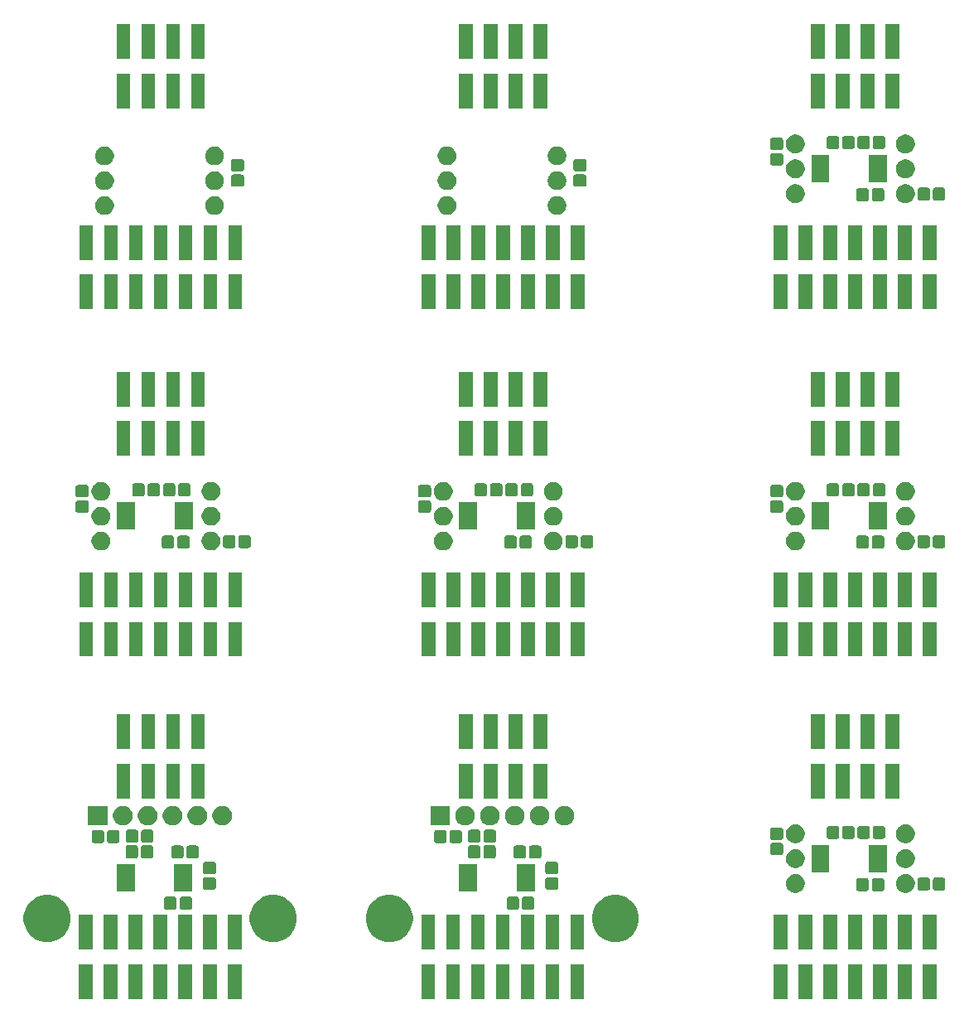
<source format=gbr>
G04 #@! TF.GenerationSoftware,KiCad,Pcbnew,5.1.5-52549c5~86~ubuntu16.04.1*
G04 #@! TF.CreationDate,2020-08-05T12:56:56-05:00*
G04 #@! TF.ProjectId,pressure_sensors,70726573-7375-4726-955f-73656e736f72,rev?*
G04 #@! TF.SameCoordinates,Original*
G04 #@! TF.FileFunction,Soldermask,Bot*
G04 #@! TF.FilePolarity,Negative*
%FSLAX46Y46*%
G04 Gerber Fmt 4.6, Leading zero omitted, Abs format (unit mm)*
G04 Created by KiCad (PCBNEW 5.1.5-52549c5~86~ubuntu16.04.1) date 2020-08-05 12:56:56*
%MOMM*%
%LPD*%
G04 APERTURE LIST*
%ADD10C,0.100000*%
G04 APERTURE END LIST*
D10*
G36*
X197810000Y-139810000D02*
G01*
X196410000Y-139810000D01*
X196410000Y-136260000D01*
X197810000Y-136260000D01*
X197810000Y-139810000D01*
G37*
G36*
X195270000Y-139810000D02*
G01*
X193870000Y-139810000D01*
X193870000Y-136260000D01*
X195270000Y-136260000D01*
X195270000Y-139810000D01*
G37*
G36*
X182570000Y-139810000D02*
G01*
X181170000Y-139810000D01*
X181170000Y-136260000D01*
X182570000Y-136260000D01*
X182570000Y-139810000D01*
G37*
G36*
X185110000Y-139810000D02*
G01*
X183710000Y-139810000D01*
X183710000Y-136260000D01*
X185110000Y-136260000D01*
X185110000Y-139810000D01*
G37*
G36*
X187650000Y-139810000D02*
G01*
X186250000Y-139810000D01*
X186250000Y-136260000D01*
X187650000Y-136260000D01*
X187650000Y-139810000D01*
G37*
G36*
X147570000Y-139810000D02*
G01*
X146170000Y-139810000D01*
X146170000Y-136260000D01*
X147570000Y-136260000D01*
X147570000Y-139810000D01*
G37*
G36*
X150110000Y-139810000D02*
G01*
X148710000Y-139810000D01*
X148710000Y-136260000D01*
X150110000Y-136260000D01*
X150110000Y-139810000D01*
G37*
G36*
X152650000Y-139810000D02*
G01*
X151250000Y-139810000D01*
X151250000Y-136260000D01*
X152650000Y-136260000D01*
X152650000Y-139810000D01*
G37*
G36*
X155190000Y-139810000D02*
G01*
X153790000Y-139810000D01*
X153790000Y-136260000D01*
X155190000Y-136260000D01*
X155190000Y-139810000D01*
G37*
G36*
X157730000Y-139810000D02*
G01*
X156330000Y-139810000D01*
X156330000Y-136260000D01*
X157730000Y-136260000D01*
X157730000Y-139810000D01*
G37*
G36*
X160270000Y-139810000D02*
G01*
X158870000Y-139810000D01*
X158870000Y-136260000D01*
X160270000Y-136260000D01*
X160270000Y-139810000D01*
G37*
G36*
X162810000Y-139810000D02*
G01*
X161410000Y-139810000D01*
X161410000Y-136260000D01*
X162810000Y-136260000D01*
X162810000Y-139810000D01*
G37*
G36*
X190190000Y-139810000D02*
G01*
X188790000Y-139810000D01*
X188790000Y-136260000D01*
X190190000Y-136260000D01*
X190190000Y-139810000D01*
G37*
G36*
X192730000Y-139810000D02*
G01*
X191330000Y-139810000D01*
X191330000Y-136260000D01*
X192730000Y-136260000D01*
X192730000Y-139810000D01*
G37*
G36*
X233820000Y-139800000D02*
G01*
X232420000Y-139800000D01*
X232420000Y-136250000D01*
X233820000Y-136250000D01*
X233820000Y-139800000D01*
G37*
G36*
X218580000Y-139800000D02*
G01*
X217180000Y-139800000D01*
X217180000Y-136250000D01*
X218580000Y-136250000D01*
X218580000Y-139800000D01*
G37*
G36*
X221120000Y-139800000D02*
G01*
X219720000Y-139800000D01*
X219720000Y-136250000D01*
X221120000Y-136250000D01*
X221120000Y-139800000D01*
G37*
G36*
X223660000Y-139800000D02*
G01*
X222260000Y-139800000D01*
X222260000Y-136250000D01*
X223660000Y-136250000D01*
X223660000Y-139800000D01*
G37*
G36*
X226200000Y-139800000D02*
G01*
X224800000Y-139800000D01*
X224800000Y-136250000D01*
X226200000Y-136250000D01*
X226200000Y-139800000D01*
G37*
G36*
X228740000Y-139800000D02*
G01*
X227340000Y-139800000D01*
X227340000Y-136250000D01*
X228740000Y-136250000D01*
X228740000Y-139800000D01*
G37*
G36*
X231280000Y-139800000D02*
G01*
X229880000Y-139800000D01*
X229880000Y-136250000D01*
X231280000Y-136250000D01*
X231280000Y-139800000D01*
G37*
G36*
X152650000Y-134760000D02*
G01*
X151250000Y-134760000D01*
X151250000Y-131210000D01*
X152650000Y-131210000D01*
X152650000Y-134760000D01*
G37*
G36*
X147570000Y-134760000D02*
G01*
X146170000Y-134760000D01*
X146170000Y-131210000D01*
X147570000Y-131210000D01*
X147570000Y-134760000D01*
G37*
G36*
X195270000Y-134760000D02*
G01*
X193870000Y-134760000D01*
X193870000Y-131210000D01*
X195270000Y-131210000D01*
X195270000Y-134760000D01*
G37*
G36*
X197810000Y-134760000D02*
G01*
X196410000Y-134760000D01*
X196410000Y-131210000D01*
X197810000Y-131210000D01*
X197810000Y-134760000D01*
G37*
G36*
X190190000Y-134760000D02*
G01*
X188790000Y-134760000D01*
X188790000Y-131210000D01*
X190190000Y-131210000D01*
X190190000Y-134760000D01*
G37*
G36*
X187650000Y-134760000D02*
G01*
X186250000Y-134760000D01*
X186250000Y-131210000D01*
X187650000Y-131210000D01*
X187650000Y-134760000D01*
G37*
G36*
X185110000Y-134760000D02*
G01*
X183710000Y-134760000D01*
X183710000Y-131210000D01*
X185110000Y-131210000D01*
X185110000Y-134760000D01*
G37*
G36*
X192730000Y-134760000D02*
G01*
X191330000Y-134760000D01*
X191330000Y-131210000D01*
X192730000Y-131210000D01*
X192730000Y-134760000D01*
G37*
G36*
X182570000Y-134760000D02*
G01*
X181170000Y-134760000D01*
X181170000Y-131210000D01*
X182570000Y-131210000D01*
X182570000Y-134760000D01*
G37*
G36*
X150110000Y-134760000D02*
G01*
X148710000Y-134760000D01*
X148710000Y-131210000D01*
X150110000Y-131210000D01*
X150110000Y-134760000D01*
G37*
G36*
X160270000Y-134760000D02*
G01*
X158870000Y-134760000D01*
X158870000Y-131210000D01*
X160270000Y-131210000D01*
X160270000Y-134760000D01*
G37*
G36*
X157730000Y-134760000D02*
G01*
X156330000Y-134760000D01*
X156330000Y-131210000D01*
X157730000Y-131210000D01*
X157730000Y-134760000D01*
G37*
G36*
X155190000Y-134760000D02*
G01*
X153790000Y-134760000D01*
X153790000Y-131210000D01*
X155190000Y-131210000D01*
X155190000Y-134760000D01*
G37*
G36*
X162810000Y-134760000D02*
G01*
X161410000Y-134760000D01*
X161410000Y-131210000D01*
X162810000Y-131210000D01*
X162810000Y-134760000D01*
G37*
G36*
X223660000Y-134750000D02*
G01*
X222260000Y-134750000D01*
X222260000Y-131200000D01*
X223660000Y-131200000D01*
X223660000Y-134750000D01*
G37*
G36*
X221120000Y-134750000D02*
G01*
X219720000Y-134750000D01*
X219720000Y-131200000D01*
X221120000Y-131200000D01*
X221120000Y-134750000D01*
G37*
G36*
X226200000Y-134750000D02*
G01*
X224800000Y-134750000D01*
X224800000Y-131200000D01*
X226200000Y-131200000D01*
X226200000Y-134750000D01*
G37*
G36*
X218580000Y-134750000D02*
G01*
X217180000Y-134750000D01*
X217180000Y-131200000D01*
X218580000Y-131200000D01*
X218580000Y-134750000D01*
G37*
G36*
X228740000Y-134750000D02*
G01*
X227340000Y-134750000D01*
X227340000Y-131200000D01*
X228740000Y-131200000D01*
X228740000Y-134750000D01*
G37*
G36*
X233820000Y-134750000D02*
G01*
X232420000Y-134750000D01*
X232420000Y-131200000D01*
X233820000Y-131200000D01*
X233820000Y-134750000D01*
G37*
G36*
X231280000Y-134750000D02*
G01*
X229880000Y-134750000D01*
X229880000Y-131200000D01*
X231280000Y-131200000D01*
X231280000Y-134750000D01*
G37*
G36*
X178594498Y-129252230D02*
G01*
X179031270Y-129433147D01*
X179424355Y-129695798D01*
X179758646Y-130030089D01*
X180021297Y-130423174D01*
X180202214Y-130859946D01*
X180294444Y-131323621D01*
X180294444Y-131796379D01*
X180202214Y-132260054D01*
X180021297Y-132696826D01*
X179758646Y-133089911D01*
X179424355Y-133424202D01*
X179031270Y-133686853D01*
X178594498Y-133867770D01*
X178130823Y-133960000D01*
X177658065Y-133960000D01*
X177194390Y-133867770D01*
X176757618Y-133686853D01*
X176364533Y-133424202D01*
X176030242Y-133089911D01*
X175767591Y-132696826D01*
X175586674Y-132260054D01*
X175494444Y-131796379D01*
X175494444Y-131323621D01*
X175586674Y-130859946D01*
X175767591Y-130423174D01*
X176030242Y-130030089D01*
X176364533Y-129695798D01*
X176757618Y-129433147D01*
X177194390Y-129252230D01*
X177658065Y-129160000D01*
X178130823Y-129160000D01*
X178594498Y-129252230D01*
G37*
G36*
X143594498Y-129252230D02*
G01*
X144031270Y-129433147D01*
X144424355Y-129695798D01*
X144758646Y-130030089D01*
X145021297Y-130423174D01*
X145202214Y-130859946D01*
X145294444Y-131323621D01*
X145294444Y-131796379D01*
X145202214Y-132260054D01*
X145021297Y-132696826D01*
X144758646Y-133089911D01*
X144424355Y-133424202D01*
X144031270Y-133686853D01*
X143594498Y-133867770D01*
X143130823Y-133960000D01*
X142658065Y-133960000D01*
X142194390Y-133867770D01*
X141757618Y-133686853D01*
X141364533Y-133424202D01*
X141030242Y-133089911D01*
X140767591Y-132696826D01*
X140586674Y-132260054D01*
X140494444Y-131796379D01*
X140494444Y-131323621D01*
X140586674Y-130859946D01*
X140767591Y-130423174D01*
X141030242Y-130030089D01*
X141364533Y-129695798D01*
X141757618Y-129433147D01*
X142194390Y-129252230D01*
X142658065Y-129160000D01*
X143130823Y-129160000D01*
X143594498Y-129252230D01*
G37*
G36*
X201705604Y-129252230D02*
G01*
X202142376Y-129433147D01*
X202535461Y-129695798D01*
X202869752Y-130030089D01*
X203132403Y-130423174D01*
X203313320Y-130859946D01*
X203405550Y-131323621D01*
X203405550Y-131796379D01*
X203313320Y-132260054D01*
X203132403Y-132696826D01*
X202869752Y-133089911D01*
X202535461Y-133424202D01*
X202142376Y-133686853D01*
X201705604Y-133867770D01*
X201241929Y-133960000D01*
X200769171Y-133960000D01*
X200305496Y-133867770D01*
X199868724Y-133686853D01*
X199475639Y-133424202D01*
X199141348Y-133089911D01*
X198878697Y-132696826D01*
X198697780Y-132260054D01*
X198605550Y-131796379D01*
X198605550Y-131323621D01*
X198697780Y-130859946D01*
X198878697Y-130423174D01*
X199141348Y-130030089D01*
X199475639Y-129695798D01*
X199868724Y-129433147D01*
X200305496Y-129252230D01*
X200769171Y-129160000D01*
X201241929Y-129160000D01*
X201705604Y-129252230D01*
G37*
G36*
X166705604Y-129252230D02*
G01*
X167142376Y-129433147D01*
X167535461Y-129695798D01*
X167869752Y-130030089D01*
X168132403Y-130423174D01*
X168313320Y-130859946D01*
X168405550Y-131323621D01*
X168405550Y-131796379D01*
X168313320Y-132260054D01*
X168132403Y-132696826D01*
X167869752Y-133089911D01*
X167535461Y-133424202D01*
X167142376Y-133686853D01*
X166705604Y-133867770D01*
X166241929Y-133960000D01*
X165769171Y-133960000D01*
X165305496Y-133867770D01*
X164868724Y-133686853D01*
X164475639Y-133424202D01*
X164141348Y-133089911D01*
X163878697Y-132696826D01*
X163697780Y-132260054D01*
X163605550Y-131796379D01*
X163605550Y-131323621D01*
X163697780Y-130859946D01*
X163878697Y-130423174D01*
X164141348Y-130030089D01*
X164475639Y-129695798D01*
X164868724Y-129433147D01*
X165305496Y-129252230D01*
X165769171Y-129160000D01*
X166241929Y-129160000D01*
X166705604Y-129252230D01*
G37*
G36*
X190923589Y-129330639D02*
G01*
X190973912Y-129345904D01*
X191020289Y-129370693D01*
X191060943Y-129404057D01*
X191094307Y-129444711D01*
X191119096Y-129491088D01*
X191134361Y-129541411D01*
X191140000Y-129598667D01*
X191140000Y-130401333D01*
X191134361Y-130458589D01*
X191119096Y-130508912D01*
X191094307Y-130555289D01*
X191060943Y-130595943D01*
X191020289Y-130629307D01*
X190973912Y-130654096D01*
X190923589Y-130669361D01*
X190866333Y-130675000D01*
X190138667Y-130675000D01*
X190081411Y-130669361D01*
X190031088Y-130654096D01*
X189984711Y-130629307D01*
X189944057Y-130595943D01*
X189910693Y-130555289D01*
X189885904Y-130508912D01*
X189870639Y-130458589D01*
X189865000Y-130401333D01*
X189865000Y-129598667D01*
X189870639Y-129541411D01*
X189885904Y-129491088D01*
X189910693Y-129444711D01*
X189944057Y-129404057D01*
X189984711Y-129370693D01*
X190031088Y-129345904D01*
X190081411Y-129330639D01*
X190138667Y-129325000D01*
X190866333Y-129325000D01*
X190923589Y-129330639D01*
G37*
G36*
X192498589Y-129330639D02*
G01*
X192548912Y-129345904D01*
X192595289Y-129370693D01*
X192635943Y-129404057D01*
X192669307Y-129444711D01*
X192694096Y-129491088D01*
X192709361Y-129541411D01*
X192715000Y-129598667D01*
X192715000Y-130401333D01*
X192709361Y-130458589D01*
X192694096Y-130508912D01*
X192669307Y-130555289D01*
X192635943Y-130595943D01*
X192595289Y-130629307D01*
X192548912Y-130654096D01*
X192498589Y-130669361D01*
X192441333Y-130675000D01*
X191713667Y-130675000D01*
X191656411Y-130669361D01*
X191606088Y-130654096D01*
X191559711Y-130629307D01*
X191519057Y-130595943D01*
X191485693Y-130555289D01*
X191460904Y-130508912D01*
X191445639Y-130458589D01*
X191440000Y-130401333D01*
X191440000Y-129598667D01*
X191445639Y-129541411D01*
X191460904Y-129491088D01*
X191485693Y-129444711D01*
X191519057Y-129404057D01*
X191559711Y-129370693D01*
X191606088Y-129345904D01*
X191656411Y-129330639D01*
X191713667Y-129325000D01*
X192441333Y-129325000D01*
X192498589Y-129330639D01*
G37*
G36*
X157498589Y-129330639D02*
G01*
X157548912Y-129345904D01*
X157595289Y-129370693D01*
X157635943Y-129404057D01*
X157669307Y-129444711D01*
X157694096Y-129491088D01*
X157709361Y-129541411D01*
X157715000Y-129598667D01*
X157715000Y-130401333D01*
X157709361Y-130458589D01*
X157694096Y-130508912D01*
X157669307Y-130555289D01*
X157635943Y-130595943D01*
X157595289Y-130629307D01*
X157548912Y-130654096D01*
X157498589Y-130669361D01*
X157441333Y-130675000D01*
X156713667Y-130675000D01*
X156656411Y-130669361D01*
X156606088Y-130654096D01*
X156559711Y-130629307D01*
X156519057Y-130595943D01*
X156485693Y-130555289D01*
X156460904Y-130508912D01*
X156445639Y-130458589D01*
X156440000Y-130401333D01*
X156440000Y-129598667D01*
X156445639Y-129541411D01*
X156460904Y-129491088D01*
X156485693Y-129444711D01*
X156519057Y-129404057D01*
X156559711Y-129370693D01*
X156606088Y-129345904D01*
X156656411Y-129330639D01*
X156713667Y-129325000D01*
X157441333Y-129325000D01*
X157498589Y-129330639D01*
G37*
G36*
X155923589Y-129330639D02*
G01*
X155973912Y-129345904D01*
X156020289Y-129370693D01*
X156060943Y-129404057D01*
X156094307Y-129444711D01*
X156119096Y-129491088D01*
X156134361Y-129541411D01*
X156140000Y-129598667D01*
X156140000Y-130401333D01*
X156134361Y-130458589D01*
X156119096Y-130508912D01*
X156094307Y-130555289D01*
X156060943Y-130595943D01*
X156020289Y-130629307D01*
X155973912Y-130654096D01*
X155923589Y-130669361D01*
X155866333Y-130675000D01*
X155138667Y-130675000D01*
X155081411Y-130669361D01*
X155031088Y-130654096D01*
X154984711Y-130629307D01*
X154944057Y-130595943D01*
X154910693Y-130555289D01*
X154885904Y-130508912D01*
X154870639Y-130458589D01*
X154865000Y-130401333D01*
X154865000Y-129598667D01*
X154870639Y-129541411D01*
X154885904Y-129491088D01*
X154910693Y-129444711D01*
X154944057Y-129404057D01*
X154984711Y-129370693D01*
X155031088Y-129345904D01*
X155081411Y-129330639D01*
X155138667Y-129325000D01*
X155866333Y-129325000D01*
X155923589Y-129330639D01*
G37*
G36*
X230925605Y-127064969D02*
G01*
X230925607Y-127064970D01*
X230925608Y-127064970D01*
X230976883Y-127086209D01*
X231100678Y-127137486D01*
X231100679Y-127137487D01*
X231258238Y-127242764D01*
X231392236Y-127376762D01*
X231454342Y-127469711D01*
X231497514Y-127534322D01*
X231540735Y-127638667D01*
X231565588Y-127698667D01*
X231570031Y-127709395D01*
X231607000Y-127895251D01*
X231607000Y-128084747D01*
X231570030Y-128270608D01*
X231548791Y-128321883D01*
X231497514Y-128445678D01*
X231497513Y-128445679D01*
X231392236Y-128603238D01*
X231258238Y-128737236D01*
X231132104Y-128821515D01*
X231100678Y-128842514D01*
X230976883Y-128893791D01*
X230925608Y-128915030D01*
X230925607Y-128915030D01*
X230925605Y-128915031D01*
X230739749Y-128952000D01*
X230550251Y-128952000D01*
X230364395Y-128915031D01*
X230364393Y-128915030D01*
X230364392Y-128915030D01*
X230313117Y-128893791D01*
X230189322Y-128842514D01*
X230157896Y-128821515D01*
X230031762Y-128737236D01*
X229897764Y-128603238D01*
X229792487Y-128445679D01*
X229792486Y-128445678D01*
X229741209Y-128321883D01*
X229719970Y-128270608D01*
X229683000Y-128084747D01*
X229683000Y-127895251D01*
X229719969Y-127709395D01*
X229724413Y-127698667D01*
X229749265Y-127638667D01*
X229792486Y-127534322D01*
X229835658Y-127469711D01*
X229897764Y-127376762D01*
X230031762Y-127242764D01*
X230189321Y-127137487D01*
X230189322Y-127137486D01*
X230313117Y-127086209D01*
X230364392Y-127064970D01*
X230364393Y-127064970D01*
X230364395Y-127064969D01*
X230550251Y-127028000D01*
X230739749Y-127028000D01*
X230925605Y-127064969D01*
G37*
G36*
X219675605Y-127064969D02*
G01*
X219675607Y-127064970D01*
X219675608Y-127064970D01*
X219726883Y-127086209D01*
X219850678Y-127137486D01*
X219850679Y-127137487D01*
X220008238Y-127242764D01*
X220142236Y-127376762D01*
X220204342Y-127469711D01*
X220247514Y-127534322D01*
X220290735Y-127638667D01*
X220315588Y-127698667D01*
X220320031Y-127709395D01*
X220357000Y-127895251D01*
X220357000Y-128084747D01*
X220320030Y-128270608D01*
X220298791Y-128321883D01*
X220247514Y-128445678D01*
X220247513Y-128445679D01*
X220142236Y-128603238D01*
X220008238Y-128737236D01*
X219882104Y-128821515D01*
X219850678Y-128842514D01*
X219726883Y-128893791D01*
X219675608Y-128915030D01*
X219675607Y-128915030D01*
X219675605Y-128915031D01*
X219489749Y-128952000D01*
X219300251Y-128952000D01*
X219114395Y-128915031D01*
X219114393Y-128915030D01*
X219114392Y-128915030D01*
X219063117Y-128893791D01*
X218939322Y-128842514D01*
X218907896Y-128821515D01*
X218781762Y-128737236D01*
X218647764Y-128603238D01*
X218542487Y-128445679D01*
X218542486Y-128445678D01*
X218491209Y-128321883D01*
X218469970Y-128270608D01*
X218433000Y-128084747D01*
X218433000Y-127895251D01*
X218469969Y-127709395D01*
X218474413Y-127698667D01*
X218499265Y-127638667D01*
X218542486Y-127534322D01*
X218585658Y-127469711D01*
X218647764Y-127376762D01*
X218781762Y-127242764D01*
X218939321Y-127137487D01*
X218939322Y-127137486D01*
X219063117Y-127086209D01*
X219114392Y-127064970D01*
X219114393Y-127064970D01*
X219114395Y-127064969D01*
X219300251Y-127028000D01*
X219489749Y-127028000D01*
X219675605Y-127064969D01*
G37*
G36*
X192745000Y-128790000D02*
G01*
X190895000Y-128790000D01*
X190895000Y-125990000D01*
X192745000Y-125990000D01*
X192745000Y-128790000D01*
G37*
G36*
X186845000Y-128790000D02*
G01*
X184995000Y-128790000D01*
X184995000Y-125990000D01*
X186845000Y-125990000D01*
X186845000Y-128790000D01*
G37*
G36*
X151845000Y-128790000D02*
G01*
X149995000Y-128790000D01*
X149995000Y-125990000D01*
X151845000Y-125990000D01*
X151845000Y-128790000D01*
G37*
G36*
X157745000Y-128790000D02*
G01*
X155895000Y-128790000D01*
X155895000Y-125990000D01*
X157745000Y-125990000D01*
X157745000Y-128790000D01*
G37*
G36*
X228258589Y-127430639D02*
G01*
X228308912Y-127445904D01*
X228355289Y-127470693D01*
X228395943Y-127504057D01*
X228429307Y-127544711D01*
X228454096Y-127591088D01*
X228469361Y-127641411D01*
X228475000Y-127698667D01*
X228475000Y-128501333D01*
X228469361Y-128558589D01*
X228454096Y-128608912D01*
X228429307Y-128655289D01*
X228395943Y-128695943D01*
X228355289Y-128729307D01*
X228308912Y-128754096D01*
X228258589Y-128769361D01*
X228201333Y-128775000D01*
X227473667Y-128775000D01*
X227416411Y-128769361D01*
X227366088Y-128754096D01*
X227319711Y-128729307D01*
X227279057Y-128695943D01*
X227245693Y-128655289D01*
X227220904Y-128608912D01*
X227205639Y-128558589D01*
X227200000Y-128501333D01*
X227200000Y-127698667D01*
X227205639Y-127641411D01*
X227220904Y-127591088D01*
X227245693Y-127544711D01*
X227279057Y-127504057D01*
X227319711Y-127470693D01*
X227366088Y-127445904D01*
X227416411Y-127430639D01*
X227473667Y-127425000D01*
X228201333Y-127425000D01*
X228258589Y-127430639D01*
G37*
G36*
X226683589Y-127430639D02*
G01*
X226733912Y-127445904D01*
X226780289Y-127470693D01*
X226820943Y-127504057D01*
X226854307Y-127544711D01*
X226879096Y-127591088D01*
X226894361Y-127641411D01*
X226900000Y-127698667D01*
X226900000Y-128501333D01*
X226894361Y-128558589D01*
X226879096Y-128608912D01*
X226854307Y-128655289D01*
X226820943Y-128695943D01*
X226780289Y-128729307D01*
X226733912Y-128754096D01*
X226683589Y-128769361D01*
X226626333Y-128775000D01*
X225898667Y-128775000D01*
X225841411Y-128769361D01*
X225791088Y-128754096D01*
X225744711Y-128729307D01*
X225704057Y-128695943D01*
X225670693Y-128655289D01*
X225645904Y-128608912D01*
X225630639Y-128558589D01*
X225625000Y-128501333D01*
X225625000Y-127698667D01*
X225630639Y-127641411D01*
X225645904Y-127591088D01*
X225670693Y-127544711D01*
X225704057Y-127504057D01*
X225744711Y-127470693D01*
X225791088Y-127445904D01*
X225841411Y-127430639D01*
X225898667Y-127425000D01*
X226626333Y-127425000D01*
X226683589Y-127430639D01*
G37*
G36*
X234508589Y-127370639D02*
G01*
X234558912Y-127385904D01*
X234605289Y-127410693D01*
X234645943Y-127444057D01*
X234679307Y-127484711D01*
X234704096Y-127531088D01*
X234719361Y-127581411D01*
X234725000Y-127638667D01*
X234725000Y-128441333D01*
X234719361Y-128498589D01*
X234704096Y-128548912D01*
X234679307Y-128595289D01*
X234645943Y-128635943D01*
X234605289Y-128669307D01*
X234558912Y-128694096D01*
X234508589Y-128709361D01*
X234451333Y-128715000D01*
X233723667Y-128715000D01*
X233666411Y-128709361D01*
X233616088Y-128694096D01*
X233569711Y-128669307D01*
X233529057Y-128635943D01*
X233495693Y-128595289D01*
X233470904Y-128548912D01*
X233455639Y-128498589D01*
X233450000Y-128441333D01*
X233450000Y-127638667D01*
X233455639Y-127581411D01*
X233470904Y-127531088D01*
X233495693Y-127484711D01*
X233529057Y-127444057D01*
X233569711Y-127410693D01*
X233616088Y-127385904D01*
X233666411Y-127370639D01*
X233723667Y-127365000D01*
X234451333Y-127365000D01*
X234508589Y-127370639D01*
G37*
G36*
X232933589Y-127370639D02*
G01*
X232983912Y-127385904D01*
X233030289Y-127410693D01*
X233070943Y-127444057D01*
X233104307Y-127484711D01*
X233129096Y-127531088D01*
X233144361Y-127581411D01*
X233150000Y-127638667D01*
X233150000Y-128441333D01*
X233144361Y-128498589D01*
X233129096Y-128548912D01*
X233104307Y-128595289D01*
X233070943Y-128635943D01*
X233030289Y-128669307D01*
X232983912Y-128694096D01*
X232933589Y-128709361D01*
X232876333Y-128715000D01*
X232148667Y-128715000D01*
X232091411Y-128709361D01*
X232041088Y-128694096D01*
X231994711Y-128669307D01*
X231954057Y-128635943D01*
X231920693Y-128595289D01*
X231895904Y-128548912D01*
X231880639Y-128498589D01*
X231875000Y-128441333D01*
X231875000Y-127638667D01*
X231880639Y-127581411D01*
X231895904Y-127531088D01*
X231920693Y-127484711D01*
X231954057Y-127444057D01*
X231994711Y-127410693D01*
X232041088Y-127385904D01*
X232091411Y-127370639D01*
X232148667Y-127365000D01*
X232876333Y-127365000D01*
X232933589Y-127370639D01*
G37*
G36*
X194958589Y-127355639D02*
G01*
X195008912Y-127370904D01*
X195055289Y-127395693D01*
X195095943Y-127429057D01*
X195129307Y-127469711D01*
X195154096Y-127516088D01*
X195169361Y-127566411D01*
X195175000Y-127623667D01*
X195175000Y-128351333D01*
X195169361Y-128408589D01*
X195154096Y-128458912D01*
X195129307Y-128505289D01*
X195095943Y-128545943D01*
X195055289Y-128579307D01*
X195008912Y-128604096D01*
X194958589Y-128619361D01*
X194901333Y-128625000D01*
X194098667Y-128625000D01*
X194041411Y-128619361D01*
X193991088Y-128604096D01*
X193944711Y-128579307D01*
X193904057Y-128545943D01*
X193870693Y-128505289D01*
X193845904Y-128458912D01*
X193830639Y-128408589D01*
X193825000Y-128351333D01*
X193825000Y-127623667D01*
X193830639Y-127566411D01*
X193845904Y-127516088D01*
X193870693Y-127469711D01*
X193904057Y-127429057D01*
X193944711Y-127395693D01*
X193991088Y-127370904D01*
X194041411Y-127355639D01*
X194098667Y-127350000D01*
X194901333Y-127350000D01*
X194958589Y-127355639D01*
G37*
G36*
X159958589Y-127355639D02*
G01*
X160008912Y-127370904D01*
X160055289Y-127395693D01*
X160095943Y-127429057D01*
X160129307Y-127469711D01*
X160154096Y-127516088D01*
X160169361Y-127566411D01*
X160175000Y-127623667D01*
X160175000Y-128351333D01*
X160169361Y-128408589D01*
X160154096Y-128458912D01*
X160129307Y-128505289D01*
X160095943Y-128545943D01*
X160055289Y-128579307D01*
X160008912Y-128604096D01*
X159958589Y-128619361D01*
X159901333Y-128625000D01*
X159098667Y-128625000D01*
X159041411Y-128619361D01*
X158991088Y-128604096D01*
X158944711Y-128579307D01*
X158904057Y-128545943D01*
X158870693Y-128505289D01*
X158845904Y-128458912D01*
X158830639Y-128408589D01*
X158825000Y-128351333D01*
X158825000Y-127623667D01*
X158830639Y-127566411D01*
X158845904Y-127516088D01*
X158870693Y-127469711D01*
X158904057Y-127429057D01*
X158944711Y-127395693D01*
X158991088Y-127370904D01*
X159041411Y-127355639D01*
X159098667Y-127350000D01*
X159901333Y-127350000D01*
X159958589Y-127355639D01*
G37*
G36*
X159958589Y-125780639D02*
G01*
X160008912Y-125795904D01*
X160055289Y-125820693D01*
X160095943Y-125854057D01*
X160129307Y-125894711D01*
X160154096Y-125941088D01*
X160169361Y-125991411D01*
X160175000Y-126048667D01*
X160175000Y-126776333D01*
X160169361Y-126833589D01*
X160154096Y-126883912D01*
X160129307Y-126930289D01*
X160095943Y-126970943D01*
X160055289Y-127004307D01*
X160008912Y-127029096D01*
X159958589Y-127044361D01*
X159901333Y-127050000D01*
X159098667Y-127050000D01*
X159041411Y-127044361D01*
X158991088Y-127029096D01*
X158944711Y-127004307D01*
X158904057Y-126970943D01*
X158870693Y-126930289D01*
X158845904Y-126883912D01*
X158830639Y-126833589D01*
X158825000Y-126776333D01*
X158825000Y-126048667D01*
X158830639Y-125991411D01*
X158845904Y-125941088D01*
X158870693Y-125894711D01*
X158904057Y-125854057D01*
X158944711Y-125820693D01*
X158991088Y-125795904D01*
X159041411Y-125780639D01*
X159098667Y-125775000D01*
X159901333Y-125775000D01*
X159958589Y-125780639D01*
G37*
G36*
X194958589Y-125780639D02*
G01*
X195008912Y-125795904D01*
X195055289Y-125820693D01*
X195095943Y-125854057D01*
X195129307Y-125894711D01*
X195154096Y-125941088D01*
X195169361Y-125991411D01*
X195175000Y-126048667D01*
X195175000Y-126776333D01*
X195169361Y-126833589D01*
X195154096Y-126883912D01*
X195129307Y-126930289D01*
X195095943Y-126970943D01*
X195055289Y-127004307D01*
X195008912Y-127029096D01*
X194958589Y-127044361D01*
X194901333Y-127050000D01*
X194098667Y-127050000D01*
X194041411Y-127044361D01*
X193991088Y-127029096D01*
X193944711Y-127004307D01*
X193904057Y-126970943D01*
X193870693Y-126930289D01*
X193845904Y-126883912D01*
X193830639Y-126833589D01*
X193825000Y-126776333D01*
X193825000Y-126048667D01*
X193830639Y-125991411D01*
X193845904Y-125941088D01*
X193870693Y-125894711D01*
X193904057Y-125854057D01*
X193944711Y-125820693D01*
X193991088Y-125795904D01*
X194041411Y-125780639D01*
X194098667Y-125775000D01*
X194901333Y-125775000D01*
X194958589Y-125780639D01*
G37*
G36*
X222875000Y-126830000D02*
G01*
X221025000Y-126830000D01*
X221025000Y-124030000D01*
X222875000Y-124030000D01*
X222875000Y-126830000D01*
G37*
G36*
X228775000Y-126830000D02*
G01*
X226925000Y-126830000D01*
X226925000Y-124030000D01*
X228775000Y-124030000D01*
X228775000Y-126830000D01*
G37*
G36*
X219675605Y-124524969D02*
G01*
X219675607Y-124524970D01*
X219675608Y-124524970D01*
X219726883Y-124546209D01*
X219850678Y-124597486D01*
X219850679Y-124597487D01*
X220008238Y-124702764D01*
X220142236Y-124836762D01*
X220217172Y-124948912D01*
X220247514Y-124994322D01*
X220287450Y-125090737D01*
X220319634Y-125168435D01*
X220320031Y-125169395D01*
X220357000Y-125355251D01*
X220357000Y-125544749D01*
X220320031Y-125730605D01*
X220247514Y-125905678D01*
X220226515Y-125937104D01*
X220142236Y-126063238D01*
X220008238Y-126197236D01*
X219882104Y-126281515D01*
X219850678Y-126302514D01*
X219726883Y-126353791D01*
X219675608Y-126375030D01*
X219675607Y-126375030D01*
X219675605Y-126375031D01*
X219489749Y-126412000D01*
X219300251Y-126412000D01*
X219114395Y-126375031D01*
X219114393Y-126375030D01*
X219114392Y-126375030D01*
X219063117Y-126353791D01*
X218939322Y-126302514D01*
X218907896Y-126281515D01*
X218781762Y-126197236D01*
X218647764Y-126063238D01*
X218563485Y-125937104D01*
X218542486Y-125905678D01*
X218469969Y-125730605D01*
X218433000Y-125544749D01*
X218433000Y-125355251D01*
X218469969Y-125169395D01*
X218470367Y-125168435D01*
X218502550Y-125090737D01*
X218542486Y-124994322D01*
X218572828Y-124948912D01*
X218647764Y-124836762D01*
X218781762Y-124702764D01*
X218939321Y-124597487D01*
X218939322Y-124597486D01*
X219063117Y-124546209D01*
X219114392Y-124524970D01*
X219114393Y-124524970D01*
X219114395Y-124524969D01*
X219300251Y-124488000D01*
X219489749Y-124488000D01*
X219675605Y-124524969D01*
G37*
G36*
X230925605Y-124524969D02*
G01*
X230925607Y-124524970D01*
X230925608Y-124524970D01*
X230976883Y-124546209D01*
X231100678Y-124597486D01*
X231100679Y-124597487D01*
X231258238Y-124702764D01*
X231392236Y-124836762D01*
X231467172Y-124948912D01*
X231497514Y-124994322D01*
X231537450Y-125090737D01*
X231569634Y-125168435D01*
X231570031Y-125169395D01*
X231607000Y-125355251D01*
X231607000Y-125544749D01*
X231570031Y-125730605D01*
X231497514Y-125905678D01*
X231476515Y-125937104D01*
X231392236Y-126063238D01*
X231258238Y-126197236D01*
X231132104Y-126281515D01*
X231100678Y-126302514D01*
X230976883Y-126353791D01*
X230925608Y-126375030D01*
X230925607Y-126375030D01*
X230925605Y-126375031D01*
X230739749Y-126412000D01*
X230550251Y-126412000D01*
X230364395Y-126375031D01*
X230364393Y-126375030D01*
X230364392Y-126375030D01*
X230313117Y-126353791D01*
X230189322Y-126302514D01*
X230157896Y-126281515D01*
X230031762Y-126197236D01*
X229897764Y-126063238D01*
X229813485Y-125937104D01*
X229792486Y-125905678D01*
X229719969Y-125730605D01*
X229683000Y-125544749D01*
X229683000Y-125355251D01*
X229719969Y-125169395D01*
X229720367Y-125168435D01*
X229752550Y-125090737D01*
X229792486Y-124994322D01*
X229822828Y-124948912D01*
X229897764Y-124836762D01*
X230031762Y-124702764D01*
X230189321Y-124597487D01*
X230189322Y-124597486D01*
X230313117Y-124546209D01*
X230364392Y-124524970D01*
X230364393Y-124524970D01*
X230364395Y-124524969D01*
X230550251Y-124488000D01*
X230739749Y-124488000D01*
X230925605Y-124524969D01*
G37*
G36*
X156633589Y-124110639D02*
G01*
X156683912Y-124125904D01*
X156730289Y-124150693D01*
X156770943Y-124184057D01*
X156804307Y-124224711D01*
X156829096Y-124271088D01*
X156844361Y-124321411D01*
X156850000Y-124378667D01*
X156850000Y-125181333D01*
X156844361Y-125238589D01*
X156829096Y-125288912D01*
X156804307Y-125335289D01*
X156770943Y-125375943D01*
X156730289Y-125409307D01*
X156683912Y-125434096D01*
X156633589Y-125449361D01*
X156576333Y-125455000D01*
X155848667Y-125455000D01*
X155791411Y-125449361D01*
X155741088Y-125434096D01*
X155694711Y-125409307D01*
X155654057Y-125375943D01*
X155620693Y-125335289D01*
X155595904Y-125288912D01*
X155580639Y-125238589D01*
X155575000Y-125181333D01*
X155575000Y-124378667D01*
X155580639Y-124321411D01*
X155595904Y-124271088D01*
X155620693Y-124224711D01*
X155654057Y-124184057D01*
X155694711Y-124150693D01*
X155741088Y-124125904D01*
X155791411Y-124110639D01*
X155848667Y-124105000D01*
X156576333Y-124105000D01*
X156633589Y-124110639D01*
G37*
G36*
X158208589Y-124110639D02*
G01*
X158258912Y-124125904D01*
X158305289Y-124150693D01*
X158345943Y-124184057D01*
X158379307Y-124224711D01*
X158404096Y-124271088D01*
X158419361Y-124321411D01*
X158425000Y-124378667D01*
X158425000Y-125181333D01*
X158419361Y-125238589D01*
X158404096Y-125288912D01*
X158379307Y-125335289D01*
X158345943Y-125375943D01*
X158305289Y-125409307D01*
X158258912Y-125434096D01*
X158208589Y-125449361D01*
X158151333Y-125455000D01*
X157423667Y-125455000D01*
X157366411Y-125449361D01*
X157316088Y-125434096D01*
X157269711Y-125409307D01*
X157229057Y-125375943D01*
X157195693Y-125335289D01*
X157170904Y-125288912D01*
X157155639Y-125238589D01*
X157150000Y-125181333D01*
X157150000Y-124378667D01*
X157155639Y-124321411D01*
X157170904Y-124271088D01*
X157195693Y-124224711D01*
X157229057Y-124184057D01*
X157269711Y-124150693D01*
X157316088Y-124125904D01*
X157366411Y-124110639D01*
X157423667Y-124105000D01*
X158151333Y-124105000D01*
X158208589Y-124110639D01*
G37*
G36*
X193208589Y-124110639D02*
G01*
X193258912Y-124125904D01*
X193305289Y-124150693D01*
X193345943Y-124184057D01*
X193379307Y-124224711D01*
X193404096Y-124271088D01*
X193419361Y-124321411D01*
X193425000Y-124378667D01*
X193425000Y-125181333D01*
X193419361Y-125238589D01*
X193404096Y-125288912D01*
X193379307Y-125335289D01*
X193345943Y-125375943D01*
X193305289Y-125409307D01*
X193258912Y-125434096D01*
X193208589Y-125449361D01*
X193151333Y-125455000D01*
X192423667Y-125455000D01*
X192366411Y-125449361D01*
X192316088Y-125434096D01*
X192269711Y-125409307D01*
X192229057Y-125375943D01*
X192195693Y-125335289D01*
X192170904Y-125288912D01*
X192155639Y-125238589D01*
X192150000Y-125181333D01*
X192150000Y-124378667D01*
X192155639Y-124321411D01*
X192170904Y-124271088D01*
X192195693Y-124224711D01*
X192229057Y-124184057D01*
X192269711Y-124150693D01*
X192316088Y-124125904D01*
X192366411Y-124110639D01*
X192423667Y-124105000D01*
X193151333Y-124105000D01*
X193208589Y-124110639D01*
G37*
G36*
X191633589Y-124110639D02*
G01*
X191683912Y-124125904D01*
X191730289Y-124150693D01*
X191770943Y-124184057D01*
X191804307Y-124224711D01*
X191829096Y-124271088D01*
X191844361Y-124321411D01*
X191850000Y-124378667D01*
X191850000Y-125181333D01*
X191844361Y-125238589D01*
X191829096Y-125288912D01*
X191804307Y-125335289D01*
X191770943Y-125375943D01*
X191730289Y-125409307D01*
X191683912Y-125434096D01*
X191633589Y-125449361D01*
X191576333Y-125455000D01*
X190848667Y-125455000D01*
X190791411Y-125449361D01*
X190741088Y-125434096D01*
X190694711Y-125409307D01*
X190654057Y-125375943D01*
X190620693Y-125335289D01*
X190595904Y-125288912D01*
X190580639Y-125238589D01*
X190575000Y-125181333D01*
X190575000Y-124378667D01*
X190580639Y-124321411D01*
X190595904Y-124271088D01*
X190620693Y-124224711D01*
X190654057Y-124184057D01*
X190694711Y-124150693D01*
X190741088Y-124125904D01*
X190791411Y-124110639D01*
X190848667Y-124105000D01*
X191576333Y-124105000D01*
X191633589Y-124110639D01*
G37*
G36*
X153548589Y-124080639D02*
G01*
X153598912Y-124095904D01*
X153645289Y-124120693D01*
X153685943Y-124154057D01*
X153719307Y-124194711D01*
X153744096Y-124241088D01*
X153759361Y-124291411D01*
X153765000Y-124348667D01*
X153765000Y-125151333D01*
X153759361Y-125208589D01*
X153744096Y-125258912D01*
X153719307Y-125305289D01*
X153685943Y-125345943D01*
X153645289Y-125379307D01*
X153598912Y-125404096D01*
X153548589Y-125419361D01*
X153491333Y-125425000D01*
X152763667Y-125425000D01*
X152706411Y-125419361D01*
X152656088Y-125404096D01*
X152609711Y-125379307D01*
X152569057Y-125345943D01*
X152535693Y-125305289D01*
X152510904Y-125258912D01*
X152495639Y-125208589D01*
X152490000Y-125151333D01*
X152490000Y-124348667D01*
X152495639Y-124291411D01*
X152510904Y-124241088D01*
X152535693Y-124194711D01*
X152569057Y-124154057D01*
X152609711Y-124120693D01*
X152656088Y-124095904D01*
X152706411Y-124080639D01*
X152763667Y-124075000D01*
X153491333Y-124075000D01*
X153548589Y-124080639D01*
G37*
G36*
X186973589Y-124080639D02*
G01*
X187023912Y-124095904D01*
X187070289Y-124120693D01*
X187110943Y-124154057D01*
X187144307Y-124194711D01*
X187169096Y-124241088D01*
X187184361Y-124291411D01*
X187190000Y-124348667D01*
X187190000Y-125151333D01*
X187184361Y-125208589D01*
X187169096Y-125258912D01*
X187144307Y-125305289D01*
X187110943Y-125345943D01*
X187070289Y-125379307D01*
X187023912Y-125404096D01*
X186973589Y-125419361D01*
X186916333Y-125425000D01*
X186188667Y-125425000D01*
X186131411Y-125419361D01*
X186081088Y-125404096D01*
X186034711Y-125379307D01*
X185994057Y-125345943D01*
X185960693Y-125305289D01*
X185935904Y-125258912D01*
X185920639Y-125208589D01*
X185915000Y-125151333D01*
X185915000Y-124348667D01*
X185920639Y-124291411D01*
X185935904Y-124241088D01*
X185960693Y-124194711D01*
X185994057Y-124154057D01*
X186034711Y-124120693D01*
X186081088Y-124095904D01*
X186131411Y-124080639D01*
X186188667Y-124075000D01*
X186916333Y-124075000D01*
X186973589Y-124080639D01*
G37*
G36*
X188548589Y-124080639D02*
G01*
X188598912Y-124095904D01*
X188645289Y-124120693D01*
X188685943Y-124154057D01*
X188719307Y-124194711D01*
X188744096Y-124241088D01*
X188759361Y-124291411D01*
X188765000Y-124348667D01*
X188765000Y-125151333D01*
X188759361Y-125208589D01*
X188744096Y-125258912D01*
X188719307Y-125305289D01*
X188685943Y-125345943D01*
X188645289Y-125379307D01*
X188598912Y-125404096D01*
X188548589Y-125419361D01*
X188491333Y-125425000D01*
X187763667Y-125425000D01*
X187706411Y-125419361D01*
X187656088Y-125404096D01*
X187609711Y-125379307D01*
X187569057Y-125345943D01*
X187535693Y-125305289D01*
X187510904Y-125258912D01*
X187495639Y-125208589D01*
X187490000Y-125151333D01*
X187490000Y-124348667D01*
X187495639Y-124291411D01*
X187510904Y-124241088D01*
X187535693Y-124194711D01*
X187569057Y-124154057D01*
X187609711Y-124120693D01*
X187656088Y-124095904D01*
X187706411Y-124080639D01*
X187763667Y-124075000D01*
X188491333Y-124075000D01*
X188548589Y-124080639D01*
G37*
G36*
X151973589Y-124080639D02*
G01*
X152023912Y-124095904D01*
X152070289Y-124120693D01*
X152110943Y-124154057D01*
X152144307Y-124194711D01*
X152169096Y-124241088D01*
X152184361Y-124291411D01*
X152190000Y-124348667D01*
X152190000Y-125151333D01*
X152184361Y-125208589D01*
X152169096Y-125258912D01*
X152144307Y-125305289D01*
X152110943Y-125345943D01*
X152070289Y-125379307D01*
X152023912Y-125404096D01*
X151973589Y-125419361D01*
X151916333Y-125425000D01*
X151188667Y-125425000D01*
X151131411Y-125419361D01*
X151081088Y-125404096D01*
X151034711Y-125379307D01*
X150994057Y-125345943D01*
X150960693Y-125305289D01*
X150935904Y-125258912D01*
X150920639Y-125208589D01*
X150915000Y-125151333D01*
X150915000Y-124348667D01*
X150920639Y-124291411D01*
X150935904Y-124241088D01*
X150960693Y-124194711D01*
X150994057Y-124154057D01*
X151034711Y-124120693D01*
X151081088Y-124095904D01*
X151131411Y-124080639D01*
X151188667Y-124075000D01*
X151916333Y-124075000D01*
X151973589Y-124080639D01*
G37*
G36*
X217938589Y-123845639D02*
G01*
X217988912Y-123860904D01*
X218035289Y-123885693D01*
X218075943Y-123919057D01*
X218109307Y-123959711D01*
X218134096Y-124006088D01*
X218149361Y-124056411D01*
X218155000Y-124113667D01*
X218155000Y-124841333D01*
X218149361Y-124898589D01*
X218134096Y-124948912D01*
X218109307Y-124995289D01*
X218075943Y-125035943D01*
X218035289Y-125069307D01*
X217988912Y-125094096D01*
X217938589Y-125109361D01*
X217881333Y-125115000D01*
X217078667Y-125115000D01*
X217021411Y-125109361D01*
X216971088Y-125094096D01*
X216924711Y-125069307D01*
X216884057Y-125035943D01*
X216850693Y-124995289D01*
X216825904Y-124948912D01*
X216810639Y-124898589D01*
X216805000Y-124841333D01*
X216805000Y-124113667D01*
X216810639Y-124056411D01*
X216825904Y-124006088D01*
X216850693Y-123959711D01*
X216884057Y-123919057D01*
X216924711Y-123885693D01*
X216971088Y-123860904D01*
X217021411Y-123845639D01*
X217078667Y-123840000D01*
X217881333Y-123840000D01*
X217938589Y-123845639D01*
G37*
G36*
X230925605Y-121984969D02*
G01*
X230925607Y-121984970D01*
X230925608Y-121984970D01*
X230976883Y-122006209D01*
X231100678Y-122057486D01*
X231100679Y-122057487D01*
X231258238Y-122162764D01*
X231392236Y-122296762D01*
X231433394Y-122358360D01*
X231497514Y-122454322D01*
X231570031Y-122629395D01*
X231607000Y-122815251D01*
X231607000Y-123004749D01*
X231570031Y-123190605D01*
X231497514Y-123365678D01*
X231497513Y-123365679D01*
X231392236Y-123523238D01*
X231258238Y-123657236D01*
X231132104Y-123741515D01*
X231100678Y-123762514D01*
X231035993Y-123789307D01*
X230925608Y-123835030D01*
X230925607Y-123835030D01*
X230925605Y-123835031D01*
X230739749Y-123872000D01*
X230550251Y-123872000D01*
X230364395Y-123835031D01*
X230364393Y-123835030D01*
X230364392Y-123835030D01*
X230254007Y-123789307D01*
X230189322Y-123762514D01*
X230157896Y-123741515D01*
X230031762Y-123657236D01*
X229897764Y-123523238D01*
X229792487Y-123365679D01*
X229792486Y-123365678D01*
X229719969Y-123190605D01*
X229683000Y-123004749D01*
X229683000Y-122815251D01*
X229719969Y-122629395D01*
X229792486Y-122454322D01*
X229856606Y-122358360D01*
X229897764Y-122296762D01*
X230031762Y-122162764D01*
X230189321Y-122057487D01*
X230189322Y-122057486D01*
X230313117Y-122006209D01*
X230364392Y-121984970D01*
X230364393Y-121984970D01*
X230364395Y-121984969D01*
X230550251Y-121948000D01*
X230739749Y-121948000D01*
X230925605Y-121984969D01*
G37*
G36*
X219675605Y-121984969D02*
G01*
X219675607Y-121984970D01*
X219675608Y-121984970D01*
X219726883Y-122006209D01*
X219850678Y-122057486D01*
X219850679Y-122057487D01*
X220008238Y-122162764D01*
X220142236Y-122296762D01*
X220183394Y-122358360D01*
X220247514Y-122454322D01*
X220320031Y-122629395D01*
X220357000Y-122815251D01*
X220357000Y-123004749D01*
X220320031Y-123190605D01*
X220247514Y-123365678D01*
X220247513Y-123365679D01*
X220142236Y-123523238D01*
X220008238Y-123657236D01*
X219882104Y-123741515D01*
X219850678Y-123762514D01*
X219785993Y-123789307D01*
X219675608Y-123835030D01*
X219675607Y-123835030D01*
X219675605Y-123835031D01*
X219489749Y-123872000D01*
X219300251Y-123872000D01*
X219114395Y-123835031D01*
X219114393Y-123835030D01*
X219114392Y-123835030D01*
X219004007Y-123789307D01*
X218939322Y-123762514D01*
X218907896Y-123741515D01*
X218781762Y-123657236D01*
X218647764Y-123523238D01*
X218542487Y-123365679D01*
X218542486Y-123365678D01*
X218469969Y-123190605D01*
X218433000Y-123004749D01*
X218433000Y-122815251D01*
X218469969Y-122629395D01*
X218542486Y-122454322D01*
X218606606Y-122358360D01*
X218647764Y-122296762D01*
X218781762Y-122162764D01*
X218939321Y-122057487D01*
X218939322Y-122057486D01*
X219063117Y-122006209D01*
X219114392Y-121984970D01*
X219114393Y-121984970D01*
X219114395Y-121984969D01*
X219300251Y-121948000D01*
X219489749Y-121948000D01*
X219675605Y-121984969D01*
G37*
G36*
X185086089Y-122520639D02*
G01*
X185136412Y-122535904D01*
X185182789Y-122560693D01*
X185223443Y-122594057D01*
X185256807Y-122634711D01*
X185281596Y-122681088D01*
X185296861Y-122731411D01*
X185302500Y-122788667D01*
X185302500Y-123591333D01*
X185296861Y-123648589D01*
X185281596Y-123698912D01*
X185256807Y-123745289D01*
X185223443Y-123785943D01*
X185182789Y-123819307D01*
X185136412Y-123844096D01*
X185086089Y-123859361D01*
X185028833Y-123865000D01*
X184301167Y-123865000D01*
X184243911Y-123859361D01*
X184193588Y-123844096D01*
X184147211Y-123819307D01*
X184106557Y-123785943D01*
X184073193Y-123745289D01*
X184048404Y-123698912D01*
X184033139Y-123648589D01*
X184027500Y-123591333D01*
X184027500Y-122788667D01*
X184033139Y-122731411D01*
X184048404Y-122681088D01*
X184073193Y-122634711D01*
X184106557Y-122594057D01*
X184147211Y-122560693D01*
X184193588Y-122535904D01*
X184243911Y-122520639D01*
X184301167Y-122515000D01*
X185028833Y-122515000D01*
X185086089Y-122520639D01*
G37*
G36*
X183511089Y-122520639D02*
G01*
X183561412Y-122535904D01*
X183607789Y-122560693D01*
X183648443Y-122594057D01*
X183681807Y-122634711D01*
X183706596Y-122681088D01*
X183721861Y-122731411D01*
X183727500Y-122788667D01*
X183727500Y-123591333D01*
X183721861Y-123648589D01*
X183706596Y-123698912D01*
X183681807Y-123745289D01*
X183648443Y-123785943D01*
X183607789Y-123819307D01*
X183561412Y-123844096D01*
X183511089Y-123859361D01*
X183453833Y-123865000D01*
X182726167Y-123865000D01*
X182668911Y-123859361D01*
X182618588Y-123844096D01*
X182572211Y-123819307D01*
X182531557Y-123785943D01*
X182498193Y-123745289D01*
X182473404Y-123698912D01*
X182458139Y-123648589D01*
X182452500Y-123591333D01*
X182452500Y-122788667D01*
X182458139Y-122731411D01*
X182473404Y-122681088D01*
X182498193Y-122634711D01*
X182531557Y-122594057D01*
X182572211Y-122560693D01*
X182618588Y-122535904D01*
X182668911Y-122520639D01*
X182726167Y-122515000D01*
X183453833Y-122515000D01*
X183511089Y-122520639D01*
G37*
G36*
X148511089Y-122520639D02*
G01*
X148561412Y-122535904D01*
X148607789Y-122560693D01*
X148648443Y-122594057D01*
X148681807Y-122634711D01*
X148706596Y-122681088D01*
X148721861Y-122731411D01*
X148727500Y-122788667D01*
X148727500Y-123591333D01*
X148721861Y-123648589D01*
X148706596Y-123698912D01*
X148681807Y-123745289D01*
X148648443Y-123785943D01*
X148607789Y-123819307D01*
X148561412Y-123844096D01*
X148511089Y-123859361D01*
X148453833Y-123865000D01*
X147726167Y-123865000D01*
X147668911Y-123859361D01*
X147618588Y-123844096D01*
X147572211Y-123819307D01*
X147531557Y-123785943D01*
X147498193Y-123745289D01*
X147473404Y-123698912D01*
X147458139Y-123648589D01*
X147452500Y-123591333D01*
X147452500Y-122788667D01*
X147458139Y-122731411D01*
X147473404Y-122681088D01*
X147498193Y-122634711D01*
X147531557Y-122594057D01*
X147572211Y-122560693D01*
X147618588Y-122535904D01*
X147668911Y-122520639D01*
X147726167Y-122515000D01*
X148453833Y-122515000D01*
X148511089Y-122520639D01*
G37*
G36*
X150086089Y-122520639D02*
G01*
X150136412Y-122535904D01*
X150182789Y-122560693D01*
X150223443Y-122594057D01*
X150256807Y-122634711D01*
X150281596Y-122681088D01*
X150296861Y-122731411D01*
X150302500Y-122788667D01*
X150302500Y-123591333D01*
X150296861Y-123648589D01*
X150281596Y-123698912D01*
X150256807Y-123745289D01*
X150223443Y-123785943D01*
X150182789Y-123819307D01*
X150136412Y-123844096D01*
X150086089Y-123859361D01*
X150028833Y-123865000D01*
X149301167Y-123865000D01*
X149243911Y-123859361D01*
X149193588Y-123844096D01*
X149147211Y-123819307D01*
X149106557Y-123785943D01*
X149073193Y-123745289D01*
X149048404Y-123698912D01*
X149033139Y-123648589D01*
X149027500Y-123591333D01*
X149027500Y-122788667D01*
X149033139Y-122731411D01*
X149048404Y-122681088D01*
X149073193Y-122634711D01*
X149106557Y-122594057D01*
X149147211Y-122560693D01*
X149193588Y-122535904D01*
X149243911Y-122520639D01*
X149301167Y-122515000D01*
X150028833Y-122515000D01*
X150086089Y-122520639D01*
G37*
G36*
X186993589Y-122490639D02*
G01*
X187043912Y-122505904D01*
X187090289Y-122530693D01*
X187130943Y-122564057D01*
X187164307Y-122604711D01*
X187189096Y-122651088D01*
X187204361Y-122701411D01*
X187210000Y-122758667D01*
X187210000Y-123561333D01*
X187204361Y-123618589D01*
X187189096Y-123668912D01*
X187164307Y-123715289D01*
X187130943Y-123755943D01*
X187090289Y-123789307D01*
X187043912Y-123814096D01*
X186993589Y-123829361D01*
X186936333Y-123835000D01*
X186208667Y-123835000D01*
X186151411Y-123829361D01*
X186101088Y-123814096D01*
X186054711Y-123789307D01*
X186014057Y-123755943D01*
X185980693Y-123715289D01*
X185955904Y-123668912D01*
X185940639Y-123618589D01*
X185935000Y-123561333D01*
X185935000Y-122758667D01*
X185940639Y-122701411D01*
X185955904Y-122651088D01*
X185980693Y-122604711D01*
X186014057Y-122564057D01*
X186054711Y-122530693D01*
X186101088Y-122505904D01*
X186151411Y-122490639D01*
X186208667Y-122485000D01*
X186936333Y-122485000D01*
X186993589Y-122490639D01*
G37*
G36*
X153568589Y-122490639D02*
G01*
X153618912Y-122505904D01*
X153665289Y-122530693D01*
X153705943Y-122564057D01*
X153739307Y-122604711D01*
X153764096Y-122651088D01*
X153779361Y-122701411D01*
X153785000Y-122758667D01*
X153785000Y-123561333D01*
X153779361Y-123618589D01*
X153764096Y-123668912D01*
X153739307Y-123715289D01*
X153705943Y-123755943D01*
X153665289Y-123789307D01*
X153618912Y-123814096D01*
X153568589Y-123829361D01*
X153511333Y-123835000D01*
X152783667Y-123835000D01*
X152726411Y-123829361D01*
X152676088Y-123814096D01*
X152629711Y-123789307D01*
X152589057Y-123755943D01*
X152555693Y-123715289D01*
X152530904Y-123668912D01*
X152515639Y-123618589D01*
X152510000Y-123561333D01*
X152510000Y-122758667D01*
X152515639Y-122701411D01*
X152530904Y-122651088D01*
X152555693Y-122604711D01*
X152589057Y-122564057D01*
X152629711Y-122530693D01*
X152676088Y-122505904D01*
X152726411Y-122490639D01*
X152783667Y-122485000D01*
X153511333Y-122485000D01*
X153568589Y-122490639D01*
G37*
G36*
X151993589Y-122490639D02*
G01*
X152043912Y-122505904D01*
X152090289Y-122530693D01*
X152130943Y-122564057D01*
X152164307Y-122604711D01*
X152189096Y-122651088D01*
X152204361Y-122701411D01*
X152210000Y-122758667D01*
X152210000Y-123561333D01*
X152204361Y-123618589D01*
X152189096Y-123668912D01*
X152164307Y-123715289D01*
X152130943Y-123755943D01*
X152090289Y-123789307D01*
X152043912Y-123814096D01*
X151993589Y-123829361D01*
X151936333Y-123835000D01*
X151208667Y-123835000D01*
X151151411Y-123829361D01*
X151101088Y-123814096D01*
X151054711Y-123789307D01*
X151014057Y-123755943D01*
X150980693Y-123715289D01*
X150955904Y-123668912D01*
X150940639Y-123618589D01*
X150935000Y-123561333D01*
X150935000Y-122758667D01*
X150940639Y-122701411D01*
X150955904Y-122651088D01*
X150980693Y-122604711D01*
X151014057Y-122564057D01*
X151054711Y-122530693D01*
X151101088Y-122505904D01*
X151151411Y-122490639D01*
X151208667Y-122485000D01*
X151936333Y-122485000D01*
X151993589Y-122490639D01*
G37*
G36*
X188568589Y-122490639D02*
G01*
X188618912Y-122505904D01*
X188665289Y-122530693D01*
X188705943Y-122564057D01*
X188739307Y-122604711D01*
X188764096Y-122651088D01*
X188779361Y-122701411D01*
X188785000Y-122758667D01*
X188785000Y-123561333D01*
X188779361Y-123618589D01*
X188764096Y-123668912D01*
X188739307Y-123715289D01*
X188705943Y-123755943D01*
X188665289Y-123789307D01*
X188618912Y-123814096D01*
X188568589Y-123829361D01*
X188511333Y-123835000D01*
X187783667Y-123835000D01*
X187726411Y-123829361D01*
X187676088Y-123814096D01*
X187629711Y-123789307D01*
X187589057Y-123755943D01*
X187555693Y-123715289D01*
X187530904Y-123668912D01*
X187515639Y-123618589D01*
X187510000Y-123561333D01*
X187510000Y-122758667D01*
X187515639Y-122701411D01*
X187530904Y-122651088D01*
X187555693Y-122604711D01*
X187589057Y-122564057D01*
X187629711Y-122530693D01*
X187676088Y-122505904D01*
X187726411Y-122490639D01*
X187783667Y-122485000D01*
X188511333Y-122485000D01*
X188568589Y-122490639D01*
G37*
G36*
X217938589Y-122270639D02*
G01*
X217988912Y-122285904D01*
X218035289Y-122310693D01*
X218075943Y-122344057D01*
X218109307Y-122384711D01*
X218134096Y-122431088D01*
X218149361Y-122481411D01*
X218155000Y-122538667D01*
X218155000Y-123266333D01*
X218149361Y-123323589D01*
X218134096Y-123373912D01*
X218109307Y-123420289D01*
X218075943Y-123460943D01*
X218035289Y-123494307D01*
X217988912Y-123519096D01*
X217938589Y-123534361D01*
X217881333Y-123540000D01*
X217078667Y-123540000D01*
X217021411Y-123534361D01*
X216971088Y-123519096D01*
X216924711Y-123494307D01*
X216884057Y-123460943D01*
X216850693Y-123420289D01*
X216825904Y-123373912D01*
X216810639Y-123323589D01*
X216805000Y-123266333D01*
X216805000Y-122538667D01*
X216810639Y-122481411D01*
X216825904Y-122431088D01*
X216850693Y-122384711D01*
X216884057Y-122344057D01*
X216924711Y-122310693D01*
X216971088Y-122285904D01*
X217021411Y-122270639D01*
X217078667Y-122265000D01*
X217881333Y-122265000D01*
X217938589Y-122270639D01*
G37*
G36*
X225226089Y-122100639D02*
G01*
X225276412Y-122115904D01*
X225322789Y-122140693D01*
X225363443Y-122174057D01*
X225396807Y-122214711D01*
X225421596Y-122261088D01*
X225436861Y-122311411D01*
X225442500Y-122368667D01*
X225442500Y-123171333D01*
X225436861Y-123228589D01*
X225421596Y-123278912D01*
X225396807Y-123325289D01*
X225363443Y-123365943D01*
X225322789Y-123399307D01*
X225276412Y-123424096D01*
X225226089Y-123439361D01*
X225168833Y-123445000D01*
X224441167Y-123445000D01*
X224383911Y-123439361D01*
X224333588Y-123424096D01*
X224287211Y-123399307D01*
X224246557Y-123365943D01*
X224213193Y-123325289D01*
X224188404Y-123278912D01*
X224173139Y-123228589D01*
X224167500Y-123171333D01*
X224167500Y-122368667D01*
X224173139Y-122311411D01*
X224188404Y-122261088D01*
X224213193Y-122214711D01*
X224246557Y-122174057D01*
X224287211Y-122140693D01*
X224333588Y-122115904D01*
X224383911Y-122100639D01*
X224441167Y-122095000D01*
X225168833Y-122095000D01*
X225226089Y-122100639D01*
G37*
G36*
X223651089Y-122100639D02*
G01*
X223701412Y-122115904D01*
X223747789Y-122140693D01*
X223788443Y-122174057D01*
X223821807Y-122214711D01*
X223846596Y-122261088D01*
X223861861Y-122311411D01*
X223867500Y-122368667D01*
X223867500Y-123171333D01*
X223861861Y-123228589D01*
X223846596Y-123278912D01*
X223821807Y-123325289D01*
X223788443Y-123365943D01*
X223747789Y-123399307D01*
X223701412Y-123424096D01*
X223651089Y-123439361D01*
X223593833Y-123445000D01*
X222866167Y-123445000D01*
X222808911Y-123439361D01*
X222758588Y-123424096D01*
X222712211Y-123399307D01*
X222671557Y-123365943D01*
X222638193Y-123325289D01*
X222613404Y-123278912D01*
X222598139Y-123228589D01*
X222592500Y-123171333D01*
X222592500Y-122368667D01*
X222598139Y-122311411D01*
X222613404Y-122261088D01*
X222638193Y-122214711D01*
X222671557Y-122174057D01*
X222712211Y-122140693D01*
X222758588Y-122115904D01*
X222808911Y-122100639D01*
X222866167Y-122095000D01*
X223593833Y-122095000D01*
X223651089Y-122100639D01*
G37*
G36*
X228368589Y-122090639D02*
G01*
X228418912Y-122105904D01*
X228465289Y-122130693D01*
X228505943Y-122164057D01*
X228539307Y-122204711D01*
X228564096Y-122251088D01*
X228579361Y-122301411D01*
X228585000Y-122358667D01*
X228585000Y-123161333D01*
X228579361Y-123218589D01*
X228564096Y-123268912D01*
X228539307Y-123315289D01*
X228505943Y-123355943D01*
X228465289Y-123389307D01*
X228418912Y-123414096D01*
X228368589Y-123429361D01*
X228311333Y-123435000D01*
X227583667Y-123435000D01*
X227526411Y-123429361D01*
X227476088Y-123414096D01*
X227429711Y-123389307D01*
X227389057Y-123355943D01*
X227355693Y-123315289D01*
X227330904Y-123268912D01*
X227315639Y-123218589D01*
X227310000Y-123161333D01*
X227310000Y-122358667D01*
X227315639Y-122301411D01*
X227330904Y-122251088D01*
X227355693Y-122204711D01*
X227389057Y-122164057D01*
X227429711Y-122130693D01*
X227476088Y-122105904D01*
X227526411Y-122090639D01*
X227583667Y-122085000D01*
X228311333Y-122085000D01*
X228368589Y-122090639D01*
G37*
G36*
X226793589Y-122090639D02*
G01*
X226843912Y-122105904D01*
X226890289Y-122130693D01*
X226930943Y-122164057D01*
X226964307Y-122204711D01*
X226989096Y-122251088D01*
X227004361Y-122301411D01*
X227010000Y-122358667D01*
X227010000Y-123161333D01*
X227004361Y-123218589D01*
X226989096Y-123268912D01*
X226964307Y-123315289D01*
X226930943Y-123355943D01*
X226890289Y-123389307D01*
X226843912Y-123414096D01*
X226793589Y-123429361D01*
X226736333Y-123435000D01*
X226008667Y-123435000D01*
X225951411Y-123429361D01*
X225901088Y-123414096D01*
X225854711Y-123389307D01*
X225814057Y-123355943D01*
X225780693Y-123315289D01*
X225755904Y-123268912D01*
X225740639Y-123218589D01*
X225735000Y-123161333D01*
X225735000Y-122358667D01*
X225740639Y-122301411D01*
X225755904Y-122251088D01*
X225780693Y-122204711D01*
X225814057Y-122164057D01*
X225854711Y-122130693D01*
X225901088Y-122105904D01*
X225951411Y-122090639D01*
X226008667Y-122085000D01*
X226736333Y-122085000D01*
X226793589Y-122090639D01*
G37*
G36*
X158455090Y-120079215D02*
G01*
X158551689Y-120098429D01*
X158733678Y-120173811D01*
X158897463Y-120283249D01*
X159036751Y-120422537D01*
X159146189Y-120586322D01*
X159221571Y-120768311D01*
X159260000Y-120961509D01*
X159260000Y-121158491D01*
X159221571Y-121351689D01*
X159146189Y-121533678D01*
X159036751Y-121697463D01*
X158897463Y-121836751D01*
X158733678Y-121946189D01*
X158551689Y-122021571D01*
X158455090Y-122040786D01*
X158358493Y-122060000D01*
X158161507Y-122060000D01*
X158064910Y-122040786D01*
X157968311Y-122021571D01*
X157786322Y-121946189D01*
X157622537Y-121836751D01*
X157483249Y-121697463D01*
X157373811Y-121533678D01*
X157298429Y-121351689D01*
X157260000Y-121158491D01*
X157260000Y-120961509D01*
X157298429Y-120768311D01*
X157373811Y-120586322D01*
X157483249Y-120422537D01*
X157622537Y-120283249D01*
X157786322Y-120173811D01*
X157968311Y-120098429D01*
X158064910Y-120079215D01*
X158161507Y-120060000D01*
X158358493Y-120060000D01*
X158455090Y-120079215D01*
G37*
G36*
X160995090Y-120079215D02*
G01*
X161091689Y-120098429D01*
X161273678Y-120173811D01*
X161437463Y-120283249D01*
X161576751Y-120422537D01*
X161686189Y-120586322D01*
X161761571Y-120768311D01*
X161800000Y-120961509D01*
X161800000Y-121158491D01*
X161761571Y-121351689D01*
X161686189Y-121533678D01*
X161576751Y-121697463D01*
X161437463Y-121836751D01*
X161273678Y-121946189D01*
X161091689Y-122021571D01*
X160995090Y-122040786D01*
X160898493Y-122060000D01*
X160701507Y-122060000D01*
X160604910Y-122040786D01*
X160508311Y-122021571D01*
X160326322Y-121946189D01*
X160162537Y-121836751D01*
X160023249Y-121697463D01*
X159913811Y-121533678D01*
X159838429Y-121351689D01*
X159800000Y-121158491D01*
X159800000Y-120961509D01*
X159838429Y-120768311D01*
X159913811Y-120586322D01*
X160023249Y-120422537D01*
X160162537Y-120283249D01*
X160326322Y-120173811D01*
X160508311Y-120098429D01*
X160604910Y-120079215D01*
X160701507Y-120060000D01*
X160898493Y-120060000D01*
X160995090Y-120079215D01*
G37*
G36*
X153375090Y-120079215D02*
G01*
X153471689Y-120098429D01*
X153653678Y-120173811D01*
X153817463Y-120283249D01*
X153956751Y-120422537D01*
X154066189Y-120586322D01*
X154141571Y-120768311D01*
X154180000Y-120961509D01*
X154180000Y-121158491D01*
X154141571Y-121351689D01*
X154066189Y-121533678D01*
X153956751Y-121697463D01*
X153817463Y-121836751D01*
X153653678Y-121946189D01*
X153471689Y-122021571D01*
X153375090Y-122040786D01*
X153278493Y-122060000D01*
X153081507Y-122060000D01*
X152984910Y-122040786D01*
X152888311Y-122021571D01*
X152706322Y-121946189D01*
X152542537Y-121836751D01*
X152403249Y-121697463D01*
X152293811Y-121533678D01*
X152218429Y-121351689D01*
X152180000Y-121158491D01*
X152180000Y-120961509D01*
X152218429Y-120768311D01*
X152293811Y-120586322D01*
X152403249Y-120422537D01*
X152542537Y-120283249D01*
X152706322Y-120173811D01*
X152888311Y-120098429D01*
X152984910Y-120079215D01*
X153081507Y-120060000D01*
X153278493Y-120060000D01*
X153375090Y-120079215D01*
G37*
G36*
X155915090Y-120079215D02*
G01*
X156011689Y-120098429D01*
X156193678Y-120173811D01*
X156357463Y-120283249D01*
X156496751Y-120422537D01*
X156606189Y-120586322D01*
X156681571Y-120768311D01*
X156720000Y-120961509D01*
X156720000Y-121158491D01*
X156681571Y-121351689D01*
X156606189Y-121533678D01*
X156496751Y-121697463D01*
X156357463Y-121836751D01*
X156193678Y-121946189D01*
X156011689Y-122021571D01*
X155915090Y-122040786D01*
X155818493Y-122060000D01*
X155621507Y-122060000D01*
X155524910Y-122040786D01*
X155428311Y-122021571D01*
X155246322Y-121946189D01*
X155082537Y-121836751D01*
X154943249Y-121697463D01*
X154833811Y-121533678D01*
X154758429Y-121351689D01*
X154720000Y-121158491D01*
X154720000Y-120961509D01*
X154758429Y-120768311D01*
X154833811Y-120586322D01*
X154943249Y-120422537D01*
X155082537Y-120283249D01*
X155246322Y-120173811D01*
X155428311Y-120098429D01*
X155524910Y-120079215D01*
X155621507Y-120060000D01*
X155818493Y-120060000D01*
X155915090Y-120079215D01*
G37*
G36*
X149100000Y-122060000D02*
G01*
X147100000Y-122060000D01*
X147100000Y-120060000D01*
X149100000Y-120060000D01*
X149100000Y-122060000D01*
G37*
G36*
X184100000Y-122060000D02*
G01*
X182100000Y-122060000D01*
X182100000Y-120060000D01*
X184100000Y-120060000D01*
X184100000Y-122060000D01*
G37*
G36*
X185835090Y-120079215D02*
G01*
X185931689Y-120098429D01*
X186113678Y-120173811D01*
X186277463Y-120283249D01*
X186416751Y-120422537D01*
X186526189Y-120586322D01*
X186601571Y-120768311D01*
X186640000Y-120961509D01*
X186640000Y-121158491D01*
X186601571Y-121351689D01*
X186526189Y-121533678D01*
X186416751Y-121697463D01*
X186277463Y-121836751D01*
X186113678Y-121946189D01*
X185931689Y-122021571D01*
X185835090Y-122040786D01*
X185738493Y-122060000D01*
X185541507Y-122060000D01*
X185444910Y-122040786D01*
X185348311Y-122021571D01*
X185166322Y-121946189D01*
X185002537Y-121836751D01*
X184863249Y-121697463D01*
X184753811Y-121533678D01*
X184678429Y-121351689D01*
X184640000Y-121158491D01*
X184640000Y-120961509D01*
X184678429Y-120768311D01*
X184753811Y-120586322D01*
X184863249Y-120422537D01*
X185002537Y-120283249D01*
X185166322Y-120173811D01*
X185348311Y-120098429D01*
X185444910Y-120079215D01*
X185541507Y-120060000D01*
X185738493Y-120060000D01*
X185835090Y-120079215D01*
G37*
G36*
X188375090Y-120079215D02*
G01*
X188471689Y-120098429D01*
X188653678Y-120173811D01*
X188817463Y-120283249D01*
X188956751Y-120422537D01*
X189066189Y-120586322D01*
X189141571Y-120768311D01*
X189180000Y-120961509D01*
X189180000Y-121158491D01*
X189141571Y-121351689D01*
X189066189Y-121533678D01*
X188956751Y-121697463D01*
X188817463Y-121836751D01*
X188653678Y-121946189D01*
X188471689Y-122021571D01*
X188375090Y-122040786D01*
X188278493Y-122060000D01*
X188081507Y-122060000D01*
X187984910Y-122040786D01*
X187888311Y-122021571D01*
X187706322Y-121946189D01*
X187542537Y-121836751D01*
X187403249Y-121697463D01*
X187293811Y-121533678D01*
X187218429Y-121351689D01*
X187180000Y-121158491D01*
X187180000Y-120961509D01*
X187218429Y-120768311D01*
X187293811Y-120586322D01*
X187403249Y-120422537D01*
X187542537Y-120283249D01*
X187706322Y-120173811D01*
X187888311Y-120098429D01*
X187984910Y-120079215D01*
X188081507Y-120060000D01*
X188278493Y-120060000D01*
X188375090Y-120079215D01*
G37*
G36*
X190915090Y-120079215D02*
G01*
X191011689Y-120098429D01*
X191193678Y-120173811D01*
X191357463Y-120283249D01*
X191496751Y-120422537D01*
X191606189Y-120586322D01*
X191681571Y-120768311D01*
X191720000Y-120961509D01*
X191720000Y-121158491D01*
X191681571Y-121351689D01*
X191606189Y-121533678D01*
X191496751Y-121697463D01*
X191357463Y-121836751D01*
X191193678Y-121946189D01*
X191011689Y-122021571D01*
X190915090Y-122040786D01*
X190818493Y-122060000D01*
X190621507Y-122060000D01*
X190524910Y-122040786D01*
X190428311Y-122021571D01*
X190246322Y-121946189D01*
X190082537Y-121836751D01*
X189943249Y-121697463D01*
X189833811Y-121533678D01*
X189758429Y-121351689D01*
X189720000Y-121158491D01*
X189720000Y-120961509D01*
X189758429Y-120768311D01*
X189833811Y-120586322D01*
X189943249Y-120422537D01*
X190082537Y-120283249D01*
X190246322Y-120173811D01*
X190428311Y-120098429D01*
X190524910Y-120079215D01*
X190621507Y-120060000D01*
X190818493Y-120060000D01*
X190915090Y-120079215D01*
G37*
G36*
X193455090Y-120079215D02*
G01*
X193551689Y-120098429D01*
X193733678Y-120173811D01*
X193897463Y-120283249D01*
X194036751Y-120422537D01*
X194146189Y-120586322D01*
X194221571Y-120768311D01*
X194260000Y-120961509D01*
X194260000Y-121158491D01*
X194221571Y-121351689D01*
X194146189Y-121533678D01*
X194036751Y-121697463D01*
X193897463Y-121836751D01*
X193733678Y-121946189D01*
X193551689Y-122021571D01*
X193455090Y-122040786D01*
X193358493Y-122060000D01*
X193161507Y-122060000D01*
X193064910Y-122040786D01*
X192968311Y-122021571D01*
X192786322Y-121946189D01*
X192622537Y-121836751D01*
X192483249Y-121697463D01*
X192373811Y-121533678D01*
X192298429Y-121351689D01*
X192260000Y-121158491D01*
X192260000Y-120961509D01*
X192298429Y-120768311D01*
X192373811Y-120586322D01*
X192483249Y-120422537D01*
X192622537Y-120283249D01*
X192786322Y-120173811D01*
X192968311Y-120098429D01*
X193064910Y-120079215D01*
X193161507Y-120060000D01*
X193358493Y-120060000D01*
X193455090Y-120079215D01*
G37*
G36*
X195995090Y-120079215D02*
G01*
X196091689Y-120098429D01*
X196273678Y-120173811D01*
X196437463Y-120283249D01*
X196576751Y-120422537D01*
X196686189Y-120586322D01*
X196761571Y-120768311D01*
X196800000Y-120961509D01*
X196800000Y-121158491D01*
X196761571Y-121351689D01*
X196686189Y-121533678D01*
X196576751Y-121697463D01*
X196437463Y-121836751D01*
X196273678Y-121946189D01*
X196091689Y-122021571D01*
X195995090Y-122040786D01*
X195898493Y-122060000D01*
X195701507Y-122060000D01*
X195604910Y-122040786D01*
X195508311Y-122021571D01*
X195326322Y-121946189D01*
X195162537Y-121836751D01*
X195023249Y-121697463D01*
X194913811Y-121533678D01*
X194838429Y-121351689D01*
X194800000Y-121158491D01*
X194800000Y-120961509D01*
X194838429Y-120768311D01*
X194913811Y-120586322D01*
X195023249Y-120422537D01*
X195162537Y-120283249D01*
X195326322Y-120173811D01*
X195508311Y-120098429D01*
X195604910Y-120079215D01*
X195701507Y-120060000D01*
X195898493Y-120060000D01*
X195995090Y-120079215D01*
G37*
G36*
X150835090Y-120079215D02*
G01*
X150931689Y-120098429D01*
X151113678Y-120173811D01*
X151277463Y-120283249D01*
X151416751Y-120422537D01*
X151526189Y-120586322D01*
X151601571Y-120768311D01*
X151640000Y-120961509D01*
X151640000Y-121158491D01*
X151601571Y-121351689D01*
X151526189Y-121533678D01*
X151416751Y-121697463D01*
X151277463Y-121836751D01*
X151113678Y-121946189D01*
X150931689Y-122021571D01*
X150835090Y-122040786D01*
X150738493Y-122060000D01*
X150541507Y-122060000D01*
X150444910Y-122040786D01*
X150348311Y-122021571D01*
X150166322Y-121946189D01*
X150002537Y-121836751D01*
X149863249Y-121697463D01*
X149753811Y-121533678D01*
X149678429Y-121351689D01*
X149640000Y-121158491D01*
X149640000Y-120961509D01*
X149678429Y-120768311D01*
X149753811Y-120586322D01*
X149863249Y-120422537D01*
X150002537Y-120283249D01*
X150166322Y-120173811D01*
X150348311Y-120098429D01*
X150444910Y-120079215D01*
X150541507Y-120060000D01*
X150738493Y-120060000D01*
X150835090Y-120079215D01*
G37*
G36*
X186390000Y-119310000D02*
G01*
X184990000Y-119310000D01*
X184990000Y-115760000D01*
X186390000Y-115760000D01*
X186390000Y-119310000D01*
G37*
G36*
X156470000Y-119310000D02*
G01*
X155070000Y-119310000D01*
X155070000Y-115760000D01*
X156470000Y-115760000D01*
X156470000Y-119310000D01*
G37*
G36*
X188930000Y-119310000D02*
G01*
X187530000Y-119310000D01*
X187530000Y-115760000D01*
X188930000Y-115760000D01*
X188930000Y-119310000D01*
G37*
G36*
X191470000Y-119310000D02*
G01*
X190070000Y-119310000D01*
X190070000Y-115760000D01*
X191470000Y-115760000D01*
X191470000Y-119310000D01*
G37*
G36*
X194010000Y-119310000D02*
G01*
X192610000Y-119310000D01*
X192610000Y-115760000D01*
X194010000Y-115760000D01*
X194010000Y-119310000D01*
G37*
G36*
X151390000Y-119310000D02*
G01*
X149990000Y-119310000D01*
X149990000Y-115760000D01*
X151390000Y-115760000D01*
X151390000Y-119310000D01*
G37*
G36*
X153930000Y-119310000D02*
G01*
X152530000Y-119310000D01*
X152530000Y-115760000D01*
X153930000Y-115760000D01*
X153930000Y-119310000D01*
G37*
G36*
X159010000Y-119310000D02*
G01*
X157610000Y-119310000D01*
X157610000Y-115760000D01*
X159010000Y-115760000D01*
X159010000Y-119310000D01*
G37*
G36*
X222400000Y-119300000D02*
G01*
X221000000Y-119300000D01*
X221000000Y-115750000D01*
X222400000Y-115750000D01*
X222400000Y-119300000D01*
G37*
G36*
X230020000Y-119300000D02*
G01*
X228620000Y-119300000D01*
X228620000Y-115750000D01*
X230020000Y-115750000D01*
X230020000Y-119300000D01*
G37*
G36*
X227480000Y-119300000D02*
G01*
X226080000Y-119300000D01*
X226080000Y-115750000D01*
X227480000Y-115750000D01*
X227480000Y-119300000D01*
G37*
G36*
X224940000Y-119300000D02*
G01*
X223540000Y-119300000D01*
X223540000Y-115750000D01*
X224940000Y-115750000D01*
X224940000Y-119300000D01*
G37*
G36*
X156470000Y-114260000D02*
G01*
X155070000Y-114260000D01*
X155070000Y-110710000D01*
X156470000Y-110710000D01*
X156470000Y-114260000D01*
G37*
G36*
X159010000Y-114260000D02*
G01*
X157610000Y-114260000D01*
X157610000Y-110710000D01*
X159010000Y-110710000D01*
X159010000Y-114260000D01*
G37*
G36*
X153930000Y-114260000D02*
G01*
X152530000Y-114260000D01*
X152530000Y-110710000D01*
X153930000Y-110710000D01*
X153930000Y-114260000D01*
G37*
G36*
X151390000Y-114260000D02*
G01*
X149990000Y-114260000D01*
X149990000Y-110710000D01*
X151390000Y-110710000D01*
X151390000Y-114260000D01*
G37*
G36*
X186390000Y-114260000D02*
G01*
X184990000Y-114260000D01*
X184990000Y-110710000D01*
X186390000Y-110710000D01*
X186390000Y-114260000D01*
G37*
G36*
X188930000Y-114260000D02*
G01*
X187530000Y-114260000D01*
X187530000Y-110710000D01*
X188930000Y-110710000D01*
X188930000Y-114260000D01*
G37*
G36*
X191470000Y-114260000D02*
G01*
X190070000Y-114260000D01*
X190070000Y-110710000D01*
X191470000Y-110710000D01*
X191470000Y-114260000D01*
G37*
G36*
X194010000Y-114260000D02*
G01*
X192610000Y-114260000D01*
X192610000Y-110710000D01*
X194010000Y-110710000D01*
X194010000Y-114260000D01*
G37*
G36*
X230020000Y-114250000D02*
G01*
X228620000Y-114250000D01*
X228620000Y-110700000D01*
X230020000Y-110700000D01*
X230020000Y-114250000D01*
G37*
G36*
X227480000Y-114250000D02*
G01*
X226080000Y-114250000D01*
X226080000Y-110700000D01*
X227480000Y-110700000D01*
X227480000Y-114250000D01*
G37*
G36*
X222400000Y-114250000D02*
G01*
X221000000Y-114250000D01*
X221000000Y-110700000D01*
X222400000Y-110700000D01*
X222400000Y-114250000D01*
G37*
G36*
X224940000Y-114250000D02*
G01*
X223540000Y-114250000D01*
X223540000Y-110700000D01*
X224940000Y-110700000D01*
X224940000Y-114250000D01*
G37*
G36*
X150120000Y-104800000D02*
G01*
X148720000Y-104800000D01*
X148720000Y-101250000D01*
X150120000Y-101250000D01*
X150120000Y-104800000D01*
G37*
G36*
X152660000Y-104800000D02*
G01*
X151260000Y-104800000D01*
X151260000Y-101250000D01*
X152660000Y-101250000D01*
X152660000Y-104800000D01*
G37*
G36*
X155200000Y-104800000D02*
G01*
X153800000Y-104800000D01*
X153800000Y-101250000D01*
X155200000Y-101250000D01*
X155200000Y-104800000D01*
G37*
G36*
X160280000Y-104800000D02*
G01*
X158880000Y-104800000D01*
X158880000Y-101250000D01*
X160280000Y-101250000D01*
X160280000Y-104800000D01*
G37*
G36*
X157740000Y-104800000D02*
G01*
X156340000Y-104800000D01*
X156340000Y-101250000D01*
X157740000Y-101250000D01*
X157740000Y-104800000D01*
G37*
G36*
X162820000Y-104800000D02*
G01*
X161420000Y-104800000D01*
X161420000Y-101250000D01*
X162820000Y-101250000D01*
X162820000Y-104800000D01*
G37*
G36*
X226200000Y-104800000D02*
G01*
X224800000Y-104800000D01*
X224800000Y-101250000D01*
X226200000Y-101250000D01*
X226200000Y-104800000D01*
G37*
G36*
X233820000Y-104800000D02*
G01*
X232420000Y-104800000D01*
X232420000Y-101250000D01*
X233820000Y-101250000D01*
X233820000Y-104800000D01*
G37*
G36*
X228740000Y-104800000D02*
G01*
X227340000Y-104800000D01*
X227340000Y-101250000D01*
X228740000Y-101250000D01*
X228740000Y-104800000D01*
G37*
G36*
X231280000Y-104800000D02*
G01*
X229880000Y-104800000D01*
X229880000Y-101250000D01*
X231280000Y-101250000D01*
X231280000Y-104800000D01*
G37*
G36*
X223660000Y-104800000D02*
G01*
X222260000Y-104800000D01*
X222260000Y-101250000D01*
X223660000Y-101250000D01*
X223660000Y-104800000D01*
G37*
G36*
X197820000Y-104800000D02*
G01*
X196420000Y-104800000D01*
X196420000Y-101250000D01*
X197820000Y-101250000D01*
X197820000Y-104800000D01*
G37*
G36*
X195280000Y-104800000D02*
G01*
X193880000Y-104800000D01*
X193880000Y-101250000D01*
X195280000Y-101250000D01*
X195280000Y-104800000D01*
G37*
G36*
X192740000Y-104800000D02*
G01*
X191340000Y-104800000D01*
X191340000Y-101250000D01*
X192740000Y-101250000D01*
X192740000Y-104800000D01*
G37*
G36*
X187660000Y-104800000D02*
G01*
X186260000Y-104800000D01*
X186260000Y-101250000D01*
X187660000Y-101250000D01*
X187660000Y-104800000D01*
G37*
G36*
X185120000Y-104800000D02*
G01*
X183720000Y-104800000D01*
X183720000Y-101250000D01*
X185120000Y-101250000D01*
X185120000Y-104800000D01*
G37*
G36*
X182580000Y-104800000D02*
G01*
X181180000Y-104800000D01*
X181180000Y-101250000D01*
X182580000Y-101250000D01*
X182580000Y-104800000D01*
G37*
G36*
X218580000Y-104800000D02*
G01*
X217180000Y-104800000D01*
X217180000Y-101250000D01*
X218580000Y-101250000D01*
X218580000Y-104800000D01*
G37*
G36*
X221120000Y-104800000D02*
G01*
X219720000Y-104800000D01*
X219720000Y-101250000D01*
X221120000Y-101250000D01*
X221120000Y-104800000D01*
G37*
G36*
X190200000Y-104800000D02*
G01*
X188800000Y-104800000D01*
X188800000Y-101250000D01*
X190200000Y-101250000D01*
X190200000Y-104800000D01*
G37*
G36*
X147580000Y-104800000D02*
G01*
X146180000Y-104800000D01*
X146180000Y-101250000D01*
X147580000Y-101250000D01*
X147580000Y-104800000D01*
G37*
G36*
X190200000Y-99750000D02*
G01*
X188800000Y-99750000D01*
X188800000Y-96200000D01*
X190200000Y-96200000D01*
X190200000Y-99750000D01*
G37*
G36*
X150120000Y-99750000D02*
G01*
X148720000Y-99750000D01*
X148720000Y-96200000D01*
X150120000Y-96200000D01*
X150120000Y-99750000D01*
G37*
G36*
X187660000Y-99750000D02*
G01*
X186260000Y-99750000D01*
X186260000Y-96200000D01*
X187660000Y-96200000D01*
X187660000Y-99750000D01*
G37*
G36*
X185120000Y-99750000D02*
G01*
X183720000Y-99750000D01*
X183720000Y-96200000D01*
X185120000Y-96200000D01*
X185120000Y-99750000D01*
G37*
G36*
X182580000Y-99750000D02*
G01*
X181180000Y-99750000D01*
X181180000Y-96200000D01*
X182580000Y-96200000D01*
X182580000Y-99750000D01*
G37*
G36*
X233820000Y-99750000D02*
G01*
X232420000Y-99750000D01*
X232420000Y-96200000D01*
X233820000Y-96200000D01*
X233820000Y-99750000D01*
G37*
G36*
X231280000Y-99750000D02*
G01*
X229880000Y-99750000D01*
X229880000Y-96200000D01*
X231280000Y-96200000D01*
X231280000Y-99750000D01*
G37*
G36*
X218580000Y-99750000D02*
G01*
X217180000Y-99750000D01*
X217180000Y-96200000D01*
X218580000Y-96200000D01*
X218580000Y-99750000D01*
G37*
G36*
X221120000Y-99750000D02*
G01*
X219720000Y-99750000D01*
X219720000Y-96200000D01*
X221120000Y-96200000D01*
X221120000Y-99750000D01*
G37*
G36*
X228740000Y-99750000D02*
G01*
X227340000Y-99750000D01*
X227340000Y-96200000D01*
X228740000Y-96200000D01*
X228740000Y-99750000D01*
G37*
G36*
X223660000Y-99750000D02*
G01*
X222260000Y-99750000D01*
X222260000Y-96200000D01*
X223660000Y-96200000D01*
X223660000Y-99750000D01*
G37*
G36*
X192740000Y-99750000D02*
G01*
X191340000Y-99750000D01*
X191340000Y-96200000D01*
X192740000Y-96200000D01*
X192740000Y-99750000D01*
G37*
G36*
X195280000Y-99750000D02*
G01*
X193880000Y-99750000D01*
X193880000Y-96200000D01*
X195280000Y-96200000D01*
X195280000Y-99750000D01*
G37*
G36*
X197820000Y-99750000D02*
G01*
X196420000Y-99750000D01*
X196420000Y-96200000D01*
X197820000Y-96200000D01*
X197820000Y-99750000D01*
G37*
G36*
X147580000Y-99750000D02*
G01*
X146180000Y-99750000D01*
X146180000Y-96200000D01*
X147580000Y-96200000D01*
X147580000Y-99750000D01*
G37*
G36*
X155200000Y-99750000D02*
G01*
X153800000Y-99750000D01*
X153800000Y-96200000D01*
X155200000Y-96200000D01*
X155200000Y-99750000D01*
G37*
G36*
X226200000Y-99750000D02*
G01*
X224800000Y-99750000D01*
X224800000Y-96200000D01*
X226200000Y-96200000D01*
X226200000Y-99750000D01*
G37*
G36*
X162820000Y-99750000D02*
G01*
X161420000Y-99750000D01*
X161420000Y-96200000D01*
X162820000Y-96200000D01*
X162820000Y-99750000D01*
G37*
G36*
X157740000Y-99750000D02*
G01*
X156340000Y-99750000D01*
X156340000Y-96200000D01*
X157740000Y-96200000D01*
X157740000Y-99750000D01*
G37*
G36*
X160280000Y-99750000D02*
G01*
X158880000Y-99750000D01*
X158880000Y-96200000D01*
X160280000Y-96200000D01*
X160280000Y-99750000D01*
G37*
G36*
X152660000Y-99750000D02*
G01*
X151260000Y-99750000D01*
X151260000Y-96200000D01*
X152660000Y-96200000D01*
X152660000Y-99750000D01*
G37*
G36*
X148675605Y-92064969D02*
G01*
X148675607Y-92064970D01*
X148675608Y-92064970D01*
X148726883Y-92086209D01*
X148850678Y-92137486D01*
X148850679Y-92137487D01*
X149008238Y-92242764D01*
X149142236Y-92376762D01*
X149204998Y-92470693D01*
X149247514Y-92534322D01*
X149271027Y-92591088D01*
X149315588Y-92698667D01*
X149320031Y-92709395D01*
X149357000Y-92895251D01*
X149357000Y-93084749D01*
X149320031Y-93270605D01*
X149247514Y-93445678D01*
X149247513Y-93445679D01*
X149142236Y-93603238D01*
X149008238Y-93737236D01*
X148882104Y-93821515D01*
X148850678Y-93842514D01*
X148726883Y-93893791D01*
X148675608Y-93915030D01*
X148675607Y-93915030D01*
X148675605Y-93915031D01*
X148489749Y-93952000D01*
X148300251Y-93952000D01*
X148114395Y-93915031D01*
X148114393Y-93915030D01*
X148114392Y-93915030D01*
X148063117Y-93893791D01*
X147939322Y-93842514D01*
X147907896Y-93821515D01*
X147781762Y-93737236D01*
X147647764Y-93603238D01*
X147542487Y-93445679D01*
X147542486Y-93445678D01*
X147469969Y-93270605D01*
X147433000Y-93084749D01*
X147433000Y-92895251D01*
X147469969Y-92709395D01*
X147474413Y-92698667D01*
X147518973Y-92591088D01*
X147542486Y-92534322D01*
X147585002Y-92470693D01*
X147647764Y-92376762D01*
X147781762Y-92242764D01*
X147939321Y-92137487D01*
X147939322Y-92137486D01*
X148063117Y-92086209D01*
X148114392Y-92064970D01*
X148114393Y-92064970D01*
X148114395Y-92064969D01*
X148300251Y-92028000D01*
X148489749Y-92028000D01*
X148675605Y-92064969D01*
G37*
G36*
X183675605Y-92064969D02*
G01*
X183675607Y-92064970D01*
X183675608Y-92064970D01*
X183726883Y-92086209D01*
X183850678Y-92137486D01*
X183850679Y-92137487D01*
X184008238Y-92242764D01*
X184142236Y-92376762D01*
X184204998Y-92470693D01*
X184247514Y-92534322D01*
X184271027Y-92591088D01*
X184315588Y-92698667D01*
X184320031Y-92709395D01*
X184357000Y-92895251D01*
X184357000Y-93084749D01*
X184320031Y-93270605D01*
X184247514Y-93445678D01*
X184247513Y-93445679D01*
X184142236Y-93603238D01*
X184008238Y-93737236D01*
X183882104Y-93821515D01*
X183850678Y-93842514D01*
X183726883Y-93893791D01*
X183675608Y-93915030D01*
X183675607Y-93915030D01*
X183675605Y-93915031D01*
X183489749Y-93952000D01*
X183300251Y-93952000D01*
X183114395Y-93915031D01*
X183114393Y-93915030D01*
X183114392Y-93915030D01*
X183063117Y-93893791D01*
X182939322Y-93842514D01*
X182907896Y-93821515D01*
X182781762Y-93737236D01*
X182647764Y-93603238D01*
X182542487Y-93445679D01*
X182542486Y-93445678D01*
X182469969Y-93270605D01*
X182433000Y-93084749D01*
X182433000Y-92895251D01*
X182469969Y-92709395D01*
X182474413Y-92698667D01*
X182518973Y-92591088D01*
X182542486Y-92534322D01*
X182585002Y-92470693D01*
X182647764Y-92376762D01*
X182781762Y-92242764D01*
X182939321Y-92137487D01*
X182939322Y-92137486D01*
X183063117Y-92086209D01*
X183114392Y-92064970D01*
X183114393Y-92064970D01*
X183114395Y-92064969D01*
X183300251Y-92028000D01*
X183489749Y-92028000D01*
X183675605Y-92064969D01*
G37*
G36*
X194925605Y-92064969D02*
G01*
X194925607Y-92064970D01*
X194925608Y-92064970D01*
X194976883Y-92086209D01*
X195100678Y-92137486D01*
X195100679Y-92137487D01*
X195258238Y-92242764D01*
X195392236Y-92376762D01*
X195454998Y-92470693D01*
X195497514Y-92534322D01*
X195521027Y-92591088D01*
X195565588Y-92698667D01*
X195570031Y-92709395D01*
X195607000Y-92895251D01*
X195607000Y-93084749D01*
X195570031Y-93270605D01*
X195497514Y-93445678D01*
X195497513Y-93445679D01*
X195392236Y-93603238D01*
X195258238Y-93737236D01*
X195132104Y-93821515D01*
X195100678Y-93842514D01*
X194976883Y-93893791D01*
X194925608Y-93915030D01*
X194925607Y-93915030D01*
X194925605Y-93915031D01*
X194739749Y-93952000D01*
X194550251Y-93952000D01*
X194364395Y-93915031D01*
X194364393Y-93915030D01*
X194364392Y-93915030D01*
X194313117Y-93893791D01*
X194189322Y-93842514D01*
X194157896Y-93821515D01*
X194031762Y-93737236D01*
X193897764Y-93603238D01*
X193792487Y-93445679D01*
X193792486Y-93445678D01*
X193719969Y-93270605D01*
X193683000Y-93084749D01*
X193683000Y-92895251D01*
X193719969Y-92709395D01*
X193724413Y-92698667D01*
X193768973Y-92591088D01*
X193792486Y-92534322D01*
X193835002Y-92470693D01*
X193897764Y-92376762D01*
X194031762Y-92242764D01*
X194189321Y-92137487D01*
X194189322Y-92137486D01*
X194313117Y-92086209D01*
X194364392Y-92064970D01*
X194364393Y-92064970D01*
X194364395Y-92064969D01*
X194550251Y-92028000D01*
X194739749Y-92028000D01*
X194925605Y-92064969D01*
G37*
G36*
X230925605Y-92064969D02*
G01*
X230925607Y-92064970D01*
X230925608Y-92064970D01*
X230976883Y-92086209D01*
X231100678Y-92137486D01*
X231100679Y-92137487D01*
X231258238Y-92242764D01*
X231392236Y-92376762D01*
X231454998Y-92470693D01*
X231497514Y-92534322D01*
X231521027Y-92591088D01*
X231565588Y-92698667D01*
X231570031Y-92709395D01*
X231607000Y-92895251D01*
X231607000Y-93084749D01*
X231570031Y-93270605D01*
X231497514Y-93445678D01*
X231497513Y-93445679D01*
X231392236Y-93603238D01*
X231258238Y-93737236D01*
X231132104Y-93821515D01*
X231100678Y-93842514D01*
X230976883Y-93893791D01*
X230925608Y-93915030D01*
X230925607Y-93915030D01*
X230925605Y-93915031D01*
X230739749Y-93952000D01*
X230550251Y-93952000D01*
X230364395Y-93915031D01*
X230364393Y-93915030D01*
X230364392Y-93915030D01*
X230313117Y-93893791D01*
X230189322Y-93842514D01*
X230157896Y-93821515D01*
X230031762Y-93737236D01*
X229897764Y-93603238D01*
X229792487Y-93445679D01*
X229792486Y-93445678D01*
X229719969Y-93270605D01*
X229683000Y-93084749D01*
X229683000Y-92895251D01*
X229719969Y-92709395D01*
X229724413Y-92698667D01*
X229768973Y-92591088D01*
X229792486Y-92534322D01*
X229835002Y-92470693D01*
X229897764Y-92376762D01*
X230031762Y-92242764D01*
X230189321Y-92137487D01*
X230189322Y-92137486D01*
X230313117Y-92086209D01*
X230364392Y-92064970D01*
X230364393Y-92064970D01*
X230364395Y-92064969D01*
X230550251Y-92028000D01*
X230739749Y-92028000D01*
X230925605Y-92064969D01*
G37*
G36*
X159925605Y-92064969D02*
G01*
X159925607Y-92064970D01*
X159925608Y-92064970D01*
X159976883Y-92086209D01*
X160100678Y-92137486D01*
X160100679Y-92137487D01*
X160258238Y-92242764D01*
X160392236Y-92376762D01*
X160454998Y-92470693D01*
X160497514Y-92534322D01*
X160521027Y-92591088D01*
X160565588Y-92698667D01*
X160570031Y-92709395D01*
X160607000Y-92895251D01*
X160607000Y-93084749D01*
X160570031Y-93270605D01*
X160497514Y-93445678D01*
X160497513Y-93445679D01*
X160392236Y-93603238D01*
X160258238Y-93737236D01*
X160132104Y-93821515D01*
X160100678Y-93842514D01*
X159976883Y-93893791D01*
X159925608Y-93915030D01*
X159925607Y-93915030D01*
X159925605Y-93915031D01*
X159739749Y-93952000D01*
X159550251Y-93952000D01*
X159364395Y-93915031D01*
X159364393Y-93915030D01*
X159364392Y-93915030D01*
X159313117Y-93893791D01*
X159189322Y-93842514D01*
X159157896Y-93821515D01*
X159031762Y-93737236D01*
X158897764Y-93603238D01*
X158792487Y-93445679D01*
X158792486Y-93445678D01*
X158719969Y-93270605D01*
X158683000Y-93084749D01*
X158683000Y-92895251D01*
X158719969Y-92709395D01*
X158724413Y-92698667D01*
X158768973Y-92591088D01*
X158792486Y-92534322D01*
X158835002Y-92470693D01*
X158897764Y-92376762D01*
X159031762Y-92242764D01*
X159189321Y-92137487D01*
X159189322Y-92137486D01*
X159313117Y-92086209D01*
X159364392Y-92064970D01*
X159364393Y-92064970D01*
X159364395Y-92064969D01*
X159550251Y-92028000D01*
X159739749Y-92028000D01*
X159925605Y-92064969D01*
G37*
G36*
X219675605Y-92064969D02*
G01*
X219675607Y-92064970D01*
X219675608Y-92064970D01*
X219726883Y-92086209D01*
X219850678Y-92137486D01*
X219850679Y-92137487D01*
X220008238Y-92242764D01*
X220142236Y-92376762D01*
X220204998Y-92470693D01*
X220247514Y-92534322D01*
X220271027Y-92591088D01*
X220315588Y-92698667D01*
X220320031Y-92709395D01*
X220357000Y-92895251D01*
X220357000Y-93084749D01*
X220320031Y-93270605D01*
X220247514Y-93445678D01*
X220247513Y-93445679D01*
X220142236Y-93603238D01*
X220008238Y-93737236D01*
X219882104Y-93821515D01*
X219850678Y-93842514D01*
X219726883Y-93893791D01*
X219675608Y-93915030D01*
X219675607Y-93915030D01*
X219675605Y-93915031D01*
X219489749Y-93952000D01*
X219300251Y-93952000D01*
X219114395Y-93915031D01*
X219114393Y-93915030D01*
X219114392Y-93915030D01*
X219063117Y-93893791D01*
X218939322Y-93842514D01*
X218907896Y-93821515D01*
X218781762Y-93737236D01*
X218647764Y-93603238D01*
X218542487Y-93445679D01*
X218542486Y-93445678D01*
X218469969Y-93270605D01*
X218433000Y-93084749D01*
X218433000Y-92895251D01*
X218469969Y-92709395D01*
X218474413Y-92698667D01*
X218518973Y-92591088D01*
X218542486Y-92534322D01*
X218585002Y-92470693D01*
X218647764Y-92376762D01*
X218781762Y-92242764D01*
X218939321Y-92137487D01*
X218939322Y-92137486D01*
X219063117Y-92086209D01*
X219114392Y-92064970D01*
X219114393Y-92064970D01*
X219114395Y-92064969D01*
X219300251Y-92028000D01*
X219489749Y-92028000D01*
X219675605Y-92064969D01*
G37*
G36*
X228258589Y-92430639D02*
G01*
X228308912Y-92445904D01*
X228355289Y-92470693D01*
X228395943Y-92504057D01*
X228429307Y-92544711D01*
X228454096Y-92591088D01*
X228469361Y-92641411D01*
X228475000Y-92698667D01*
X228475000Y-93501333D01*
X228469361Y-93558589D01*
X228454096Y-93608912D01*
X228429307Y-93655289D01*
X228395943Y-93695943D01*
X228355289Y-93729307D01*
X228308912Y-93754096D01*
X228258589Y-93769361D01*
X228201333Y-93775000D01*
X227473667Y-93775000D01*
X227416411Y-93769361D01*
X227366088Y-93754096D01*
X227319711Y-93729307D01*
X227279057Y-93695943D01*
X227245693Y-93655289D01*
X227220904Y-93608912D01*
X227205639Y-93558589D01*
X227200000Y-93501333D01*
X227200000Y-92698667D01*
X227205639Y-92641411D01*
X227220904Y-92591088D01*
X227245693Y-92544711D01*
X227279057Y-92504057D01*
X227319711Y-92470693D01*
X227366088Y-92445904D01*
X227416411Y-92430639D01*
X227473667Y-92425000D01*
X228201333Y-92425000D01*
X228258589Y-92430639D01*
G37*
G36*
X226683589Y-92430639D02*
G01*
X226733912Y-92445904D01*
X226780289Y-92470693D01*
X226820943Y-92504057D01*
X226854307Y-92544711D01*
X226879096Y-92591088D01*
X226894361Y-92641411D01*
X226900000Y-92698667D01*
X226900000Y-93501333D01*
X226894361Y-93558589D01*
X226879096Y-93608912D01*
X226854307Y-93655289D01*
X226820943Y-93695943D01*
X226780289Y-93729307D01*
X226733912Y-93754096D01*
X226683589Y-93769361D01*
X226626333Y-93775000D01*
X225898667Y-93775000D01*
X225841411Y-93769361D01*
X225791088Y-93754096D01*
X225744711Y-93729307D01*
X225704057Y-93695943D01*
X225670693Y-93655289D01*
X225645904Y-93608912D01*
X225630639Y-93558589D01*
X225625000Y-93501333D01*
X225625000Y-92698667D01*
X225630639Y-92641411D01*
X225645904Y-92591088D01*
X225670693Y-92544711D01*
X225704057Y-92504057D01*
X225744711Y-92470693D01*
X225791088Y-92445904D01*
X225841411Y-92430639D01*
X225898667Y-92425000D01*
X226626333Y-92425000D01*
X226683589Y-92430639D01*
G37*
G36*
X192258589Y-92430639D02*
G01*
X192308912Y-92445904D01*
X192355289Y-92470693D01*
X192395943Y-92504057D01*
X192429307Y-92544711D01*
X192454096Y-92591088D01*
X192469361Y-92641411D01*
X192475000Y-92698667D01*
X192475000Y-93501333D01*
X192469361Y-93558589D01*
X192454096Y-93608912D01*
X192429307Y-93655289D01*
X192395943Y-93695943D01*
X192355289Y-93729307D01*
X192308912Y-93754096D01*
X192258589Y-93769361D01*
X192201333Y-93775000D01*
X191473667Y-93775000D01*
X191416411Y-93769361D01*
X191366088Y-93754096D01*
X191319711Y-93729307D01*
X191279057Y-93695943D01*
X191245693Y-93655289D01*
X191220904Y-93608912D01*
X191205639Y-93558589D01*
X191200000Y-93501333D01*
X191200000Y-92698667D01*
X191205639Y-92641411D01*
X191220904Y-92591088D01*
X191245693Y-92544711D01*
X191279057Y-92504057D01*
X191319711Y-92470693D01*
X191366088Y-92445904D01*
X191416411Y-92430639D01*
X191473667Y-92425000D01*
X192201333Y-92425000D01*
X192258589Y-92430639D01*
G37*
G36*
X190683589Y-92430639D02*
G01*
X190733912Y-92445904D01*
X190780289Y-92470693D01*
X190820943Y-92504057D01*
X190854307Y-92544711D01*
X190879096Y-92591088D01*
X190894361Y-92641411D01*
X190900000Y-92698667D01*
X190900000Y-93501333D01*
X190894361Y-93558589D01*
X190879096Y-93608912D01*
X190854307Y-93655289D01*
X190820943Y-93695943D01*
X190780289Y-93729307D01*
X190733912Y-93754096D01*
X190683589Y-93769361D01*
X190626333Y-93775000D01*
X189898667Y-93775000D01*
X189841411Y-93769361D01*
X189791088Y-93754096D01*
X189744711Y-93729307D01*
X189704057Y-93695943D01*
X189670693Y-93655289D01*
X189645904Y-93608912D01*
X189630639Y-93558589D01*
X189625000Y-93501333D01*
X189625000Y-92698667D01*
X189630639Y-92641411D01*
X189645904Y-92591088D01*
X189670693Y-92544711D01*
X189704057Y-92504057D01*
X189744711Y-92470693D01*
X189791088Y-92445904D01*
X189841411Y-92430639D01*
X189898667Y-92425000D01*
X190626333Y-92425000D01*
X190683589Y-92430639D01*
G37*
G36*
X157258589Y-92430639D02*
G01*
X157308912Y-92445904D01*
X157355289Y-92470693D01*
X157395943Y-92504057D01*
X157429307Y-92544711D01*
X157454096Y-92591088D01*
X157469361Y-92641411D01*
X157475000Y-92698667D01*
X157475000Y-93501333D01*
X157469361Y-93558589D01*
X157454096Y-93608912D01*
X157429307Y-93655289D01*
X157395943Y-93695943D01*
X157355289Y-93729307D01*
X157308912Y-93754096D01*
X157258589Y-93769361D01*
X157201333Y-93775000D01*
X156473667Y-93775000D01*
X156416411Y-93769361D01*
X156366088Y-93754096D01*
X156319711Y-93729307D01*
X156279057Y-93695943D01*
X156245693Y-93655289D01*
X156220904Y-93608912D01*
X156205639Y-93558589D01*
X156200000Y-93501333D01*
X156200000Y-92698667D01*
X156205639Y-92641411D01*
X156220904Y-92591088D01*
X156245693Y-92544711D01*
X156279057Y-92504057D01*
X156319711Y-92470693D01*
X156366088Y-92445904D01*
X156416411Y-92430639D01*
X156473667Y-92425000D01*
X157201333Y-92425000D01*
X157258589Y-92430639D01*
G37*
G36*
X155683589Y-92430639D02*
G01*
X155733912Y-92445904D01*
X155780289Y-92470693D01*
X155820943Y-92504057D01*
X155854307Y-92544711D01*
X155879096Y-92591088D01*
X155894361Y-92641411D01*
X155900000Y-92698667D01*
X155900000Y-93501333D01*
X155894361Y-93558589D01*
X155879096Y-93608912D01*
X155854307Y-93655289D01*
X155820943Y-93695943D01*
X155780289Y-93729307D01*
X155733912Y-93754096D01*
X155683589Y-93769361D01*
X155626333Y-93775000D01*
X154898667Y-93775000D01*
X154841411Y-93769361D01*
X154791088Y-93754096D01*
X154744711Y-93729307D01*
X154704057Y-93695943D01*
X154670693Y-93655289D01*
X154645904Y-93608912D01*
X154630639Y-93558589D01*
X154625000Y-93501333D01*
X154625000Y-92698667D01*
X154630639Y-92641411D01*
X154645904Y-92591088D01*
X154670693Y-92544711D01*
X154704057Y-92504057D01*
X154744711Y-92470693D01*
X154791088Y-92445904D01*
X154841411Y-92430639D01*
X154898667Y-92425000D01*
X155626333Y-92425000D01*
X155683589Y-92430639D01*
G37*
G36*
X161933589Y-92370639D02*
G01*
X161983912Y-92385904D01*
X162030289Y-92410693D01*
X162070943Y-92444057D01*
X162104307Y-92484711D01*
X162129096Y-92531088D01*
X162144361Y-92581411D01*
X162150000Y-92638667D01*
X162150000Y-93441333D01*
X162144361Y-93498589D01*
X162129096Y-93548912D01*
X162104307Y-93595289D01*
X162070943Y-93635943D01*
X162030289Y-93669307D01*
X161983912Y-93694096D01*
X161933589Y-93709361D01*
X161876333Y-93715000D01*
X161148667Y-93715000D01*
X161091411Y-93709361D01*
X161041088Y-93694096D01*
X160994711Y-93669307D01*
X160954057Y-93635943D01*
X160920693Y-93595289D01*
X160895904Y-93548912D01*
X160880639Y-93498589D01*
X160875000Y-93441333D01*
X160875000Y-92638667D01*
X160880639Y-92581411D01*
X160895904Y-92531088D01*
X160920693Y-92484711D01*
X160954057Y-92444057D01*
X160994711Y-92410693D01*
X161041088Y-92385904D01*
X161091411Y-92370639D01*
X161148667Y-92365000D01*
X161876333Y-92365000D01*
X161933589Y-92370639D01*
G37*
G36*
X232933589Y-92370639D02*
G01*
X232983912Y-92385904D01*
X233030289Y-92410693D01*
X233070943Y-92444057D01*
X233104307Y-92484711D01*
X233129096Y-92531088D01*
X233144361Y-92581411D01*
X233150000Y-92638667D01*
X233150000Y-93441333D01*
X233144361Y-93498589D01*
X233129096Y-93548912D01*
X233104307Y-93595289D01*
X233070943Y-93635943D01*
X233030289Y-93669307D01*
X232983912Y-93694096D01*
X232933589Y-93709361D01*
X232876333Y-93715000D01*
X232148667Y-93715000D01*
X232091411Y-93709361D01*
X232041088Y-93694096D01*
X231994711Y-93669307D01*
X231954057Y-93635943D01*
X231920693Y-93595289D01*
X231895904Y-93548912D01*
X231880639Y-93498589D01*
X231875000Y-93441333D01*
X231875000Y-92638667D01*
X231880639Y-92581411D01*
X231895904Y-92531088D01*
X231920693Y-92484711D01*
X231954057Y-92444057D01*
X231994711Y-92410693D01*
X232041088Y-92385904D01*
X232091411Y-92370639D01*
X232148667Y-92365000D01*
X232876333Y-92365000D01*
X232933589Y-92370639D01*
G37*
G36*
X163508589Y-92370639D02*
G01*
X163558912Y-92385904D01*
X163605289Y-92410693D01*
X163645943Y-92444057D01*
X163679307Y-92484711D01*
X163704096Y-92531088D01*
X163719361Y-92581411D01*
X163725000Y-92638667D01*
X163725000Y-93441333D01*
X163719361Y-93498589D01*
X163704096Y-93548912D01*
X163679307Y-93595289D01*
X163645943Y-93635943D01*
X163605289Y-93669307D01*
X163558912Y-93694096D01*
X163508589Y-93709361D01*
X163451333Y-93715000D01*
X162723667Y-93715000D01*
X162666411Y-93709361D01*
X162616088Y-93694096D01*
X162569711Y-93669307D01*
X162529057Y-93635943D01*
X162495693Y-93595289D01*
X162470904Y-93548912D01*
X162455639Y-93498589D01*
X162450000Y-93441333D01*
X162450000Y-92638667D01*
X162455639Y-92581411D01*
X162470904Y-92531088D01*
X162495693Y-92484711D01*
X162529057Y-92444057D01*
X162569711Y-92410693D01*
X162616088Y-92385904D01*
X162666411Y-92370639D01*
X162723667Y-92365000D01*
X163451333Y-92365000D01*
X163508589Y-92370639D01*
G37*
G36*
X198508589Y-92370639D02*
G01*
X198558912Y-92385904D01*
X198605289Y-92410693D01*
X198645943Y-92444057D01*
X198679307Y-92484711D01*
X198704096Y-92531088D01*
X198719361Y-92581411D01*
X198725000Y-92638667D01*
X198725000Y-93441333D01*
X198719361Y-93498589D01*
X198704096Y-93548912D01*
X198679307Y-93595289D01*
X198645943Y-93635943D01*
X198605289Y-93669307D01*
X198558912Y-93694096D01*
X198508589Y-93709361D01*
X198451333Y-93715000D01*
X197723667Y-93715000D01*
X197666411Y-93709361D01*
X197616088Y-93694096D01*
X197569711Y-93669307D01*
X197529057Y-93635943D01*
X197495693Y-93595289D01*
X197470904Y-93548912D01*
X197455639Y-93498589D01*
X197450000Y-93441333D01*
X197450000Y-92638667D01*
X197455639Y-92581411D01*
X197470904Y-92531088D01*
X197495693Y-92484711D01*
X197529057Y-92444057D01*
X197569711Y-92410693D01*
X197616088Y-92385904D01*
X197666411Y-92370639D01*
X197723667Y-92365000D01*
X198451333Y-92365000D01*
X198508589Y-92370639D01*
G37*
G36*
X196933589Y-92370639D02*
G01*
X196983912Y-92385904D01*
X197030289Y-92410693D01*
X197070943Y-92444057D01*
X197104307Y-92484711D01*
X197129096Y-92531088D01*
X197144361Y-92581411D01*
X197150000Y-92638667D01*
X197150000Y-93441333D01*
X197144361Y-93498589D01*
X197129096Y-93548912D01*
X197104307Y-93595289D01*
X197070943Y-93635943D01*
X197030289Y-93669307D01*
X196983912Y-93694096D01*
X196933589Y-93709361D01*
X196876333Y-93715000D01*
X196148667Y-93715000D01*
X196091411Y-93709361D01*
X196041088Y-93694096D01*
X195994711Y-93669307D01*
X195954057Y-93635943D01*
X195920693Y-93595289D01*
X195895904Y-93548912D01*
X195880639Y-93498589D01*
X195875000Y-93441333D01*
X195875000Y-92638667D01*
X195880639Y-92581411D01*
X195895904Y-92531088D01*
X195920693Y-92484711D01*
X195954057Y-92444057D01*
X195994711Y-92410693D01*
X196041088Y-92385904D01*
X196091411Y-92370639D01*
X196148667Y-92365000D01*
X196876333Y-92365000D01*
X196933589Y-92370639D01*
G37*
G36*
X234508589Y-92370639D02*
G01*
X234558912Y-92385904D01*
X234605289Y-92410693D01*
X234645943Y-92444057D01*
X234679307Y-92484711D01*
X234704096Y-92531088D01*
X234719361Y-92581411D01*
X234725000Y-92638667D01*
X234725000Y-93441333D01*
X234719361Y-93498589D01*
X234704096Y-93548912D01*
X234679307Y-93595289D01*
X234645943Y-93635943D01*
X234605289Y-93669307D01*
X234558912Y-93694096D01*
X234508589Y-93709361D01*
X234451333Y-93715000D01*
X233723667Y-93715000D01*
X233666411Y-93709361D01*
X233616088Y-93694096D01*
X233569711Y-93669307D01*
X233529057Y-93635943D01*
X233495693Y-93595289D01*
X233470904Y-93548912D01*
X233455639Y-93498589D01*
X233450000Y-93441333D01*
X233450000Y-92638667D01*
X233455639Y-92581411D01*
X233470904Y-92531088D01*
X233495693Y-92484711D01*
X233529057Y-92444057D01*
X233569711Y-92410693D01*
X233616088Y-92385904D01*
X233666411Y-92370639D01*
X233723667Y-92365000D01*
X234451333Y-92365000D01*
X234508589Y-92370639D01*
G37*
G36*
X192775000Y-91830000D02*
G01*
X190925000Y-91830000D01*
X190925000Y-89030000D01*
X192775000Y-89030000D01*
X192775000Y-91830000D01*
G37*
G36*
X186875000Y-91830000D02*
G01*
X185025000Y-91830000D01*
X185025000Y-89030000D01*
X186875000Y-89030000D01*
X186875000Y-91830000D01*
G37*
G36*
X222875000Y-91830000D02*
G01*
X221025000Y-91830000D01*
X221025000Y-89030000D01*
X222875000Y-89030000D01*
X222875000Y-91830000D01*
G37*
G36*
X228775000Y-91830000D02*
G01*
X226925000Y-91830000D01*
X226925000Y-89030000D01*
X228775000Y-89030000D01*
X228775000Y-91830000D01*
G37*
G36*
X157775000Y-91830000D02*
G01*
X155925000Y-91830000D01*
X155925000Y-89030000D01*
X157775000Y-89030000D01*
X157775000Y-91830000D01*
G37*
G36*
X151875000Y-91830000D02*
G01*
X150025000Y-91830000D01*
X150025000Y-89030000D01*
X151875000Y-89030000D01*
X151875000Y-91830000D01*
G37*
G36*
X159925605Y-89524969D02*
G01*
X159925607Y-89524970D01*
X159925608Y-89524970D01*
X159976883Y-89546209D01*
X160100678Y-89597486D01*
X160100679Y-89597487D01*
X160258238Y-89702764D01*
X160392236Y-89836762D01*
X160467172Y-89948912D01*
X160497514Y-89994322D01*
X160570031Y-90169395D01*
X160607000Y-90355251D01*
X160607000Y-90544749D01*
X160570031Y-90730605D01*
X160497514Y-90905678D01*
X160497513Y-90905679D01*
X160392236Y-91063238D01*
X160258238Y-91197236D01*
X160132104Y-91281515D01*
X160100678Y-91302514D01*
X159976883Y-91353791D01*
X159925608Y-91375030D01*
X159925607Y-91375030D01*
X159925605Y-91375031D01*
X159739749Y-91412000D01*
X159550251Y-91412000D01*
X159364395Y-91375031D01*
X159364393Y-91375030D01*
X159364392Y-91375030D01*
X159313117Y-91353791D01*
X159189322Y-91302514D01*
X159157896Y-91281515D01*
X159031762Y-91197236D01*
X158897764Y-91063238D01*
X158792487Y-90905679D01*
X158792486Y-90905678D01*
X158719969Y-90730605D01*
X158683000Y-90544749D01*
X158683000Y-90355251D01*
X158719969Y-90169395D01*
X158792486Y-89994322D01*
X158822828Y-89948912D01*
X158897764Y-89836762D01*
X159031762Y-89702764D01*
X159189321Y-89597487D01*
X159189322Y-89597486D01*
X159313117Y-89546209D01*
X159364392Y-89524970D01*
X159364393Y-89524970D01*
X159364395Y-89524969D01*
X159550251Y-89488000D01*
X159739749Y-89488000D01*
X159925605Y-89524969D01*
G37*
G36*
X148675605Y-89524969D02*
G01*
X148675607Y-89524970D01*
X148675608Y-89524970D01*
X148726883Y-89546209D01*
X148850678Y-89597486D01*
X148850679Y-89597487D01*
X149008238Y-89702764D01*
X149142236Y-89836762D01*
X149217172Y-89948912D01*
X149247514Y-89994322D01*
X149320031Y-90169395D01*
X149357000Y-90355251D01*
X149357000Y-90544749D01*
X149320031Y-90730605D01*
X149247514Y-90905678D01*
X149247513Y-90905679D01*
X149142236Y-91063238D01*
X149008238Y-91197236D01*
X148882104Y-91281515D01*
X148850678Y-91302514D01*
X148726883Y-91353791D01*
X148675608Y-91375030D01*
X148675607Y-91375030D01*
X148675605Y-91375031D01*
X148489749Y-91412000D01*
X148300251Y-91412000D01*
X148114395Y-91375031D01*
X148114393Y-91375030D01*
X148114392Y-91375030D01*
X148063117Y-91353791D01*
X147939322Y-91302514D01*
X147907896Y-91281515D01*
X147781762Y-91197236D01*
X147647764Y-91063238D01*
X147542487Y-90905679D01*
X147542486Y-90905678D01*
X147469969Y-90730605D01*
X147433000Y-90544749D01*
X147433000Y-90355251D01*
X147469969Y-90169395D01*
X147542486Y-89994322D01*
X147572828Y-89948912D01*
X147647764Y-89836762D01*
X147781762Y-89702764D01*
X147939321Y-89597487D01*
X147939322Y-89597486D01*
X148063117Y-89546209D01*
X148114392Y-89524970D01*
X148114393Y-89524970D01*
X148114395Y-89524969D01*
X148300251Y-89488000D01*
X148489749Y-89488000D01*
X148675605Y-89524969D01*
G37*
G36*
X183675605Y-89524969D02*
G01*
X183675607Y-89524970D01*
X183675608Y-89524970D01*
X183726883Y-89546209D01*
X183850678Y-89597486D01*
X183850679Y-89597487D01*
X184008238Y-89702764D01*
X184142236Y-89836762D01*
X184217172Y-89948912D01*
X184247514Y-89994322D01*
X184320031Y-90169395D01*
X184357000Y-90355251D01*
X184357000Y-90544749D01*
X184320031Y-90730605D01*
X184247514Y-90905678D01*
X184247513Y-90905679D01*
X184142236Y-91063238D01*
X184008238Y-91197236D01*
X183882104Y-91281515D01*
X183850678Y-91302514D01*
X183726883Y-91353791D01*
X183675608Y-91375030D01*
X183675607Y-91375030D01*
X183675605Y-91375031D01*
X183489749Y-91412000D01*
X183300251Y-91412000D01*
X183114395Y-91375031D01*
X183114393Y-91375030D01*
X183114392Y-91375030D01*
X183063117Y-91353791D01*
X182939322Y-91302514D01*
X182907896Y-91281515D01*
X182781762Y-91197236D01*
X182647764Y-91063238D01*
X182542487Y-90905679D01*
X182542486Y-90905678D01*
X182469969Y-90730605D01*
X182433000Y-90544749D01*
X182433000Y-90355251D01*
X182469969Y-90169395D01*
X182542486Y-89994322D01*
X182572828Y-89948912D01*
X182647764Y-89836762D01*
X182781762Y-89702764D01*
X182939321Y-89597487D01*
X182939322Y-89597486D01*
X183063117Y-89546209D01*
X183114392Y-89524970D01*
X183114393Y-89524970D01*
X183114395Y-89524969D01*
X183300251Y-89488000D01*
X183489749Y-89488000D01*
X183675605Y-89524969D01*
G37*
G36*
X230925605Y-89524969D02*
G01*
X230925607Y-89524970D01*
X230925608Y-89524970D01*
X230976883Y-89546209D01*
X231100678Y-89597486D01*
X231100679Y-89597487D01*
X231258238Y-89702764D01*
X231392236Y-89836762D01*
X231467172Y-89948912D01*
X231497514Y-89994322D01*
X231570031Y-90169395D01*
X231607000Y-90355251D01*
X231607000Y-90544749D01*
X231570031Y-90730605D01*
X231497514Y-90905678D01*
X231497513Y-90905679D01*
X231392236Y-91063238D01*
X231258238Y-91197236D01*
X231132104Y-91281515D01*
X231100678Y-91302514D01*
X230976883Y-91353791D01*
X230925608Y-91375030D01*
X230925607Y-91375030D01*
X230925605Y-91375031D01*
X230739749Y-91412000D01*
X230550251Y-91412000D01*
X230364395Y-91375031D01*
X230364393Y-91375030D01*
X230364392Y-91375030D01*
X230313117Y-91353791D01*
X230189322Y-91302514D01*
X230157896Y-91281515D01*
X230031762Y-91197236D01*
X229897764Y-91063238D01*
X229792487Y-90905679D01*
X229792486Y-90905678D01*
X229719969Y-90730605D01*
X229683000Y-90544749D01*
X229683000Y-90355251D01*
X229719969Y-90169395D01*
X229792486Y-89994322D01*
X229822828Y-89948912D01*
X229897764Y-89836762D01*
X230031762Y-89702764D01*
X230189321Y-89597487D01*
X230189322Y-89597486D01*
X230313117Y-89546209D01*
X230364392Y-89524970D01*
X230364393Y-89524970D01*
X230364395Y-89524969D01*
X230550251Y-89488000D01*
X230739749Y-89488000D01*
X230925605Y-89524969D01*
G37*
G36*
X219675605Y-89524969D02*
G01*
X219675607Y-89524970D01*
X219675608Y-89524970D01*
X219726883Y-89546209D01*
X219850678Y-89597486D01*
X219850679Y-89597487D01*
X220008238Y-89702764D01*
X220142236Y-89836762D01*
X220217172Y-89948912D01*
X220247514Y-89994322D01*
X220320031Y-90169395D01*
X220357000Y-90355251D01*
X220357000Y-90544749D01*
X220320031Y-90730605D01*
X220247514Y-90905678D01*
X220247513Y-90905679D01*
X220142236Y-91063238D01*
X220008238Y-91197236D01*
X219882104Y-91281515D01*
X219850678Y-91302514D01*
X219726883Y-91353791D01*
X219675608Y-91375030D01*
X219675607Y-91375030D01*
X219675605Y-91375031D01*
X219489749Y-91412000D01*
X219300251Y-91412000D01*
X219114395Y-91375031D01*
X219114393Y-91375030D01*
X219114392Y-91375030D01*
X219063117Y-91353791D01*
X218939322Y-91302514D01*
X218907896Y-91281515D01*
X218781762Y-91197236D01*
X218647764Y-91063238D01*
X218542487Y-90905679D01*
X218542486Y-90905678D01*
X218469969Y-90730605D01*
X218433000Y-90544749D01*
X218433000Y-90355251D01*
X218469969Y-90169395D01*
X218542486Y-89994322D01*
X218572828Y-89948912D01*
X218647764Y-89836762D01*
X218781762Y-89702764D01*
X218939321Y-89597487D01*
X218939322Y-89597486D01*
X219063117Y-89546209D01*
X219114392Y-89524970D01*
X219114393Y-89524970D01*
X219114395Y-89524969D01*
X219300251Y-89488000D01*
X219489749Y-89488000D01*
X219675605Y-89524969D01*
G37*
G36*
X194925605Y-89524969D02*
G01*
X194925607Y-89524970D01*
X194925608Y-89524970D01*
X194976883Y-89546209D01*
X195100678Y-89597486D01*
X195100679Y-89597487D01*
X195258238Y-89702764D01*
X195392236Y-89836762D01*
X195467172Y-89948912D01*
X195497514Y-89994322D01*
X195570031Y-90169395D01*
X195607000Y-90355251D01*
X195607000Y-90544749D01*
X195570031Y-90730605D01*
X195497514Y-90905678D01*
X195497513Y-90905679D01*
X195392236Y-91063238D01*
X195258238Y-91197236D01*
X195132104Y-91281515D01*
X195100678Y-91302514D01*
X194976883Y-91353791D01*
X194925608Y-91375030D01*
X194925607Y-91375030D01*
X194925605Y-91375031D01*
X194739749Y-91412000D01*
X194550251Y-91412000D01*
X194364395Y-91375031D01*
X194364393Y-91375030D01*
X194364392Y-91375030D01*
X194313117Y-91353791D01*
X194189322Y-91302514D01*
X194157896Y-91281515D01*
X194031762Y-91197236D01*
X193897764Y-91063238D01*
X193792487Y-90905679D01*
X193792486Y-90905678D01*
X193719969Y-90730605D01*
X193683000Y-90544749D01*
X193683000Y-90355251D01*
X193719969Y-90169395D01*
X193792486Y-89994322D01*
X193822828Y-89948912D01*
X193897764Y-89836762D01*
X194031762Y-89702764D01*
X194189321Y-89597487D01*
X194189322Y-89597486D01*
X194313117Y-89546209D01*
X194364392Y-89524970D01*
X194364393Y-89524970D01*
X194364395Y-89524969D01*
X194550251Y-89488000D01*
X194739749Y-89488000D01*
X194925605Y-89524969D01*
G37*
G36*
X181938589Y-88845639D02*
G01*
X181988912Y-88860904D01*
X182035289Y-88885693D01*
X182075943Y-88919057D01*
X182109307Y-88959711D01*
X182134096Y-89006088D01*
X182149361Y-89056411D01*
X182155000Y-89113667D01*
X182155000Y-89841333D01*
X182149361Y-89898589D01*
X182134096Y-89948912D01*
X182109307Y-89995289D01*
X182075943Y-90035943D01*
X182035289Y-90069307D01*
X181988912Y-90094096D01*
X181938589Y-90109361D01*
X181881333Y-90115000D01*
X181078667Y-90115000D01*
X181021411Y-90109361D01*
X180971088Y-90094096D01*
X180924711Y-90069307D01*
X180884057Y-90035943D01*
X180850693Y-89995289D01*
X180825904Y-89948912D01*
X180810639Y-89898589D01*
X180805000Y-89841333D01*
X180805000Y-89113667D01*
X180810639Y-89056411D01*
X180825904Y-89006088D01*
X180850693Y-88959711D01*
X180884057Y-88919057D01*
X180924711Y-88885693D01*
X180971088Y-88860904D01*
X181021411Y-88845639D01*
X181078667Y-88840000D01*
X181881333Y-88840000D01*
X181938589Y-88845639D01*
G37*
G36*
X146938589Y-88845639D02*
G01*
X146988912Y-88860904D01*
X147035289Y-88885693D01*
X147075943Y-88919057D01*
X147109307Y-88959711D01*
X147134096Y-89006088D01*
X147149361Y-89056411D01*
X147155000Y-89113667D01*
X147155000Y-89841333D01*
X147149361Y-89898589D01*
X147134096Y-89948912D01*
X147109307Y-89995289D01*
X147075943Y-90035943D01*
X147035289Y-90069307D01*
X146988912Y-90094096D01*
X146938589Y-90109361D01*
X146881333Y-90115000D01*
X146078667Y-90115000D01*
X146021411Y-90109361D01*
X145971088Y-90094096D01*
X145924711Y-90069307D01*
X145884057Y-90035943D01*
X145850693Y-89995289D01*
X145825904Y-89948912D01*
X145810639Y-89898589D01*
X145805000Y-89841333D01*
X145805000Y-89113667D01*
X145810639Y-89056411D01*
X145825904Y-89006088D01*
X145850693Y-88959711D01*
X145884057Y-88919057D01*
X145924711Y-88885693D01*
X145971088Y-88860904D01*
X146021411Y-88845639D01*
X146078667Y-88840000D01*
X146881333Y-88840000D01*
X146938589Y-88845639D01*
G37*
G36*
X217938589Y-88845639D02*
G01*
X217988912Y-88860904D01*
X218035289Y-88885693D01*
X218075943Y-88919057D01*
X218109307Y-88959711D01*
X218134096Y-89006088D01*
X218149361Y-89056411D01*
X218155000Y-89113667D01*
X218155000Y-89841333D01*
X218149361Y-89898589D01*
X218134096Y-89948912D01*
X218109307Y-89995289D01*
X218075943Y-90035943D01*
X218035289Y-90069307D01*
X217988912Y-90094096D01*
X217938589Y-90109361D01*
X217881333Y-90115000D01*
X217078667Y-90115000D01*
X217021411Y-90109361D01*
X216971088Y-90094096D01*
X216924711Y-90069307D01*
X216884057Y-90035943D01*
X216850693Y-89995289D01*
X216825904Y-89948912D01*
X216810639Y-89898589D01*
X216805000Y-89841333D01*
X216805000Y-89113667D01*
X216810639Y-89056411D01*
X216825904Y-89006088D01*
X216850693Y-88959711D01*
X216884057Y-88919057D01*
X216924711Y-88885693D01*
X216971088Y-88860904D01*
X217021411Y-88845639D01*
X217078667Y-88840000D01*
X217881333Y-88840000D01*
X217938589Y-88845639D01*
G37*
G36*
X148675605Y-86984969D02*
G01*
X148675607Y-86984970D01*
X148675608Y-86984970D01*
X148726883Y-87006209D01*
X148850678Y-87057486D01*
X148850679Y-87057487D01*
X149008238Y-87162764D01*
X149142236Y-87296762D01*
X149183394Y-87358360D01*
X149247514Y-87454322D01*
X149320031Y-87629395D01*
X149357000Y-87815251D01*
X149357000Y-88004749D01*
X149320031Y-88190605D01*
X149247514Y-88365678D01*
X149247513Y-88365679D01*
X149142236Y-88523238D01*
X149008238Y-88657236D01*
X148882104Y-88741515D01*
X148850678Y-88762514D01*
X148726883Y-88813791D01*
X148675608Y-88835030D01*
X148675607Y-88835030D01*
X148675605Y-88835031D01*
X148489749Y-88872000D01*
X148300251Y-88872000D01*
X148114395Y-88835031D01*
X148114393Y-88835030D01*
X148114392Y-88835030D01*
X148063117Y-88813791D01*
X147939322Y-88762514D01*
X147907896Y-88741515D01*
X147781762Y-88657236D01*
X147647764Y-88523238D01*
X147542487Y-88365679D01*
X147542486Y-88365678D01*
X147469969Y-88190605D01*
X147433000Y-88004749D01*
X147433000Y-87815251D01*
X147469969Y-87629395D01*
X147542486Y-87454322D01*
X147606606Y-87358360D01*
X147647764Y-87296762D01*
X147781762Y-87162764D01*
X147939321Y-87057487D01*
X147939322Y-87057486D01*
X148063117Y-87006209D01*
X148114392Y-86984970D01*
X148114393Y-86984970D01*
X148114395Y-86984969D01*
X148300251Y-86948000D01*
X148489749Y-86948000D01*
X148675605Y-86984969D01*
G37*
G36*
X194925605Y-86984969D02*
G01*
X194925607Y-86984970D01*
X194925608Y-86984970D01*
X194976883Y-87006209D01*
X195100678Y-87057486D01*
X195100679Y-87057487D01*
X195258238Y-87162764D01*
X195392236Y-87296762D01*
X195433394Y-87358360D01*
X195497514Y-87454322D01*
X195570031Y-87629395D01*
X195607000Y-87815251D01*
X195607000Y-88004749D01*
X195570031Y-88190605D01*
X195497514Y-88365678D01*
X195497513Y-88365679D01*
X195392236Y-88523238D01*
X195258238Y-88657236D01*
X195132104Y-88741515D01*
X195100678Y-88762514D01*
X194976883Y-88813791D01*
X194925608Y-88835030D01*
X194925607Y-88835030D01*
X194925605Y-88835031D01*
X194739749Y-88872000D01*
X194550251Y-88872000D01*
X194364395Y-88835031D01*
X194364393Y-88835030D01*
X194364392Y-88835030D01*
X194313117Y-88813791D01*
X194189322Y-88762514D01*
X194157896Y-88741515D01*
X194031762Y-88657236D01*
X193897764Y-88523238D01*
X193792487Y-88365679D01*
X193792486Y-88365678D01*
X193719969Y-88190605D01*
X193683000Y-88004749D01*
X193683000Y-87815251D01*
X193719969Y-87629395D01*
X193792486Y-87454322D01*
X193856606Y-87358360D01*
X193897764Y-87296762D01*
X194031762Y-87162764D01*
X194189321Y-87057487D01*
X194189322Y-87057486D01*
X194313117Y-87006209D01*
X194364392Y-86984970D01*
X194364393Y-86984970D01*
X194364395Y-86984969D01*
X194550251Y-86948000D01*
X194739749Y-86948000D01*
X194925605Y-86984969D01*
G37*
G36*
X183675605Y-86984969D02*
G01*
X183675607Y-86984970D01*
X183675608Y-86984970D01*
X183726883Y-87006209D01*
X183850678Y-87057486D01*
X183850679Y-87057487D01*
X184008238Y-87162764D01*
X184142236Y-87296762D01*
X184183394Y-87358360D01*
X184247514Y-87454322D01*
X184320031Y-87629395D01*
X184357000Y-87815251D01*
X184357000Y-88004749D01*
X184320031Y-88190605D01*
X184247514Y-88365678D01*
X184247513Y-88365679D01*
X184142236Y-88523238D01*
X184008238Y-88657236D01*
X183882104Y-88741515D01*
X183850678Y-88762514D01*
X183726883Y-88813791D01*
X183675608Y-88835030D01*
X183675607Y-88835030D01*
X183675605Y-88835031D01*
X183489749Y-88872000D01*
X183300251Y-88872000D01*
X183114395Y-88835031D01*
X183114393Y-88835030D01*
X183114392Y-88835030D01*
X183063117Y-88813791D01*
X182939322Y-88762514D01*
X182907896Y-88741515D01*
X182781762Y-88657236D01*
X182647764Y-88523238D01*
X182542487Y-88365679D01*
X182542486Y-88365678D01*
X182469969Y-88190605D01*
X182433000Y-88004749D01*
X182433000Y-87815251D01*
X182469969Y-87629395D01*
X182542486Y-87454322D01*
X182606606Y-87358360D01*
X182647764Y-87296762D01*
X182781762Y-87162764D01*
X182939321Y-87057487D01*
X182939322Y-87057486D01*
X183063117Y-87006209D01*
X183114392Y-86984970D01*
X183114393Y-86984970D01*
X183114395Y-86984969D01*
X183300251Y-86948000D01*
X183489749Y-86948000D01*
X183675605Y-86984969D01*
G37*
G36*
X159925605Y-86984969D02*
G01*
X159925607Y-86984970D01*
X159925608Y-86984970D01*
X159976883Y-87006209D01*
X160100678Y-87057486D01*
X160100679Y-87057487D01*
X160258238Y-87162764D01*
X160392236Y-87296762D01*
X160433394Y-87358360D01*
X160497514Y-87454322D01*
X160570031Y-87629395D01*
X160607000Y-87815251D01*
X160607000Y-88004749D01*
X160570031Y-88190605D01*
X160497514Y-88365678D01*
X160497513Y-88365679D01*
X160392236Y-88523238D01*
X160258238Y-88657236D01*
X160132104Y-88741515D01*
X160100678Y-88762514D01*
X159976883Y-88813791D01*
X159925608Y-88835030D01*
X159925607Y-88835030D01*
X159925605Y-88835031D01*
X159739749Y-88872000D01*
X159550251Y-88872000D01*
X159364395Y-88835031D01*
X159364393Y-88835030D01*
X159364392Y-88835030D01*
X159313117Y-88813791D01*
X159189322Y-88762514D01*
X159157896Y-88741515D01*
X159031762Y-88657236D01*
X158897764Y-88523238D01*
X158792487Y-88365679D01*
X158792486Y-88365678D01*
X158719969Y-88190605D01*
X158683000Y-88004749D01*
X158683000Y-87815251D01*
X158719969Y-87629395D01*
X158792486Y-87454322D01*
X158856606Y-87358360D01*
X158897764Y-87296762D01*
X159031762Y-87162764D01*
X159189321Y-87057487D01*
X159189322Y-87057486D01*
X159313117Y-87006209D01*
X159364392Y-86984970D01*
X159364393Y-86984970D01*
X159364395Y-86984969D01*
X159550251Y-86948000D01*
X159739749Y-86948000D01*
X159925605Y-86984969D01*
G37*
G36*
X219675605Y-86984969D02*
G01*
X219675607Y-86984970D01*
X219675608Y-86984970D01*
X219726883Y-87006209D01*
X219850678Y-87057486D01*
X219850679Y-87057487D01*
X220008238Y-87162764D01*
X220142236Y-87296762D01*
X220183394Y-87358360D01*
X220247514Y-87454322D01*
X220320031Y-87629395D01*
X220357000Y-87815251D01*
X220357000Y-88004749D01*
X220320031Y-88190605D01*
X220247514Y-88365678D01*
X220247513Y-88365679D01*
X220142236Y-88523238D01*
X220008238Y-88657236D01*
X219882104Y-88741515D01*
X219850678Y-88762514D01*
X219726883Y-88813791D01*
X219675608Y-88835030D01*
X219675607Y-88835030D01*
X219675605Y-88835031D01*
X219489749Y-88872000D01*
X219300251Y-88872000D01*
X219114395Y-88835031D01*
X219114393Y-88835030D01*
X219114392Y-88835030D01*
X219063117Y-88813791D01*
X218939322Y-88762514D01*
X218907896Y-88741515D01*
X218781762Y-88657236D01*
X218647764Y-88523238D01*
X218542487Y-88365679D01*
X218542486Y-88365678D01*
X218469969Y-88190605D01*
X218433000Y-88004749D01*
X218433000Y-87815251D01*
X218469969Y-87629395D01*
X218542486Y-87454322D01*
X218606606Y-87358360D01*
X218647764Y-87296762D01*
X218781762Y-87162764D01*
X218939321Y-87057487D01*
X218939322Y-87057486D01*
X219063117Y-87006209D01*
X219114392Y-86984970D01*
X219114393Y-86984970D01*
X219114395Y-86984969D01*
X219300251Y-86948000D01*
X219489749Y-86948000D01*
X219675605Y-86984969D01*
G37*
G36*
X230925605Y-86984969D02*
G01*
X230925607Y-86984970D01*
X230925608Y-86984970D01*
X230976883Y-87006209D01*
X231100678Y-87057486D01*
X231100679Y-87057487D01*
X231258238Y-87162764D01*
X231392236Y-87296762D01*
X231433394Y-87358360D01*
X231497514Y-87454322D01*
X231570031Y-87629395D01*
X231607000Y-87815251D01*
X231607000Y-88004749D01*
X231570031Y-88190605D01*
X231497514Y-88365678D01*
X231497513Y-88365679D01*
X231392236Y-88523238D01*
X231258238Y-88657236D01*
X231132104Y-88741515D01*
X231100678Y-88762514D01*
X230976883Y-88813791D01*
X230925608Y-88835030D01*
X230925607Y-88835030D01*
X230925605Y-88835031D01*
X230739749Y-88872000D01*
X230550251Y-88872000D01*
X230364395Y-88835031D01*
X230364393Y-88835030D01*
X230364392Y-88835030D01*
X230313117Y-88813791D01*
X230189322Y-88762514D01*
X230157896Y-88741515D01*
X230031762Y-88657236D01*
X229897764Y-88523238D01*
X229792487Y-88365679D01*
X229792486Y-88365678D01*
X229719969Y-88190605D01*
X229683000Y-88004749D01*
X229683000Y-87815251D01*
X229719969Y-87629395D01*
X229792486Y-87454322D01*
X229856606Y-87358360D01*
X229897764Y-87296762D01*
X230031762Y-87162764D01*
X230189321Y-87057487D01*
X230189322Y-87057486D01*
X230313117Y-87006209D01*
X230364392Y-86984970D01*
X230364393Y-86984970D01*
X230364395Y-86984969D01*
X230550251Y-86948000D01*
X230739749Y-86948000D01*
X230925605Y-86984969D01*
G37*
G36*
X217938589Y-87270639D02*
G01*
X217988912Y-87285904D01*
X218035289Y-87310693D01*
X218075943Y-87344057D01*
X218109307Y-87384711D01*
X218134096Y-87431088D01*
X218149361Y-87481411D01*
X218155000Y-87538667D01*
X218155000Y-88266333D01*
X218149361Y-88323589D01*
X218134096Y-88373912D01*
X218109307Y-88420289D01*
X218075943Y-88460943D01*
X218035289Y-88494307D01*
X217988912Y-88519096D01*
X217938589Y-88534361D01*
X217881333Y-88540000D01*
X217078667Y-88540000D01*
X217021411Y-88534361D01*
X216971088Y-88519096D01*
X216924711Y-88494307D01*
X216884057Y-88460943D01*
X216850693Y-88420289D01*
X216825904Y-88373912D01*
X216810639Y-88323589D01*
X216805000Y-88266333D01*
X216805000Y-87538667D01*
X216810639Y-87481411D01*
X216825904Y-87431088D01*
X216850693Y-87384711D01*
X216884057Y-87344057D01*
X216924711Y-87310693D01*
X216971088Y-87285904D01*
X217021411Y-87270639D01*
X217078667Y-87265000D01*
X217881333Y-87265000D01*
X217938589Y-87270639D01*
G37*
G36*
X146938589Y-87270639D02*
G01*
X146988912Y-87285904D01*
X147035289Y-87310693D01*
X147075943Y-87344057D01*
X147109307Y-87384711D01*
X147134096Y-87431088D01*
X147149361Y-87481411D01*
X147155000Y-87538667D01*
X147155000Y-88266333D01*
X147149361Y-88323589D01*
X147134096Y-88373912D01*
X147109307Y-88420289D01*
X147075943Y-88460943D01*
X147035289Y-88494307D01*
X146988912Y-88519096D01*
X146938589Y-88534361D01*
X146881333Y-88540000D01*
X146078667Y-88540000D01*
X146021411Y-88534361D01*
X145971088Y-88519096D01*
X145924711Y-88494307D01*
X145884057Y-88460943D01*
X145850693Y-88420289D01*
X145825904Y-88373912D01*
X145810639Y-88323589D01*
X145805000Y-88266333D01*
X145805000Y-87538667D01*
X145810639Y-87481411D01*
X145825904Y-87431088D01*
X145850693Y-87384711D01*
X145884057Y-87344057D01*
X145924711Y-87310693D01*
X145971088Y-87285904D01*
X146021411Y-87270639D01*
X146078667Y-87265000D01*
X146881333Y-87265000D01*
X146938589Y-87270639D01*
G37*
G36*
X181938589Y-87270639D02*
G01*
X181988912Y-87285904D01*
X182035289Y-87310693D01*
X182075943Y-87344057D01*
X182109307Y-87384711D01*
X182134096Y-87431088D01*
X182149361Y-87481411D01*
X182155000Y-87538667D01*
X182155000Y-88266333D01*
X182149361Y-88323589D01*
X182134096Y-88373912D01*
X182109307Y-88420289D01*
X182075943Y-88460943D01*
X182035289Y-88494307D01*
X181988912Y-88519096D01*
X181938589Y-88534361D01*
X181881333Y-88540000D01*
X181078667Y-88540000D01*
X181021411Y-88534361D01*
X180971088Y-88519096D01*
X180924711Y-88494307D01*
X180884057Y-88460943D01*
X180850693Y-88420289D01*
X180825904Y-88373912D01*
X180810639Y-88323589D01*
X180805000Y-88266333D01*
X180805000Y-87538667D01*
X180810639Y-87481411D01*
X180825904Y-87431088D01*
X180850693Y-87384711D01*
X180884057Y-87344057D01*
X180924711Y-87310693D01*
X180971088Y-87285904D01*
X181021411Y-87270639D01*
X181078667Y-87265000D01*
X181881333Y-87265000D01*
X181938589Y-87270639D01*
G37*
G36*
X187651089Y-87100639D02*
G01*
X187701412Y-87115904D01*
X187747789Y-87140693D01*
X187788443Y-87174057D01*
X187821807Y-87214711D01*
X187846596Y-87261088D01*
X187861861Y-87311411D01*
X187867500Y-87368667D01*
X187867500Y-88171333D01*
X187861861Y-88228589D01*
X187846596Y-88278912D01*
X187821807Y-88325289D01*
X187788443Y-88365943D01*
X187747789Y-88399307D01*
X187701412Y-88424096D01*
X187651089Y-88439361D01*
X187593833Y-88445000D01*
X186866167Y-88445000D01*
X186808911Y-88439361D01*
X186758588Y-88424096D01*
X186712211Y-88399307D01*
X186671557Y-88365943D01*
X186638193Y-88325289D01*
X186613404Y-88278912D01*
X186598139Y-88228589D01*
X186592500Y-88171333D01*
X186592500Y-87368667D01*
X186598139Y-87311411D01*
X186613404Y-87261088D01*
X186638193Y-87214711D01*
X186671557Y-87174057D01*
X186712211Y-87140693D01*
X186758588Y-87115904D01*
X186808911Y-87100639D01*
X186866167Y-87095000D01*
X187593833Y-87095000D01*
X187651089Y-87100639D01*
G37*
G36*
X154226089Y-87100639D02*
G01*
X154276412Y-87115904D01*
X154322789Y-87140693D01*
X154363443Y-87174057D01*
X154396807Y-87214711D01*
X154421596Y-87261088D01*
X154436861Y-87311411D01*
X154442500Y-87368667D01*
X154442500Y-88171333D01*
X154436861Y-88228589D01*
X154421596Y-88278912D01*
X154396807Y-88325289D01*
X154363443Y-88365943D01*
X154322789Y-88399307D01*
X154276412Y-88424096D01*
X154226089Y-88439361D01*
X154168833Y-88445000D01*
X153441167Y-88445000D01*
X153383911Y-88439361D01*
X153333588Y-88424096D01*
X153287211Y-88399307D01*
X153246557Y-88365943D01*
X153213193Y-88325289D01*
X153188404Y-88278912D01*
X153173139Y-88228589D01*
X153167500Y-88171333D01*
X153167500Y-87368667D01*
X153173139Y-87311411D01*
X153188404Y-87261088D01*
X153213193Y-87214711D01*
X153246557Y-87174057D01*
X153287211Y-87140693D01*
X153333588Y-87115904D01*
X153383911Y-87100639D01*
X153441167Y-87095000D01*
X154168833Y-87095000D01*
X154226089Y-87100639D01*
G37*
G36*
X152651089Y-87100639D02*
G01*
X152701412Y-87115904D01*
X152747789Y-87140693D01*
X152788443Y-87174057D01*
X152821807Y-87214711D01*
X152846596Y-87261088D01*
X152861861Y-87311411D01*
X152867500Y-87368667D01*
X152867500Y-88171333D01*
X152861861Y-88228589D01*
X152846596Y-88278912D01*
X152821807Y-88325289D01*
X152788443Y-88365943D01*
X152747789Y-88399307D01*
X152701412Y-88424096D01*
X152651089Y-88439361D01*
X152593833Y-88445000D01*
X151866167Y-88445000D01*
X151808911Y-88439361D01*
X151758588Y-88424096D01*
X151712211Y-88399307D01*
X151671557Y-88365943D01*
X151638193Y-88325289D01*
X151613404Y-88278912D01*
X151598139Y-88228589D01*
X151592500Y-88171333D01*
X151592500Y-87368667D01*
X151598139Y-87311411D01*
X151613404Y-87261088D01*
X151638193Y-87214711D01*
X151671557Y-87174057D01*
X151712211Y-87140693D01*
X151758588Y-87115904D01*
X151808911Y-87100639D01*
X151866167Y-87095000D01*
X152593833Y-87095000D01*
X152651089Y-87100639D01*
G37*
G36*
X225226089Y-87100639D02*
G01*
X225276412Y-87115904D01*
X225322789Y-87140693D01*
X225363443Y-87174057D01*
X225396807Y-87214711D01*
X225421596Y-87261088D01*
X225436861Y-87311411D01*
X225442500Y-87368667D01*
X225442500Y-88171333D01*
X225436861Y-88228589D01*
X225421596Y-88278912D01*
X225396807Y-88325289D01*
X225363443Y-88365943D01*
X225322789Y-88399307D01*
X225276412Y-88424096D01*
X225226089Y-88439361D01*
X225168833Y-88445000D01*
X224441167Y-88445000D01*
X224383911Y-88439361D01*
X224333588Y-88424096D01*
X224287211Y-88399307D01*
X224246557Y-88365943D01*
X224213193Y-88325289D01*
X224188404Y-88278912D01*
X224173139Y-88228589D01*
X224167500Y-88171333D01*
X224167500Y-87368667D01*
X224173139Y-87311411D01*
X224188404Y-87261088D01*
X224213193Y-87214711D01*
X224246557Y-87174057D01*
X224287211Y-87140693D01*
X224333588Y-87115904D01*
X224383911Y-87100639D01*
X224441167Y-87095000D01*
X225168833Y-87095000D01*
X225226089Y-87100639D01*
G37*
G36*
X189226089Y-87100639D02*
G01*
X189276412Y-87115904D01*
X189322789Y-87140693D01*
X189363443Y-87174057D01*
X189396807Y-87214711D01*
X189421596Y-87261088D01*
X189436861Y-87311411D01*
X189442500Y-87368667D01*
X189442500Y-88171333D01*
X189436861Y-88228589D01*
X189421596Y-88278912D01*
X189396807Y-88325289D01*
X189363443Y-88365943D01*
X189322789Y-88399307D01*
X189276412Y-88424096D01*
X189226089Y-88439361D01*
X189168833Y-88445000D01*
X188441167Y-88445000D01*
X188383911Y-88439361D01*
X188333588Y-88424096D01*
X188287211Y-88399307D01*
X188246557Y-88365943D01*
X188213193Y-88325289D01*
X188188404Y-88278912D01*
X188173139Y-88228589D01*
X188167500Y-88171333D01*
X188167500Y-87368667D01*
X188173139Y-87311411D01*
X188188404Y-87261088D01*
X188213193Y-87214711D01*
X188246557Y-87174057D01*
X188287211Y-87140693D01*
X188333588Y-87115904D01*
X188383911Y-87100639D01*
X188441167Y-87095000D01*
X189168833Y-87095000D01*
X189226089Y-87100639D01*
G37*
G36*
X223651089Y-87100639D02*
G01*
X223701412Y-87115904D01*
X223747789Y-87140693D01*
X223788443Y-87174057D01*
X223821807Y-87214711D01*
X223846596Y-87261088D01*
X223861861Y-87311411D01*
X223867500Y-87368667D01*
X223867500Y-88171333D01*
X223861861Y-88228589D01*
X223846596Y-88278912D01*
X223821807Y-88325289D01*
X223788443Y-88365943D01*
X223747789Y-88399307D01*
X223701412Y-88424096D01*
X223651089Y-88439361D01*
X223593833Y-88445000D01*
X222866167Y-88445000D01*
X222808911Y-88439361D01*
X222758588Y-88424096D01*
X222712211Y-88399307D01*
X222671557Y-88365943D01*
X222638193Y-88325289D01*
X222613404Y-88278912D01*
X222598139Y-88228589D01*
X222592500Y-88171333D01*
X222592500Y-87368667D01*
X222598139Y-87311411D01*
X222613404Y-87261088D01*
X222638193Y-87214711D01*
X222671557Y-87174057D01*
X222712211Y-87140693D01*
X222758588Y-87115904D01*
X222808911Y-87100639D01*
X222866167Y-87095000D01*
X223593833Y-87095000D01*
X223651089Y-87100639D01*
G37*
G36*
X157368589Y-87090639D02*
G01*
X157418912Y-87105904D01*
X157465289Y-87130693D01*
X157505943Y-87164057D01*
X157539307Y-87204711D01*
X157564096Y-87251088D01*
X157579361Y-87301411D01*
X157585000Y-87358667D01*
X157585000Y-88161333D01*
X157579361Y-88218589D01*
X157564096Y-88268912D01*
X157539307Y-88315289D01*
X157505943Y-88355943D01*
X157465289Y-88389307D01*
X157418912Y-88414096D01*
X157368589Y-88429361D01*
X157311333Y-88435000D01*
X156583667Y-88435000D01*
X156526411Y-88429361D01*
X156476088Y-88414096D01*
X156429711Y-88389307D01*
X156389057Y-88355943D01*
X156355693Y-88315289D01*
X156330904Y-88268912D01*
X156315639Y-88218589D01*
X156310000Y-88161333D01*
X156310000Y-87358667D01*
X156315639Y-87301411D01*
X156330904Y-87251088D01*
X156355693Y-87204711D01*
X156389057Y-87164057D01*
X156429711Y-87130693D01*
X156476088Y-87105904D01*
X156526411Y-87090639D01*
X156583667Y-87085000D01*
X157311333Y-87085000D01*
X157368589Y-87090639D01*
G37*
G36*
X155793589Y-87090639D02*
G01*
X155843912Y-87105904D01*
X155890289Y-87130693D01*
X155930943Y-87164057D01*
X155964307Y-87204711D01*
X155989096Y-87251088D01*
X156004361Y-87301411D01*
X156010000Y-87358667D01*
X156010000Y-88161333D01*
X156004361Y-88218589D01*
X155989096Y-88268912D01*
X155964307Y-88315289D01*
X155930943Y-88355943D01*
X155890289Y-88389307D01*
X155843912Y-88414096D01*
X155793589Y-88429361D01*
X155736333Y-88435000D01*
X155008667Y-88435000D01*
X154951411Y-88429361D01*
X154901088Y-88414096D01*
X154854711Y-88389307D01*
X154814057Y-88355943D01*
X154780693Y-88315289D01*
X154755904Y-88268912D01*
X154740639Y-88218589D01*
X154735000Y-88161333D01*
X154735000Y-87358667D01*
X154740639Y-87301411D01*
X154755904Y-87251088D01*
X154780693Y-87204711D01*
X154814057Y-87164057D01*
X154854711Y-87130693D01*
X154901088Y-87105904D01*
X154951411Y-87090639D01*
X155008667Y-87085000D01*
X155736333Y-87085000D01*
X155793589Y-87090639D01*
G37*
G36*
X228368589Y-87090639D02*
G01*
X228418912Y-87105904D01*
X228465289Y-87130693D01*
X228505943Y-87164057D01*
X228539307Y-87204711D01*
X228564096Y-87251088D01*
X228579361Y-87301411D01*
X228585000Y-87358667D01*
X228585000Y-88161333D01*
X228579361Y-88218589D01*
X228564096Y-88268912D01*
X228539307Y-88315289D01*
X228505943Y-88355943D01*
X228465289Y-88389307D01*
X228418912Y-88414096D01*
X228368589Y-88429361D01*
X228311333Y-88435000D01*
X227583667Y-88435000D01*
X227526411Y-88429361D01*
X227476088Y-88414096D01*
X227429711Y-88389307D01*
X227389057Y-88355943D01*
X227355693Y-88315289D01*
X227330904Y-88268912D01*
X227315639Y-88218589D01*
X227310000Y-88161333D01*
X227310000Y-87358667D01*
X227315639Y-87301411D01*
X227330904Y-87251088D01*
X227355693Y-87204711D01*
X227389057Y-87164057D01*
X227429711Y-87130693D01*
X227476088Y-87105904D01*
X227526411Y-87090639D01*
X227583667Y-87085000D01*
X228311333Y-87085000D01*
X228368589Y-87090639D01*
G37*
G36*
X226793589Y-87090639D02*
G01*
X226843912Y-87105904D01*
X226890289Y-87130693D01*
X226930943Y-87164057D01*
X226964307Y-87204711D01*
X226989096Y-87251088D01*
X227004361Y-87301411D01*
X227010000Y-87358667D01*
X227010000Y-88161333D01*
X227004361Y-88218589D01*
X226989096Y-88268912D01*
X226964307Y-88315289D01*
X226930943Y-88355943D01*
X226890289Y-88389307D01*
X226843912Y-88414096D01*
X226793589Y-88429361D01*
X226736333Y-88435000D01*
X226008667Y-88435000D01*
X225951411Y-88429361D01*
X225901088Y-88414096D01*
X225854711Y-88389307D01*
X225814057Y-88355943D01*
X225780693Y-88315289D01*
X225755904Y-88268912D01*
X225740639Y-88218589D01*
X225735000Y-88161333D01*
X225735000Y-87358667D01*
X225740639Y-87301411D01*
X225755904Y-87251088D01*
X225780693Y-87204711D01*
X225814057Y-87164057D01*
X225854711Y-87130693D01*
X225901088Y-87105904D01*
X225951411Y-87090639D01*
X226008667Y-87085000D01*
X226736333Y-87085000D01*
X226793589Y-87090639D01*
G37*
G36*
X192368589Y-87090639D02*
G01*
X192418912Y-87105904D01*
X192465289Y-87130693D01*
X192505943Y-87164057D01*
X192539307Y-87204711D01*
X192564096Y-87251088D01*
X192579361Y-87301411D01*
X192585000Y-87358667D01*
X192585000Y-88161333D01*
X192579361Y-88218589D01*
X192564096Y-88268912D01*
X192539307Y-88315289D01*
X192505943Y-88355943D01*
X192465289Y-88389307D01*
X192418912Y-88414096D01*
X192368589Y-88429361D01*
X192311333Y-88435000D01*
X191583667Y-88435000D01*
X191526411Y-88429361D01*
X191476088Y-88414096D01*
X191429711Y-88389307D01*
X191389057Y-88355943D01*
X191355693Y-88315289D01*
X191330904Y-88268912D01*
X191315639Y-88218589D01*
X191310000Y-88161333D01*
X191310000Y-87358667D01*
X191315639Y-87301411D01*
X191330904Y-87251088D01*
X191355693Y-87204711D01*
X191389057Y-87164057D01*
X191429711Y-87130693D01*
X191476088Y-87105904D01*
X191526411Y-87090639D01*
X191583667Y-87085000D01*
X192311333Y-87085000D01*
X192368589Y-87090639D01*
G37*
G36*
X190793589Y-87090639D02*
G01*
X190843912Y-87105904D01*
X190890289Y-87130693D01*
X190930943Y-87164057D01*
X190964307Y-87204711D01*
X190989096Y-87251088D01*
X191004361Y-87301411D01*
X191010000Y-87358667D01*
X191010000Y-88161333D01*
X191004361Y-88218589D01*
X190989096Y-88268912D01*
X190964307Y-88315289D01*
X190930943Y-88355943D01*
X190890289Y-88389307D01*
X190843912Y-88414096D01*
X190793589Y-88429361D01*
X190736333Y-88435000D01*
X190008667Y-88435000D01*
X189951411Y-88429361D01*
X189901088Y-88414096D01*
X189854711Y-88389307D01*
X189814057Y-88355943D01*
X189780693Y-88315289D01*
X189755904Y-88268912D01*
X189740639Y-88218589D01*
X189735000Y-88161333D01*
X189735000Y-87358667D01*
X189740639Y-87301411D01*
X189755904Y-87251088D01*
X189780693Y-87204711D01*
X189814057Y-87164057D01*
X189854711Y-87130693D01*
X189901088Y-87105904D01*
X189951411Y-87090639D01*
X190008667Y-87085000D01*
X190736333Y-87085000D01*
X190793589Y-87090639D01*
G37*
G36*
X186400000Y-84300000D02*
G01*
X185000000Y-84300000D01*
X185000000Y-80750000D01*
X186400000Y-80750000D01*
X186400000Y-84300000D01*
G37*
G36*
X151400000Y-84300000D02*
G01*
X150000000Y-84300000D01*
X150000000Y-80750000D01*
X151400000Y-80750000D01*
X151400000Y-84300000D01*
G37*
G36*
X153940000Y-84300000D02*
G01*
X152540000Y-84300000D01*
X152540000Y-80750000D01*
X153940000Y-80750000D01*
X153940000Y-84300000D01*
G37*
G36*
X222400000Y-84300000D02*
G01*
X221000000Y-84300000D01*
X221000000Y-80750000D01*
X222400000Y-80750000D01*
X222400000Y-84300000D01*
G37*
G36*
X227480000Y-84300000D02*
G01*
X226080000Y-84300000D01*
X226080000Y-80750000D01*
X227480000Y-80750000D01*
X227480000Y-84300000D01*
G37*
G36*
X230020000Y-84300000D02*
G01*
X228620000Y-84300000D01*
X228620000Y-80750000D01*
X230020000Y-80750000D01*
X230020000Y-84300000D01*
G37*
G36*
X156480000Y-84300000D02*
G01*
X155080000Y-84300000D01*
X155080000Y-80750000D01*
X156480000Y-80750000D01*
X156480000Y-84300000D01*
G37*
G36*
X159020000Y-84300000D02*
G01*
X157620000Y-84300000D01*
X157620000Y-80750000D01*
X159020000Y-80750000D01*
X159020000Y-84300000D01*
G37*
G36*
X188940000Y-84300000D02*
G01*
X187540000Y-84300000D01*
X187540000Y-80750000D01*
X188940000Y-80750000D01*
X188940000Y-84300000D01*
G37*
G36*
X191480000Y-84300000D02*
G01*
X190080000Y-84300000D01*
X190080000Y-80750000D01*
X191480000Y-80750000D01*
X191480000Y-84300000D01*
G37*
G36*
X194020000Y-84300000D02*
G01*
X192620000Y-84300000D01*
X192620000Y-80750000D01*
X194020000Y-80750000D01*
X194020000Y-84300000D01*
G37*
G36*
X224940000Y-84300000D02*
G01*
X223540000Y-84300000D01*
X223540000Y-80750000D01*
X224940000Y-80750000D01*
X224940000Y-84300000D01*
G37*
G36*
X156480000Y-79250000D02*
G01*
X155080000Y-79250000D01*
X155080000Y-75700000D01*
X156480000Y-75700000D01*
X156480000Y-79250000D01*
G37*
G36*
X230020000Y-79250000D02*
G01*
X228620000Y-79250000D01*
X228620000Y-75700000D01*
X230020000Y-75700000D01*
X230020000Y-79250000D01*
G37*
G36*
X227480000Y-79250000D02*
G01*
X226080000Y-79250000D01*
X226080000Y-75700000D01*
X227480000Y-75700000D01*
X227480000Y-79250000D01*
G37*
G36*
X224940000Y-79250000D02*
G01*
X223540000Y-79250000D01*
X223540000Y-75700000D01*
X224940000Y-75700000D01*
X224940000Y-79250000D01*
G37*
G36*
X222400000Y-79250000D02*
G01*
X221000000Y-79250000D01*
X221000000Y-75700000D01*
X222400000Y-75700000D01*
X222400000Y-79250000D01*
G37*
G36*
X151400000Y-79250000D02*
G01*
X150000000Y-79250000D01*
X150000000Y-75700000D01*
X151400000Y-75700000D01*
X151400000Y-79250000D01*
G37*
G36*
X191480000Y-79250000D02*
G01*
X190080000Y-79250000D01*
X190080000Y-75700000D01*
X191480000Y-75700000D01*
X191480000Y-79250000D01*
G37*
G36*
X188940000Y-79250000D02*
G01*
X187540000Y-79250000D01*
X187540000Y-75700000D01*
X188940000Y-75700000D01*
X188940000Y-79250000D01*
G37*
G36*
X186400000Y-79250000D02*
G01*
X185000000Y-79250000D01*
X185000000Y-75700000D01*
X186400000Y-75700000D01*
X186400000Y-79250000D01*
G37*
G36*
X153940000Y-79250000D02*
G01*
X152540000Y-79250000D01*
X152540000Y-75700000D01*
X153940000Y-75700000D01*
X153940000Y-79250000D01*
G37*
G36*
X159020000Y-79250000D02*
G01*
X157620000Y-79250000D01*
X157620000Y-75700000D01*
X159020000Y-75700000D01*
X159020000Y-79250000D01*
G37*
G36*
X194020000Y-79250000D02*
G01*
X192620000Y-79250000D01*
X192620000Y-75700000D01*
X194020000Y-75700000D01*
X194020000Y-79250000D01*
G37*
G36*
X233820000Y-69300000D02*
G01*
X232420000Y-69300000D01*
X232420000Y-65750000D01*
X233820000Y-65750000D01*
X233820000Y-69300000D01*
G37*
G36*
X231280000Y-69300000D02*
G01*
X229880000Y-69300000D01*
X229880000Y-65750000D01*
X231280000Y-65750000D01*
X231280000Y-69300000D01*
G37*
G36*
X228740000Y-69300000D02*
G01*
X227340000Y-69300000D01*
X227340000Y-65750000D01*
X228740000Y-65750000D01*
X228740000Y-69300000D01*
G37*
G36*
X223660000Y-69300000D02*
G01*
X222260000Y-69300000D01*
X222260000Y-65750000D01*
X223660000Y-65750000D01*
X223660000Y-69300000D01*
G37*
G36*
X226200000Y-69300000D02*
G01*
X224800000Y-69300000D01*
X224800000Y-65750000D01*
X226200000Y-65750000D01*
X226200000Y-69300000D01*
G37*
G36*
X162820000Y-69300000D02*
G01*
X161420000Y-69300000D01*
X161420000Y-65750000D01*
X162820000Y-65750000D01*
X162820000Y-69300000D01*
G37*
G36*
X185120000Y-69300000D02*
G01*
X183720000Y-69300000D01*
X183720000Y-65750000D01*
X185120000Y-65750000D01*
X185120000Y-69300000D01*
G37*
G36*
X187660000Y-69300000D02*
G01*
X186260000Y-69300000D01*
X186260000Y-65750000D01*
X187660000Y-65750000D01*
X187660000Y-69300000D01*
G37*
G36*
X190200000Y-69300000D02*
G01*
X188800000Y-69300000D01*
X188800000Y-65750000D01*
X190200000Y-65750000D01*
X190200000Y-69300000D01*
G37*
G36*
X192740000Y-69300000D02*
G01*
X191340000Y-69300000D01*
X191340000Y-65750000D01*
X192740000Y-65750000D01*
X192740000Y-69300000D01*
G37*
G36*
X197820000Y-69300000D02*
G01*
X196420000Y-69300000D01*
X196420000Y-65750000D01*
X197820000Y-65750000D01*
X197820000Y-69300000D01*
G37*
G36*
X195280000Y-69300000D02*
G01*
X193880000Y-69300000D01*
X193880000Y-65750000D01*
X195280000Y-65750000D01*
X195280000Y-69300000D01*
G37*
G36*
X221120000Y-69300000D02*
G01*
X219720000Y-69300000D01*
X219720000Y-65750000D01*
X221120000Y-65750000D01*
X221120000Y-69300000D01*
G37*
G36*
X152660000Y-69300000D02*
G01*
X151260000Y-69300000D01*
X151260000Y-65750000D01*
X152660000Y-65750000D01*
X152660000Y-69300000D01*
G37*
G36*
X147580000Y-69300000D02*
G01*
X146180000Y-69300000D01*
X146180000Y-65750000D01*
X147580000Y-65750000D01*
X147580000Y-69300000D01*
G37*
G36*
X218580000Y-69300000D02*
G01*
X217180000Y-69300000D01*
X217180000Y-65750000D01*
X218580000Y-65750000D01*
X218580000Y-69300000D01*
G37*
G36*
X150120000Y-69300000D02*
G01*
X148720000Y-69300000D01*
X148720000Y-65750000D01*
X150120000Y-65750000D01*
X150120000Y-69300000D01*
G37*
G36*
X182580000Y-69300000D02*
G01*
X181180000Y-69300000D01*
X181180000Y-65750000D01*
X182580000Y-65750000D01*
X182580000Y-69300000D01*
G37*
G36*
X155200000Y-69300000D02*
G01*
X153800000Y-69300000D01*
X153800000Y-65750000D01*
X155200000Y-65750000D01*
X155200000Y-69300000D01*
G37*
G36*
X157740000Y-69300000D02*
G01*
X156340000Y-69300000D01*
X156340000Y-65750000D01*
X157740000Y-65750000D01*
X157740000Y-69300000D01*
G37*
G36*
X160280000Y-69300000D02*
G01*
X158880000Y-69300000D01*
X158880000Y-65750000D01*
X160280000Y-65750000D01*
X160280000Y-69300000D01*
G37*
G36*
X226200000Y-64250000D02*
G01*
X224800000Y-64250000D01*
X224800000Y-60700000D01*
X226200000Y-60700000D01*
X226200000Y-64250000D01*
G37*
G36*
X150120000Y-64250000D02*
G01*
X148720000Y-64250000D01*
X148720000Y-60700000D01*
X150120000Y-60700000D01*
X150120000Y-64250000D01*
G37*
G36*
X147580000Y-64250000D02*
G01*
X146180000Y-64250000D01*
X146180000Y-60700000D01*
X147580000Y-60700000D01*
X147580000Y-64250000D01*
G37*
G36*
X155200000Y-64250000D02*
G01*
X153800000Y-64250000D01*
X153800000Y-60700000D01*
X155200000Y-60700000D01*
X155200000Y-64250000D01*
G37*
G36*
X157740000Y-64250000D02*
G01*
X156340000Y-64250000D01*
X156340000Y-60700000D01*
X157740000Y-60700000D01*
X157740000Y-64250000D01*
G37*
G36*
X160280000Y-64250000D02*
G01*
X158880000Y-64250000D01*
X158880000Y-60700000D01*
X160280000Y-60700000D01*
X160280000Y-64250000D01*
G37*
G36*
X162820000Y-64250000D02*
G01*
X161420000Y-64250000D01*
X161420000Y-60700000D01*
X162820000Y-60700000D01*
X162820000Y-64250000D01*
G37*
G36*
X218580000Y-64250000D02*
G01*
X217180000Y-64250000D01*
X217180000Y-60700000D01*
X218580000Y-60700000D01*
X218580000Y-64250000D01*
G37*
G36*
X221120000Y-64250000D02*
G01*
X219720000Y-64250000D01*
X219720000Y-60700000D01*
X221120000Y-60700000D01*
X221120000Y-64250000D01*
G37*
G36*
X223660000Y-64250000D02*
G01*
X222260000Y-64250000D01*
X222260000Y-60700000D01*
X223660000Y-60700000D01*
X223660000Y-64250000D01*
G37*
G36*
X228740000Y-64250000D02*
G01*
X227340000Y-64250000D01*
X227340000Y-60700000D01*
X228740000Y-60700000D01*
X228740000Y-64250000D01*
G37*
G36*
X190200000Y-64250000D02*
G01*
X188800000Y-64250000D01*
X188800000Y-60700000D01*
X190200000Y-60700000D01*
X190200000Y-64250000D01*
G37*
G36*
X192740000Y-64250000D02*
G01*
X191340000Y-64250000D01*
X191340000Y-60700000D01*
X192740000Y-60700000D01*
X192740000Y-64250000D01*
G37*
G36*
X187660000Y-64250000D02*
G01*
X186260000Y-64250000D01*
X186260000Y-60700000D01*
X187660000Y-60700000D01*
X187660000Y-64250000D01*
G37*
G36*
X195280000Y-64250000D02*
G01*
X193880000Y-64250000D01*
X193880000Y-60700000D01*
X195280000Y-60700000D01*
X195280000Y-64250000D01*
G37*
G36*
X185120000Y-64250000D02*
G01*
X183720000Y-64250000D01*
X183720000Y-60700000D01*
X185120000Y-60700000D01*
X185120000Y-64250000D01*
G37*
G36*
X152660000Y-64250000D02*
G01*
X151260000Y-64250000D01*
X151260000Y-60700000D01*
X152660000Y-60700000D01*
X152660000Y-64250000D01*
G37*
G36*
X197820000Y-64250000D02*
G01*
X196420000Y-64250000D01*
X196420000Y-60700000D01*
X197820000Y-60700000D01*
X197820000Y-64250000D01*
G37*
G36*
X233820000Y-64250000D02*
G01*
X232420000Y-64250000D01*
X232420000Y-60700000D01*
X233820000Y-60700000D01*
X233820000Y-64250000D01*
G37*
G36*
X182580000Y-64250000D02*
G01*
X181180000Y-64250000D01*
X181180000Y-60700000D01*
X182580000Y-60700000D01*
X182580000Y-64250000D01*
G37*
G36*
X231280000Y-64250000D02*
G01*
X229880000Y-64250000D01*
X229880000Y-60700000D01*
X231280000Y-60700000D01*
X231280000Y-64250000D01*
G37*
G36*
X149055605Y-57774969D02*
G01*
X149055607Y-57774970D01*
X149055608Y-57774970D01*
X149106883Y-57796209D01*
X149230678Y-57847486D01*
X149230679Y-57847487D01*
X149388238Y-57952764D01*
X149522236Y-58086762D01*
X149593954Y-58194096D01*
X149627514Y-58244322D01*
X149630171Y-58250737D01*
X149698224Y-58415031D01*
X149700031Y-58419395D01*
X149737000Y-58605251D01*
X149737000Y-58794749D01*
X149700031Y-58980605D01*
X149627514Y-59155678D01*
X149627513Y-59155679D01*
X149522236Y-59313238D01*
X149388238Y-59447236D01*
X149262104Y-59531515D01*
X149230678Y-59552514D01*
X149106883Y-59603791D01*
X149055608Y-59625030D01*
X149055607Y-59625030D01*
X149055605Y-59625031D01*
X148869749Y-59662000D01*
X148680251Y-59662000D01*
X148494395Y-59625031D01*
X148494393Y-59625030D01*
X148494392Y-59625030D01*
X148443117Y-59603791D01*
X148319322Y-59552514D01*
X148287896Y-59531515D01*
X148161762Y-59447236D01*
X148027764Y-59313238D01*
X147922487Y-59155679D01*
X147922486Y-59155678D01*
X147849969Y-58980605D01*
X147813000Y-58794749D01*
X147813000Y-58605251D01*
X147849969Y-58419395D01*
X147851777Y-58415031D01*
X147919829Y-58250737D01*
X147922486Y-58244322D01*
X147956046Y-58194096D01*
X148027764Y-58086762D01*
X148161762Y-57952764D01*
X148319321Y-57847487D01*
X148319322Y-57847486D01*
X148443117Y-57796209D01*
X148494392Y-57774970D01*
X148494393Y-57774970D01*
X148494395Y-57774969D01*
X148680251Y-57738000D01*
X148869749Y-57738000D01*
X149055605Y-57774969D01*
G37*
G36*
X160305605Y-57774969D02*
G01*
X160305607Y-57774970D01*
X160305608Y-57774970D01*
X160356883Y-57796209D01*
X160480678Y-57847486D01*
X160480679Y-57847487D01*
X160638238Y-57952764D01*
X160772236Y-58086762D01*
X160843954Y-58194096D01*
X160877514Y-58244322D01*
X160880171Y-58250737D01*
X160948224Y-58415031D01*
X160950031Y-58419395D01*
X160987000Y-58605251D01*
X160987000Y-58794749D01*
X160950031Y-58980605D01*
X160877514Y-59155678D01*
X160877513Y-59155679D01*
X160772236Y-59313238D01*
X160638238Y-59447236D01*
X160512104Y-59531515D01*
X160480678Y-59552514D01*
X160356883Y-59603791D01*
X160305608Y-59625030D01*
X160305607Y-59625030D01*
X160305605Y-59625031D01*
X160119749Y-59662000D01*
X159930251Y-59662000D01*
X159744395Y-59625031D01*
X159744393Y-59625030D01*
X159744392Y-59625030D01*
X159693117Y-59603791D01*
X159569322Y-59552514D01*
X159537896Y-59531515D01*
X159411762Y-59447236D01*
X159277764Y-59313238D01*
X159172487Y-59155679D01*
X159172486Y-59155678D01*
X159099969Y-58980605D01*
X159063000Y-58794749D01*
X159063000Y-58605251D01*
X159099969Y-58419395D01*
X159101777Y-58415031D01*
X159169829Y-58250737D01*
X159172486Y-58244322D01*
X159206046Y-58194096D01*
X159277764Y-58086762D01*
X159411762Y-57952764D01*
X159569321Y-57847487D01*
X159569322Y-57847486D01*
X159693117Y-57796209D01*
X159744392Y-57774970D01*
X159744393Y-57774970D01*
X159744395Y-57774969D01*
X159930251Y-57738000D01*
X160119749Y-57738000D01*
X160305605Y-57774969D01*
G37*
G36*
X184055605Y-57774969D02*
G01*
X184055607Y-57774970D01*
X184055608Y-57774970D01*
X184106883Y-57796209D01*
X184230678Y-57847486D01*
X184230679Y-57847487D01*
X184388238Y-57952764D01*
X184522236Y-58086762D01*
X184593954Y-58194096D01*
X184627514Y-58244322D01*
X184630171Y-58250737D01*
X184698224Y-58415031D01*
X184700031Y-58419395D01*
X184737000Y-58605251D01*
X184737000Y-58794749D01*
X184700031Y-58980605D01*
X184627514Y-59155678D01*
X184627513Y-59155679D01*
X184522236Y-59313238D01*
X184388238Y-59447236D01*
X184262104Y-59531515D01*
X184230678Y-59552514D01*
X184106883Y-59603791D01*
X184055608Y-59625030D01*
X184055607Y-59625030D01*
X184055605Y-59625031D01*
X183869749Y-59662000D01*
X183680251Y-59662000D01*
X183494395Y-59625031D01*
X183494393Y-59625030D01*
X183494392Y-59625030D01*
X183443117Y-59603791D01*
X183319322Y-59552514D01*
X183287896Y-59531515D01*
X183161762Y-59447236D01*
X183027764Y-59313238D01*
X182922487Y-59155679D01*
X182922486Y-59155678D01*
X182849969Y-58980605D01*
X182813000Y-58794749D01*
X182813000Y-58605251D01*
X182849969Y-58419395D01*
X182851777Y-58415031D01*
X182919829Y-58250737D01*
X182922486Y-58244322D01*
X182956046Y-58194096D01*
X183027764Y-58086762D01*
X183161762Y-57952764D01*
X183319321Y-57847487D01*
X183319322Y-57847486D01*
X183443117Y-57796209D01*
X183494392Y-57774970D01*
X183494393Y-57774970D01*
X183494395Y-57774969D01*
X183680251Y-57738000D01*
X183869749Y-57738000D01*
X184055605Y-57774969D01*
G37*
G36*
X195305605Y-57774969D02*
G01*
X195305607Y-57774970D01*
X195305608Y-57774970D01*
X195356883Y-57796209D01*
X195480678Y-57847486D01*
X195480679Y-57847487D01*
X195638238Y-57952764D01*
X195772236Y-58086762D01*
X195843954Y-58194096D01*
X195877514Y-58244322D01*
X195880171Y-58250737D01*
X195948224Y-58415031D01*
X195950031Y-58419395D01*
X195987000Y-58605251D01*
X195987000Y-58794749D01*
X195950031Y-58980605D01*
X195877514Y-59155678D01*
X195877513Y-59155679D01*
X195772236Y-59313238D01*
X195638238Y-59447236D01*
X195512104Y-59531515D01*
X195480678Y-59552514D01*
X195356883Y-59603791D01*
X195305608Y-59625030D01*
X195305607Y-59625030D01*
X195305605Y-59625031D01*
X195119749Y-59662000D01*
X194930251Y-59662000D01*
X194744395Y-59625031D01*
X194744393Y-59625030D01*
X194744392Y-59625030D01*
X194693117Y-59603791D01*
X194569322Y-59552514D01*
X194537896Y-59531515D01*
X194411762Y-59447236D01*
X194277764Y-59313238D01*
X194172487Y-59155679D01*
X194172486Y-59155678D01*
X194099969Y-58980605D01*
X194063000Y-58794749D01*
X194063000Y-58605251D01*
X194099969Y-58419395D01*
X194101777Y-58415031D01*
X194169829Y-58250737D01*
X194172486Y-58244322D01*
X194206046Y-58194096D01*
X194277764Y-58086762D01*
X194411762Y-57952764D01*
X194569321Y-57847487D01*
X194569322Y-57847486D01*
X194693117Y-57796209D01*
X194744392Y-57774970D01*
X194744393Y-57774970D01*
X194744395Y-57774969D01*
X194930251Y-57738000D01*
X195119749Y-57738000D01*
X195305605Y-57774969D01*
G37*
G36*
X219675605Y-56564969D02*
G01*
X219675607Y-56564970D01*
X219675608Y-56564970D01*
X219726883Y-56586209D01*
X219850678Y-56637486D01*
X219850679Y-56637487D01*
X220008238Y-56742764D01*
X220142236Y-56876762D01*
X220204998Y-56970693D01*
X220247514Y-57034322D01*
X220268518Y-57085031D01*
X220315588Y-57198667D01*
X220320031Y-57209395D01*
X220357000Y-57395251D01*
X220357000Y-57584749D01*
X220326517Y-57738000D01*
X220320030Y-57770608D01*
X220318223Y-57774970D01*
X220247514Y-57945678D01*
X220247513Y-57945679D01*
X220142236Y-58103238D01*
X220008238Y-58237236D01*
X219882104Y-58321515D01*
X219850678Y-58342514D01*
X219726883Y-58393791D01*
X219675608Y-58415030D01*
X219675607Y-58415030D01*
X219675605Y-58415031D01*
X219489749Y-58452000D01*
X219300251Y-58452000D01*
X219114395Y-58415031D01*
X219114393Y-58415030D01*
X219114392Y-58415030D01*
X219063117Y-58393791D01*
X218939322Y-58342514D01*
X218907896Y-58321515D01*
X218781762Y-58237236D01*
X218647764Y-58103238D01*
X218542487Y-57945679D01*
X218542486Y-57945678D01*
X218471777Y-57774970D01*
X218469970Y-57770608D01*
X218463484Y-57738000D01*
X218433000Y-57584749D01*
X218433000Y-57395251D01*
X218469969Y-57209395D01*
X218474413Y-57198667D01*
X218521482Y-57085031D01*
X218542486Y-57034322D01*
X218585002Y-56970693D01*
X218647764Y-56876762D01*
X218781762Y-56742764D01*
X218939321Y-56637487D01*
X218939322Y-56637486D01*
X219063117Y-56586209D01*
X219114392Y-56564970D01*
X219114393Y-56564970D01*
X219114395Y-56564969D01*
X219300251Y-56528000D01*
X219489749Y-56528000D01*
X219675605Y-56564969D01*
G37*
G36*
X230925605Y-56564969D02*
G01*
X230925607Y-56564970D01*
X230925608Y-56564970D01*
X230976883Y-56586209D01*
X231100678Y-56637486D01*
X231100679Y-56637487D01*
X231258238Y-56742764D01*
X231392236Y-56876762D01*
X231454998Y-56970693D01*
X231497514Y-57034322D01*
X231518518Y-57085031D01*
X231565588Y-57198667D01*
X231570031Y-57209395D01*
X231607000Y-57395251D01*
X231607000Y-57584749D01*
X231576517Y-57738000D01*
X231570030Y-57770608D01*
X231568223Y-57774970D01*
X231497514Y-57945678D01*
X231497513Y-57945679D01*
X231392236Y-58103238D01*
X231258238Y-58237236D01*
X231132104Y-58321515D01*
X231100678Y-58342514D01*
X230976883Y-58393791D01*
X230925608Y-58415030D01*
X230925607Y-58415030D01*
X230925605Y-58415031D01*
X230739749Y-58452000D01*
X230550251Y-58452000D01*
X230364395Y-58415031D01*
X230364393Y-58415030D01*
X230364392Y-58415030D01*
X230313117Y-58393791D01*
X230189322Y-58342514D01*
X230157896Y-58321515D01*
X230031762Y-58237236D01*
X229897764Y-58103238D01*
X229792487Y-57945679D01*
X229792486Y-57945678D01*
X229721777Y-57774970D01*
X229719970Y-57770608D01*
X229713484Y-57738000D01*
X229683000Y-57584749D01*
X229683000Y-57395251D01*
X229719969Y-57209395D01*
X229724413Y-57198667D01*
X229771482Y-57085031D01*
X229792486Y-57034322D01*
X229835002Y-56970693D01*
X229897764Y-56876762D01*
X230031762Y-56742764D01*
X230189321Y-56637487D01*
X230189322Y-56637486D01*
X230313117Y-56586209D01*
X230364392Y-56564970D01*
X230364393Y-56564970D01*
X230364395Y-56564969D01*
X230550251Y-56528000D01*
X230739749Y-56528000D01*
X230925605Y-56564969D01*
G37*
G36*
X228258589Y-56930639D02*
G01*
X228308912Y-56945904D01*
X228355289Y-56970693D01*
X228395943Y-57004057D01*
X228429307Y-57044711D01*
X228454096Y-57091088D01*
X228469361Y-57141411D01*
X228475000Y-57198667D01*
X228475000Y-58001333D01*
X228469361Y-58058589D01*
X228454096Y-58108912D01*
X228429307Y-58155289D01*
X228395943Y-58195943D01*
X228355289Y-58229307D01*
X228308912Y-58254096D01*
X228258589Y-58269361D01*
X228201333Y-58275000D01*
X227473667Y-58275000D01*
X227416411Y-58269361D01*
X227366088Y-58254096D01*
X227319711Y-58229307D01*
X227279057Y-58195943D01*
X227245693Y-58155289D01*
X227220904Y-58108912D01*
X227205639Y-58058589D01*
X227200000Y-58001333D01*
X227200000Y-57198667D01*
X227205639Y-57141411D01*
X227220904Y-57091088D01*
X227245693Y-57044711D01*
X227279057Y-57004057D01*
X227319711Y-56970693D01*
X227366088Y-56945904D01*
X227416411Y-56930639D01*
X227473667Y-56925000D01*
X228201333Y-56925000D01*
X228258589Y-56930639D01*
G37*
G36*
X226683589Y-56930639D02*
G01*
X226733912Y-56945904D01*
X226780289Y-56970693D01*
X226820943Y-57004057D01*
X226854307Y-57044711D01*
X226879096Y-57091088D01*
X226894361Y-57141411D01*
X226900000Y-57198667D01*
X226900000Y-58001333D01*
X226894361Y-58058589D01*
X226879096Y-58108912D01*
X226854307Y-58155289D01*
X226820943Y-58195943D01*
X226780289Y-58229307D01*
X226733912Y-58254096D01*
X226683589Y-58269361D01*
X226626333Y-58275000D01*
X225898667Y-58275000D01*
X225841411Y-58269361D01*
X225791088Y-58254096D01*
X225744711Y-58229307D01*
X225704057Y-58195943D01*
X225670693Y-58155289D01*
X225645904Y-58108912D01*
X225630639Y-58058589D01*
X225625000Y-58001333D01*
X225625000Y-57198667D01*
X225630639Y-57141411D01*
X225645904Y-57091088D01*
X225670693Y-57044711D01*
X225704057Y-57004057D01*
X225744711Y-56970693D01*
X225791088Y-56945904D01*
X225841411Y-56930639D01*
X225898667Y-56925000D01*
X226626333Y-56925000D01*
X226683589Y-56930639D01*
G37*
G36*
X232933589Y-56870639D02*
G01*
X232983912Y-56885904D01*
X233030289Y-56910693D01*
X233070943Y-56944057D01*
X233104307Y-56984711D01*
X233129096Y-57031088D01*
X233144361Y-57081411D01*
X233150000Y-57138667D01*
X233150000Y-57941333D01*
X233144361Y-57998589D01*
X233129096Y-58048912D01*
X233104307Y-58095289D01*
X233070943Y-58135943D01*
X233030289Y-58169307D01*
X232983912Y-58194096D01*
X232933589Y-58209361D01*
X232876333Y-58215000D01*
X232148667Y-58215000D01*
X232091411Y-58209361D01*
X232041088Y-58194096D01*
X231994711Y-58169307D01*
X231954057Y-58135943D01*
X231920693Y-58095289D01*
X231895904Y-58048912D01*
X231880639Y-57998589D01*
X231875000Y-57941333D01*
X231875000Y-57138667D01*
X231880639Y-57081411D01*
X231895904Y-57031088D01*
X231920693Y-56984711D01*
X231954057Y-56944057D01*
X231994711Y-56910693D01*
X232041088Y-56885904D01*
X232091411Y-56870639D01*
X232148667Y-56865000D01*
X232876333Y-56865000D01*
X232933589Y-56870639D01*
G37*
G36*
X234508589Y-56870639D02*
G01*
X234558912Y-56885904D01*
X234605289Y-56910693D01*
X234645943Y-56944057D01*
X234679307Y-56984711D01*
X234704096Y-57031088D01*
X234719361Y-57081411D01*
X234725000Y-57138667D01*
X234725000Y-57941333D01*
X234719361Y-57998589D01*
X234704096Y-58048912D01*
X234679307Y-58095289D01*
X234645943Y-58135943D01*
X234605289Y-58169307D01*
X234558912Y-58194096D01*
X234508589Y-58209361D01*
X234451333Y-58215000D01*
X233723667Y-58215000D01*
X233666411Y-58209361D01*
X233616088Y-58194096D01*
X233569711Y-58169307D01*
X233529057Y-58135943D01*
X233495693Y-58095289D01*
X233470904Y-58048912D01*
X233455639Y-57998589D01*
X233450000Y-57941333D01*
X233450000Y-57138667D01*
X233455639Y-57081411D01*
X233470904Y-57031088D01*
X233495693Y-56984711D01*
X233529057Y-56944057D01*
X233569711Y-56910693D01*
X233616088Y-56885904D01*
X233666411Y-56870639D01*
X233723667Y-56865000D01*
X234451333Y-56865000D01*
X234508589Y-56870639D01*
G37*
G36*
X149055605Y-55234969D02*
G01*
X149055607Y-55234970D01*
X149055608Y-55234970D01*
X149106883Y-55256209D01*
X149230678Y-55307486D01*
X149230679Y-55307487D01*
X149388238Y-55412764D01*
X149522236Y-55546762D01*
X149600680Y-55664162D01*
X149627514Y-55704322D01*
X149641841Y-55738911D01*
X149698224Y-55875031D01*
X149700031Y-55879395D01*
X149737000Y-56065251D01*
X149737000Y-56254749D01*
X149700031Y-56440605D01*
X149627514Y-56615678D01*
X149606515Y-56647104D01*
X149522236Y-56773238D01*
X149388238Y-56907236D01*
X149272288Y-56984711D01*
X149230678Y-57012514D01*
X149111762Y-57061770D01*
X149055608Y-57085030D01*
X149055607Y-57085030D01*
X149055605Y-57085031D01*
X148869749Y-57122000D01*
X148680251Y-57122000D01*
X148494395Y-57085031D01*
X148494393Y-57085030D01*
X148494392Y-57085030D01*
X148438238Y-57061770D01*
X148319322Y-57012514D01*
X148277712Y-56984711D01*
X148161762Y-56907236D01*
X148027764Y-56773238D01*
X147943485Y-56647104D01*
X147922486Y-56615678D01*
X147849969Y-56440605D01*
X147813000Y-56254749D01*
X147813000Y-56065251D01*
X147849969Y-55879395D01*
X147851777Y-55875031D01*
X147908159Y-55738911D01*
X147922486Y-55704322D01*
X147949320Y-55664162D01*
X148027764Y-55546762D01*
X148161762Y-55412764D01*
X148319321Y-55307487D01*
X148319322Y-55307486D01*
X148443117Y-55256209D01*
X148494392Y-55234970D01*
X148494393Y-55234970D01*
X148494395Y-55234969D01*
X148680251Y-55198000D01*
X148869749Y-55198000D01*
X149055605Y-55234969D01*
G37*
G36*
X160305605Y-55234969D02*
G01*
X160305607Y-55234970D01*
X160305608Y-55234970D01*
X160356883Y-55256209D01*
X160480678Y-55307486D01*
X160480679Y-55307487D01*
X160638238Y-55412764D01*
X160772236Y-55546762D01*
X160850680Y-55664162D01*
X160877514Y-55704322D01*
X160891841Y-55738911D01*
X160948224Y-55875031D01*
X160950031Y-55879395D01*
X160987000Y-56065251D01*
X160987000Y-56254749D01*
X160950031Y-56440605D01*
X160877514Y-56615678D01*
X160856515Y-56647104D01*
X160772236Y-56773238D01*
X160638238Y-56907236D01*
X160522288Y-56984711D01*
X160480678Y-57012514D01*
X160361762Y-57061770D01*
X160305608Y-57085030D01*
X160305607Y-57085030D01*
X160305605Y-57085031D01*
X160119749Y-57122000D01*
X159930251Y-57122000D01*
X159744395Y-57085031D01*
X159744393Y-57085030D01*
X159744392Y-57085030D01*
X159688238Y-57061770D01*
X159569322Y-57012514D01*
X159527712Y-56984711D01*
X159411762Y-56907236D01*
X159277764Y-56773238D01*
X159193485Y-56647104D01*
X159172486Y-56615678D01*
X159099969Y-56440605D01*
X159063000Y-56254749D01*
X159063000Y-56065251D01*
X159099969Y-55879395D01*
X159101777Y-55875031D01*
X159158159Y-55738911D01*
X159172486Y-55704322D01*
X159199320Y-55664162D01*
X159277764Y-55546762D01*
X159411762Y-55412764D01*
X159569321Y-55307487D01*
X159569322Y-55307486D01*
X159693117Y-55256209D01*
X159744392Y-55234970D01*
X159744393Y-55234970D01*
X159744395Y-55234969D01*
X159930251Y-55198000D01*
X160119749Y-55198000D01*
X160305605Y-55234969D01*
G37*
G36*
X195305605Y-55234969D02*
G01*
X195305607Y-55234970D01*
X195305608Y-55234970D01*
X195356883Y-55256209D01*
X195480678Y-55307486D01*
X195480679Y-55307487D01*
X195638238Y-55412764D01*
X195772236Y-55546762D01*
X195850680Y-55664162D01*
X195877514Y-55704322D01*
X195891841Y-55738911D01*
X195948224Y-55875031D01*
X195950031Y-55879395D01*
X195987000Y-56065251D01*
X195987000Y-56254749D01*
X195950031Y-56440605D01*
X195877514Y-56615678D01*
X195856515Y-56647104D01*
X195772236Y-56773238D01*
X195638238Y-56907236D01*
X195522288Y-56984711D01*
X195480678Y-57012514D01*
X195361762Y-57061770D01*
X195305608Y-57085030D01*
X195305607Y-57085030D01*
X195305605Y-57085031D01*
X195119749Y-57122000D01*
X194930251Y-57122000D01*
X194744395Y-57085031D01*
X194744393Y-57085030D01*
X194744392Y-57085030D01*
X194688238Y-57061770D01*
X194569322Y-57012514D01*
X194527712Y-56984711D01*
X194411762Y-56907236D01*
X194277764Y-56773238D01*
X194193485Y-56647104D01*
X194172486Y-56615678D01*
X194099969Y-56440605D01*
X194063000Y-56254749D01*
X194063000Y-56065251D01*
X194099969Y-55879395D01*
X194101777Y-55875031D01*
X194158159Y-55738911D01*
X194172486Y-55704322D01*
X194199320Y-55664162D01*
X194277764Y-55546762D01*
X194411762Y-55412764D01*
X194569321Y-55307487D01*
X194569322Y-55307486D01*
X194693117Y-55256209D01*
X194744392Y-55234970D01*
X194744393Y-55234970D01*
X194744395Y-55234969D01*
X194930251Y-55198000D01*
X195119749Y-55198000D01*
X195305605Y-55234969D01*
G37*
G36*
X184055605Y-55234969D02*
G01*
X184055607Y-55234970D01*
X184055608Y-55234970D01*
X184106883Y-55256209D01*
X184230678Y-55307486D01*
X184230679Y-55307487D01*
X184388238Y-55412764D01*
X184522236Y-55546762D01*
X184600680Y-55664162D01*
X184627514Y-55704322D01*
X184641841Y-55738911D01*
X184698224Y-55875031D01*
X184700031Y-55879395D01*
X184737000Y-56065251D01*
X184737000Y-56254749D01*
X184700031Y-56440605D01*
X184627514Y-56615678D01*
X184606515Y-56647104D01*
X184522236Y-56773238D01*
X184388238Y-56907236D01*
X184272288Y-56984711D01*
X184230678Y-57012514D01*
X184111762Y-57061770D01*
X184055608Y-57085030D01*
X184055607Y-57085030D01*
X184055605Y-57085031D01*
X183869749Y-57122000D01*
X183680251Y-57122000D01*
X183494395Y-57085031D01*
X183494393Y-57085030D01*
X183494392Y-57085030D01*
X183438238Y-57061770D01*
X183319322Y-57012514D01*
X183277712Y-56984711D01*
X183161762Y-56907236D01*
X183027764Y-56773238D01*
X182943485Y-56647104D01*
X182922486Y-56615678D01*
X182849969Y-56440605D01*
X182813000Y-56254749D01*
X182813000Y-56065251D01*
X182849969Y-55879395D01*
X182851777Y-55875031D01*
X182908159Y-55738911D01*
X182922486Y-55704322D01*
X182949320Y-55664162D01*
X183027764Y-55546762D01*
X183161762Y-55412764D01*
X183319321Y-55307487D01*
X183319322Y-55307486D01*
X183443117Y-55256209D01*
X183494392Y-55234970D01*
X183494393Y-55234970D01*
X183494395Y-55234969D01*
X183680251Y-55198000D01*
X183869749Y-55198000D01*
X184055605Y-55234969D01*
G37*
G36*
X162818589Y-55528139D02*
G01*
X162868912Y-55543404D01*
X162915289Y-55568193D01*
X162955943Y-55601557D01*
X162989307Y-55642211D01*
X163014096Y-55688588D01*
X163029361Y-55738911D01*
X163035000Y-55796167D01*
X163035000Y-56523833D01*
X163029361Y-56581089D01*
X163014096Y-56631412D01*
X162989307Y-56677789D01*
X162955943Y-56718443D01*
X162915289Y-56751807D01*
X162868912Y-56776596D01*
X162818589Y-56791861D01*
X162761333Y-56797500D01*
X161958667Y-56797500D01*
X161901411Y-56791861D01*
X161851088Y-56776596D01*
X161804711Y-56751807D01*
X161764057Y-56718443D01*
X161730693Y-56677789D01*
X161705904Y-56631412D01*
X161690639Y-56581089D01*
X161685000Y-56523833D01*
X161685000Y-55796167D01*
X161690639Y-55738911D01*
X161705904Y-55688588D01*
X161730693Y-55642211D01*
X161764057Y-55601557D01*
X161804711Y-55568193D01*
X161851088Y-55543404D01*
X161901411Y-55528139D01*
X161958667Y-55522500D01*
X162761333Y-55522500D01*
X162818589Y-55528139D01*
G37*
G36*
X197818589Y-55528139D02*
G01*
X197868912Y-55543404D01*
X197915289Y-55568193D01*
X197955943Y-55601557D01*
X197989307Y-55642211D01*
X198014096Y-55688588D01*
X198029361Y-55738911D01*
X198035000Y-55796167D01*
X198035000Y-56523833D01*
X198029361Y-56581089D01*
X198014096Y-56631412D01*
X197989307Y-56677789D01*
X197955943Y-56718443D01*
X197915289Y-56751807D01*
X197868912Y-56776596D01*
X197818589Y-56791861D01*
X197761333Y-56797500D01*
X196958667Y-56797500D01*
X196901411Y-56791861D01*
X196851088Y-56776596D01*
X196804711Y-56751807D01*
X196764057Y-56718443D01*
X196730693Y-56677789D01*
X196705904Y-56631412D01*
X196690639Y-56581089D01*
X196685000Y-56523833D01*
X196685000Y-55796167D01*
X196690639Y-55738911D01*
X196705904Y-55688588D01*
X196730693Y-55642211D01*
X196764057Y-55601557D01*
X196804711Y-55568193D01*
X196851088Y-55543404D01*
X196901411Y-55528139D01*
X196958667Y-55522500D01*
X197761333Y-55522500D01*
X197818589Y-55528139D01*
G37*
G36*
X228775000Y-56330000D02*
G01*
X226925000Y-56330000D01*
X226925000Y-53530000D01*
X228775000Y-53530000D01*
X228775000Y-56330000D01*
G37*
G36*
X222875000Y-56330000D02*
G01*
X221025000Y-56330000D01*
X221025000Y-53530000D01*
X222875000Y-53530000D01*
X222875000Y-56330000D01*
G37*
G36*
X219675605Y-54024969D02*
G01*
X219675607Y-54024970D01*
X219675608Y-54024970D01*
X219679439Y-54026557D01*
X219850678Y-54097486D01*
X219850679Y-54097487D01*
X220008238Y-54202764D01*
X220142236Y-54336762D01*
X220217172Y-54448912D01*
X220247514Y-54494322D01*
X220320031Y-54669395D01*
X220357000Y-54855251D01*
X220357000Y-55044749D01*
X220322765Y-55216861D01*
X220320030Y-55230608D01*
X220318223Y-55234970D01*
X220247514Y-55405678D01*
X220247513Y-55405679D01*
X220142236Y-55563238D01*
X220008238Y-55697236D01*
X219885772Y-55779065D01*
X219850678Y-55802514D01*
X219757160Y-55841250D01*
X219675608Y-55875030D01*
X219675607Y-55875030D01*
X219675605Y-55875031D01*
X219489749Y-55912000D01*
X219300251Y-55912000D01*
X219114395Y-55875031D01*
X219114393Y-55875030D01*
X219114392Y-55875030D01*
X219032840Y-55841250D01*
X218939322Y-55802514D01*
X218904228Y-55779065D01*
X218781762Y-55697236D01*
X218647764Y-55563238D01*
X218542487Y-55405679D01*
X218542486Y-55405678D01*
X218471777Y-55234970D01*
X218469970Y-55230608D01*
X218467236Y-55216861D01*
X218433000Y-55044749D01*
X218433000Y-54855251D01*
X218469969Y-54669395D01*
X218542486Y-54494322D01*
X218572828Y-54448912D01*
X218647764Y-54336762D01*
X218781762Y-54202764D01*
X218939321Y-54097487D01*
X218939322Y-54097486D01*
X219110561Y-54026557D01*
X219114392Y-54024970D01*
X219114393Y-54024970D01*
X219114395Y-54024969D01*
X219300251Y-53988000D01*
X219489749Y-53988000D01*
X219675605Y-54024969D01*
G37*
G36*
X230925605Y-54024969D02*
G01*
X230925607Y-54024970D01*
X230925608Y-54024970D01*
X230929439Y-54026557D01*
X231100678Y-54097486D01*
X231100679Y-54097487D01*
X231258238Y-54202764D01*
X231392236Y-54336762D01*
X231467172Y-54448912D01*
X231497514Y-54494322D01*
X231570031Y-54669395D01*
X231607000Y-54855251D01*
X231607000Y-55044749D01*
X231572765Y-55216861D01*
X231570030Y-55230608D01*
X231568223Y-55234970D01*
X231497514Y-55405678D01*
X231497513Y-55405679D01*
X231392236Y-55563238D01*
X231258238Y-55697236D01*
X231135772Y-55779065D01*
X231100678Y-55802514D01*
X231007160Y-55841250D01*
X230925608Y-55875030D01*
X230925607Y-55875030D01*
X230925605Y-55875031D01*
X230739749Y-55912000D01*
X230550251Y-55912000D01*
X230364395Y-55875031D01*
X230364393Y-55875030D01*
X230364392Y-55875030D01*
X230282840Y-55841250D01*
X230189322Y-55802514D01*
X230154228Y-55779065D01*
X230031762Y-55697236D01*
X229897764Y-55563238D01*
X229792487Y-55405679D01*
X229792486Y-55405678D01*
X229721777Y-55234970D01*
X229719970Y-55230608D01*
X229717236Y-55216861D01*
X229683000Y-55044749D01*
X229683000Y-54855251D01*
X229719969Y-54669395D01*
X229792486Y-54494322D01*
X229822828Y-54448912D01*
X229897764Y-54336762D01*
X230031762Y-54202764D01*
X230189321Y-54097487D01*
X230189322Y-54097486D01*
X230360561Y-54026557D01*
X230364392Y-54024970D01*
X230364393Y-54024970D01*
X230364395Y-54024969D01*
X230550251Y-53988000D01*
X230739749Y-53988000D01*
X230925605Y-54024969D01*
G37*
G36*
X162818589Y-53953139D02*
G01*
X162868912Y-53968404D01*
X162915289Y-53993193D01*
X162955943Y-54026557D01*
X162989307Y-54067211D01*
X163014096Y-54113588D01*
X163029361Y-54163911D01*
X163035000Y-54221167D01*
X163035000Y-54948833D01*
X163029361Y-55006089D01*
X163014096Y-55056412D01*
X162989307Y-55102789D01*
X162955943Y-55143443D01*
X162915289Y-55176807D01*
X162868912Y-55201596D01*
X162818589Y-55216861D01*
X162761333Y-55222500D01*
X161958667Y-55222500D01*
X161901411Y-55216861D01*
X161851088Y-55201596D01*
X161804711Y-55176807D01*
X161764057Y-55143443D01*
X161730693Y-55102789D01*
X161705904Y-55056412D01*
X161690639Y-55006089D01*
X161685000Y-54948833D01*
X161685000Y-54221167D01*
X161690639Y-54163911D01*
X161705904Y-54113588D01*
X161730693Y-54067211D01*
X161764057Y-54026557D01*
X161804711Y-53993193D01*
X161851088Y-53968404D01*
X161901411Y-53953139D01*
X161958667Y-53947500D01*
X162761333Y-53947500D01*
X162818589Y-53953139D01*
G37*
G36*
X197818589Y-53953139D02*
G01*
X197868912Y-53968404D01*
X197915289Y-53993193D01*
X197955943Y-54026557D01*
X197989307Y-54067211D01*
X198014096Y-54113588D01*
X198029361Y-54163911D01*
X198035000Y-54221167D01*
X198035000Y-54948833D01*
X198029361Y-55006089D01*
X198014096Y-55056412D01*
X197989307Y-55102789D01*
X197955943Y-55143443D01*
X197915289Y-55176807D01*
X197868912Y-55201596D01*
X197818589Y-55216861D01*
X197761333Y-55222500D01*
X196958667Y-55222500D01*
X196901411Y-55216861D01*
X196851088Y-55201596D01*
X196804711Y-55176807D01*
X196764057Y-55143443D01*
X196730693Y-55102789D01*
X196705904Y-55056412D01*
X196690639Y-55006089D01*
X196685000Y-54948833D01*
X196685000Y-54221167D01*
X196690639Y-54163911D01*
X196705904Y-54113588D01*
X196730693Y-54067211D01*
X196764057Y-54026557D01*
X196804711Y-53993193D01*
X196851088Y-53968404D01*
X196901411Y-53953139D01*
X196958667Y-53947500D01*
X197761333Y-53947500D01*
X197818589Y-53953139D01*
G37*
G36*
X217938589Y-53345639D02*
G01*
X217988912Y-53360904D01*
X218035289Y-53385693D01*
X218075943Y-53419057D01*
X218109307Y-53459711D01*
X218134096Y-53506088D01*
X218149361Y-53556411D01*
X218155000Y-53613667D01*
X218155000Y-54341333D01*
X218149361Y-54398589D01*
X218134096Y-54448912D01*
X218109307Y-54495289D01*
X218075943Y-54535943D01*
X218035289Y-54569307D01*
X217988912Y-54594096D01*
X217938589Y-54609361D01*
X217881333Y-54615000D01*
X217078667Y-54615000D01*
X217021411Y-54609361D01*
X216971088Y-54594096D01*
X216924711Y-54569307D01*
X216884057Y-54535943D01*
X216850693Y-54495289D01*
X216825904Y-54448912D01*
X216810639Y-54398589D01*
X216805000Y-54341333D01*
X216805000Y-53613667D01*
X216810639Y-53556411D01*
X216825904Y-53506088D01*
X216850693Y-53459711D01*
X216884057Y-53419057D01*
X216924711Y-53385693D01*
X216971088Y-53360904D01*
X217021411Y-53345639D01*
X217078667Y-53340000D01*
X217881333Y-53340000D01*
X217938589Y-53345639D01*
G37*
G36*
X149055605Y-52694969D02*
G01*
X149055607Y-52694970D01*
X149055608Y-52694970D01*
X149106883Y-52716209D01*
X149230678Y-52767486D01*
X149230679Y-52767487D01*
X149388238Y-52872764D01*
X149522236Y-53006762D01*
X149606515Y-53132896D01*
X149627514Y-53164322D01*
X149668186Y-53262513D01*
X149698224Y-53335031D01*
X149700031Y-53339395D01*
X149737000Y-53525251D01*
X149737000Y-53714749D01*
X149700031Y-53900605D01*
X149627514Y-54075678D01*
X149606515Y-54107104D01*
X149522236Y-54233238D01*
X149388238Y-54367236D01*
X149266001Y-54448912D01*
X149230678Y-54472514D01*
X149112076Y-54521640D01*
X149055608Y-54545030D01*
X149055607Y-54545030D01*
X149055605Y-54545031D01*
X148869749Y-54582000D01*
X148680251Y-54582000D01*
X148494395Y-54545031D01*
X148494393Y-54545030D01*
X148494392Y-54545030D01*
X148437924Y-54521640D01*
X148319322Y-54472514D01*
X148283999Y-54448912D01*
X148161762Y-54367236D01*
X148027764Y-54233238D01*
X147943485Y-54107104D01*
X147922486Y-54075678D01*
X147849969Y-53900605D01*
X147813000Y-53714749D01*
X147813000Y-53525251D01*
X147849969Y-53339395D01*
X147851777Y-53335031D01*
X147881814Y-53262513D01*
X147922486Y-53164322D01*
X147943485Y-53132896D01*
X148027764Y-53006762D01*
X148161762Y-52872764D01*
X148319321Y-52767487D01*
X148319322Y-52767486D01*
X148443117Y-52716209D01*
X148494392Y-52694970D01*
X148494393Y-52694970D01*
X148494395Y-52694969D01*
X148680251Y-52658000D01*
X148869749Y-52658000D01*
X149055605Y-52694969D01*
G37*
G36*
X160305605Y-52694969D02*
G01*
X160305607Y-52694970D01*
X160305608Y-52694970D01*
X160356883Y-52716209D01*
X160480678Y-52767486D01*
X160480679Y-52767487D01*
X160638238Y-52872764D01*
X160772236Y-53006762D01*
X160856515Y-53132896D01*
X160877514Y-53164322D01*
X160918186Y-53262513D01*
X160948224Y-53335031D01*
X160950031Y-53339395D01*
X160987000Y-53525251D01*
X160987000Y-53714749D01*
X160950031Y-53900605D01*
X160877514Y-54075678D01*
X160856515Y-54107104D01*
X160772236Y-54233238D01*
X160638238Y-54367236D01*
X160516001Y-54448912D01*
X160480678Y-54472514D01*
X160362076Y-54521640D01*
X160305608Y-54545030D01*
X160305607Y-54545030D01*
X160305605Y-54545031D01*
X160119749Y-54582000D01*
X159930251Y-54582000D01*
X159744395Y-54545031D01*
X159744393Y-54545030D01*
X159744392Y-54545030D01*
X159687924Y-54521640D01*
X159569322Y-54472514D01*
X159533999Y-54448912D01*
X159411762Y-54367236D01*
X159277764Y-54233238D01*
X159193485Y-54107104D01*
X159172486Y-54075678D01*
X159099969Y-53900605D01*
X159063000Y-53714749D01*
X159063000Y-53525251D01*
X159099969Y-53339395D01*
X159101777Y-53335031D01*
X159131814Y-53262513D01*
X159172486Y-53164322D01*
X159193485Y-53132896D01*
X159277764Y-53006762D01*
X159411762Y-52872764D01*
X159569321Y-52767487D01*
X159569322Y-52767486D01*
X159693117Y-52716209D01*
X159744392Y-52694970D01*
X159744393Y-52694970D01*
X159744395Y-52694969D01*
X159930251Y-52658000D01*
X160119749Y-52658000D01*
X160305605Y-52694969D01*
G37*
G36*
X195305605Y-52694969D02*
G01*
X195305607Y-52694970D01*
X195305608Y-52694970D01*
X195356883Y-52716209D01*
X195480678Y-52767486D01*
X195480679Y-52767487D01*
X195638238Y-52872764D01*
X195772236Y-53006762D01*
X195856515Y-53132896D01*
X195877514Y-53164322D01*
X195918186Y-53262513D01*
X195948224Y-53335031D01*
X195950031Y-53339395D01*
X195987000Y-53525251D01*
X195987000Y-53714749D01*
X195950031Y-53900605D01*
X195877514Y-54075678D01*
X195856515Y-54107104D01*
X195772236Y-54233238D01*
X195638238Y-54367236D01*
X195516001Y-54448912D01*
X195480678Y-54472514D01*
X195362076Y-54521640D01*
X195305608Y-54545030D01*
X195305607Y-54545030D01*
X195305605Y-54545031D01*
X195119749Y-54582000D01*
X194930251Y-54582000D01*
X194744395Y-54545031D01*
X194744393Y-54545030D01*
X194744392Y-54545030D01*
X194687924Y-54521640D01*
X194569322Y-54472514D01*
X194533999Y-54448912D01*
X194411762Y-54367236D01*
X194277764Y-54233238D01*
X194193485Y-54107104D01*
X194172486Y-54075678D01*
X194099969Y-53900605D01*
X194063000Y-53714749D01*
X194063000Y-53525251D01*
X194099969Y-53339395D01*
X194101777Y-53335031D01*
X194131814Y-53262513D01*
X194172486Y-53164322D01*
X194193485Y-53132896D01*
X194277764Y-53006762D01*
X194411762Y-52872764D01*
X194569321Y-52767487D01*
X194569322Y-52767486D01*
X194693117Y-52716209D01*
X194744392Y-52694970D01*
X194744393Y-52694970D01*
X194744395Y-52694969D01*
X194930251Y-52658000D01*
X195119749Y-52658000D01*
X195305605Y-52694969D01*
G37*
G36*
X184055605Y-52694969D02*
G01*
X184055607Y-52694970D01*
X184055608Y-52694970D01*
X184106883Y-52716209D01*
X184230678Y-52767486D01*
X184230679Y-52767487D01*
X184388238Y-52872764D01*
X184522236Y-53006762D01*
X184606515Y-53132896D01*
X184627514Y-53164322D01*
X184668186Y-53262513D01*
X184698224Y-53335031D01*
X184700031Y-53339395D01*
X184737000Y-53525251D01*
X184737000Y-53714749D01*
X184700031Y-53900605D01*
X184627514Y-54075678D01*
X184606515Y-54107104D01*
X184522236Y-54233238D01*
X184388238Y-54367236D01*
X184266001Y-54448912D01*
X184230678Y-54472514D01*
X184112076Y-54521640D01*
X184055608Y-54545030D01*
X184055607Y-54545030D01*
X184055605Y-54545031D01*
X183869749Y-54582000D01*
X183680251Y-54582000D01*
X183494395Y-54545031D01*
X183494393Y-54545030D01*
X183494392Y-54545030D01*
X183437924Y-54521640D01*
X183319322Y-54472514D01*
X183283999Y-54448912D01*
X183161762Y-54367236D01*
X183027764Y-54233238D01*
X182943485Y-54107104D01*
X182922486Y-54075678D01*
X182849969Y-53900605D01*
X182813000Y-53714749D01*
X182813000Y-53525251D01*
X182849969Y-53339395D01*
X182851777Y-53335031D01*
X182881814Y-53262513D01*
X182922486Y-53164322D01*
X182943485Y-53132896D01*
X183027764Y-53006762D01*
X183161762Y-52872764D01*
X183319321Y-52767487D01*
X183319322Y-52767486D01*
X183443117Y-52716209D01*
X183494392Y-52694970D01*
X183494393Y-52694970D01*
X183494395Y-52694969D01*
X183680251Y-52658000D01*
X183869749Y-52658000D01*
X184055605Y-52694969D01*
G37*
G36*
X230925605Y-51484969D02*
G01*
X230925607Y-51484970D01*
X230925608Y-51484970D01*
X230976883Y-51506209D01*
X231100678Y-51557486D01*
X231100679Y-51557487D01*
X231258238Y-51662764D01*
X231392236Y-51796762D01*
X231433394Y-51858360D01*
X231497514Y-51954322D01*
X231570031Y-52129395D01*
X231607000Y-52315251D01*
X231607000Y-52504749D01*
X231570463Y-52688435D01*
X231570030Y-52690608D01*
X231568223Y-52694970D01*
X231497514Y-52865678D01*
X231497513Y-52865679D01*
X231392236Y-53023238D01*
X231258238Y-53157236D01*
X231132104Y-53241515D01*
X231100678Y-53262514D01*
X230976883Y-53313791D01*
X230925608Y-53335030D01*
X230925607Y-53335030D01*
X230925605Y-53335031D01*
X230739749Y-53372000D01*
X230550251Y-53372000D01*
X230364395Y-53335031D01*
X230364393Y-53335030D01*
X230364392Y-53335030D01*
X230313117Y-53313791D01*
X230189322Y-53262514D01*
X230157896Y-53241515D01*
X230031762Y-53157236D01*
X229897764Y-53023238D01*
X229792487Y-52865679D01*
X229792486Y-52865678D01*
X229721777Y-52694970D01*
X229719970Y-52690608D01*
X229719538Y-52688435D01*
X229683000Y-52504749D01*
X229683000Y-52315251D01*
X229719969Y-52129395D01*
X229792486Y-51954322D01*
X229856606Y-51858360D01*
X229897764Y-51796762D01*
X230031762Y-51662764D01*
X230189321Y-51557487D01*
X230189322Y-51557486D01*
X230313117Y-51506209D01*
X230364392Y-51484970D01*
X230364393Y-51484970D01*
X230364395Y-51484969D01*
X230550251Y-51448000D01*
X230739749Y-51448000D01*
X230925605Y-51484969D01*
G37*
G36*
X219675605Y-51484969D02*
G01*
X219675607Y-51484970D01*
X219675608Y-51484970D01*
X219726883Y-51506209D01*
X219850678Y-51557486D01*
X219850679Y-51557487D01*
X220008238Y-51662764D01*
X220142236Y-51796762D01*
X220183394Y-51858360D01*
X220247514Y-51954322D01*
X220320031Y-52129395D01*
X220357000Y-52315251D01*
X220357000Y-52504749D01*
X220320463Y-52688435D01*
X220320030Y-52690608D01*
X220318223Y-52694970D01*
X220247514Y-52865678D01*
X220247513Y-52865679D01*
X220142236Y-53023238D01*
X220008238Y-53157236D01*
X219882104Y-53241515D01*
X219850678Y-53262514D01*
X219726883Y-53313791D01*
X219675608Y-53335030D01*
X219675607Y-53335030D01*
X219675605Y-53335031D01*
X219489749Y-53372000D01*
X219300251Y-53372000D01*
X219114395Y-53335031D01*
X219114393Y-53335030D01*
X219114392Y-53335030D01*
X219063117Y-53313791D01*
X218939322Y-53262514D01*
X218907896Y-53241515D01*
X218781762Y-53157236D01*
X218647764Y-53023238D01*
X218542487Y-52865679D01*
X218542486Y-52865678D01*
X218471777Y-52694970D01*
X218469970Y-52690608D01*
X218469538Y-52688435D01*
X218433000Y-52504749D01*
X218433000Y-52315251D01*
X218469969Y-52129395D01*
X218542486Y-51954322D01*
X218606606Y-51858360D01*
X218647764Y-51796762D01*
X218781762Y-51662764D01*
X218939321Y-51557487D01*
X218939322Y-51557486D01*
X219063117Y-51506209D01*
X219114392Y-51484970D01*
X219114393Y-51484970D01*
X219114395Y-51484969D01*
X219300251Y-51448000D01*
X219489749Y-51448000D01*
X219675605Y-51484969D01*
G37*
G36*
X217938589Y-51770639D02*
G01*
X217988912Y-51785904D01*
X218035289Y-51810693D01*
X218075943Y-51844057D01*
X218109307Y-51884711D01*
X218134096Y-51931088D01*
X218149361Y-51981411D01*
X218155000Y-52038667D01*
X218155000Y-52766333D01*
X218149361Y-52823589D01*
X218134096Y-52873912D01*
X218109307Y-52920289D01*
X218075943Y-52960943D01*
X218035289Y-52994307D01*
X217988912Y-53019096D01*
X217938589Y-53034361D01*
X217881333Y-53040000D01*
X217078667Y-53040000D01*
X217021411Y-53034361D01*
X216971088Y-53019096D01*
X216924711Y-52994307D01*
X216884057Y-52960943D01*
X216850693Y-52920289D01*
X216825904Y-52873912D01*
X216810639Y-52823589D01*
X216805000Y-52766333D01*
X216805000Y-52038667D01*
X216810639Y-51981411D01*
X216825904Y-51931088D01*
X216850693Y-51884711D01*
X216884057Y-51844057D01*
X216924711Y-51810693D01*
X216971088Y-51785904D01*
X217021411Y-51770639D01*
X217078667Y-51765000D01*
X217881333Y-51765000D01*
X217938589Y-51770639D01*
G37*
G36*
X223651089Y-51600639D02*
G01*
X223701412Y-51615904D01*
X223747789Y-51640693D01*
X223788443Y-51674057D01*
X223821807Y-51714711D01*
X223846596Y-51761088D01*
X223861861Y-51811411D01*
X223867500Y-51868667D01*
X223867500Y-52671333D01*
X223861861Y-52728589D01*
X223846596Y-52778912D01*
X223821807Y-52825289D01*
X223788443Y-52865943D01*
X223747789Y-52899307D01*
X223701412Y-52924096D01*
X223651089Y-52939361D01*
X223593833Y-52945000D01*
X222866167Y-52945000D01*
X222808911Y-52939361D01*
X222758588Y-52924096D01*
X222712211Y-52899307D01*
X222671557Y-52865943D01*
X222638193Y-52825289D01*
X222613404Y-52778912D01*
X222598139Y-52728589D01*
X222592500Y-52671333D01*
X222592500Y-51868667D01*
X222598139Y-51811411D01*
X222613404Y-51761088D01*
X222638193Y-51714711D01*
X222671557Y-51674057D01*
X222712211Y-51640693D01*
X222758588Y-51615904D01*
X222808911Y-51600639D01*
X222866167Y-51595000D01*
X223593833Y-51595000D01*
X223651089Y-51600639D01*
G37*
G36*
X225226089Y-51600639D02*
G01*
X225276412Y-51615904D01*
X225322789Y-51640693D01*
X225363443Y-51674057D01*
X225396807Y-51714711D01*
X225421596Y-51761088D01*
X225436861Y-51811411D01*
X225442500Y-51868667D01*
X225442500Y-52671333D01*
X225436861Y-52728589D01*
X225421596Y-52778912D01*
X225396807Y-52825289D01*
X225363443Y-52865943D01*
X225322789Y-52899307D01*
X225276412Y-52924096D01*
X225226089Y-52939361D01*
X225168833Y-52945000D01*
X224441167Y-52945000D01*
X224383911Y-52939361D01*
X224333588Y-52924096D01*
X224287211Y-52899307D01*
X224246557Y-52865943D01*
X224213193Y-52825289D01*
X224188404Y-52778912D01*
X224173139Y-52728589D01*
X224167500Y-52671333D01*
X224167500Y-51868667D01*
X224173139Y-51811411D01*
X224188404Y-51761088D01*
X224213193Y-51714711D01*
X224246557Y-51674057D01*
X224287211Y-51640693D01*
X224333588Y-51615904D01*
X224383911Y-51600639D01*
X224441167Y-51595000D01*
X225168833Y-51595000D01*
X225226089Y-51600639D01*
G37*
G36*
X228368589Y-51590639D02*
G01*
X228418912Y-51605904D01*
X228465289Y-51630693D01*
X228505943Y-51664057D01*
X228539307Y-51704711D01*
X228564096Y-51751088D01*
X228579361Y-51801411D01*
X228585000Y-51858667D01*
X228585000Y-52661333D01*
X228579361Y-52718589D01*
X228564096Y-52768912D01*
X228539307Y-52815289D01*
X228505943Y-52855943D01*
X228465289Y-52889307D01*
X228418912Y-52914096D01*
X228368589Y-52929361D01*
X228311333Y-52935000D01*
X227583667Y-52935000D01*
X227526411Y-52929361D01*
X227476088Y-52914096D01*
X227429711Y-52889307D01*
X227389057Y-52855943D01*
X227355693Y-52815289D01*
X227330904Y-52768912D01*
X227315639Y-52718589D01*
X227310000Y-52661333D01*
X227310000Y-51858667D01*
X227315639Y-51801411D01*
X227330904Y-51751088D01*
X227355693Y-51704711D01*
X227389057Y-51664057D01*
X227429711Y-51630693D01*
X227476088Y-51605904D01*
X227526411Y-51590639D01*
X227583667Y-51585000D01*
X228311333Y-51585000D01*
X228368589Y-51590639D01*
G37*
G36*
X226793589Y-51590639D02*
G01*
X226843912Y-51605904D01*
X226890289Y-51630693D01*
X226930943Y-51664057D01*
X226964307Y-51704711D01*
X226989096Y-51751088D01*
X227004361Y-51801411D01*
X227010000Y-51858667D01*
X227010000Y-52661333D01*
X227004361Y-52718589D01*
X226989096Y-52768912D01*
X226964307Y-52815289D01*
X226930943Y-52855943D01*
X226890289Y-52889307D01*
X226843912Y-52914096D01*
X226793589Y-52929361D01*
X226736333Y-52935000D01*
X226008667Y-52935000D01*
X225951411Y-52929361D01*
X225901088Y-52914096D01*
X225854711Y-52889307D01*
X225814057Y-52855943D01*
X225780693Y-52815289D01*
X225755904Y-52768912D01*
X225740639Y-52718589D01*
X225735000Y-52661333D01*
X225735000Y-51858667D01*
X225740639Y-51801411D01*
X225755904Y-51751088D01*
X225780693Y-51704711D01*
X225814057Y-51664057D01*
X225854711Y-51630693D01*
X225901088Y-51605904D01*
X225951411Y-51590639D01*
X226008667Y-51585000D01*
X226736333Y-51585000D01*
X226793589Y-51590639D01*
G37*
G36*
X227480000Y-48800000D02*
G01*
X226080000Y-48800000D01*
X226080000Y-45250000D01*
X227480000Y-45250000D01*
X227480000Y-48800000D01*
G37*
G36*
X156480000Y-48800000D02*
G01*
X155080000Y-48800000D01*
X155080000Y-45250000D01*
X156480000Y-45250000D01*
X156480000Y-48800000D01*
G37*
G36*
X153940000Y-48800000D02*
G01*
X152540000Y-48800000D01*
X152540000Y-45250000D01*
X153940000Y-45250000D01*
X153940000Y-48800000D01*
G37*
G36*
X151400000Y-48800000D02*
G01*
X150000000Y-48800000D01*
X150000000Y-45250000D01*
X151400000Y-45250000D01*
X151400000Y-48800000D01*
G37*
G36*
X194020000Y-48800000D02*
G01*
X192620000Y-48800000D01*
X192620000Y-45250000D01*
X194020000Y-45250000D01*
X194020000Y-48800000D01*
G37*
G36*
X191480000Y-48800000D02*
G01*
X190080000Y-48800000D01*
X190080000Y-45250000D01*
X191480000Y-45250000D01*
X191480000Y-48800000D01*
G37*
G36*
X186400000Y-48800000D02*
G01*
X185000000Y-48800000D01*
X185000000Y-45250000D01*
X186400000Y-45250000D01*
X186400000Y-48800000D01*
G37*
G36*
X222400000Y-48800000D02*
G01*
X221000000Y-48800000D01*
X221000000Y-45250000D01*
X222400000Y-45250000D01*
X222400000Y-48800000D01*
G37*
G36*
X224940000Y-48800000D02*
G01*
X223540000Y-48800000D01*
X223540000Y-45250000D01*
X224940000Y-45250000D01*
X224940000Y-48800000D01*
G37*
G36*
X230020000Y-48800000D02*
G01*
X228620000Y-48800000D01*
X228620000Y-45250000D01*
X230020000Y-45250000D01*
X230020000Y-48800000D01*
G37*
G36*
X159020000Y-48800000D02*
G01*
X157620000Y-48800000D01*
X157620000Y-45250000D01*
X159020000Y-45250000D01*
X159020000Y-48800000D01*
G37*
G36*
X188940000Y-48800000D02*
G01*
X187540000Y-48800000D01*
X187540000Y-45250000D01*
X188940000Y-45250000D01*
X188940000Y-48800000D01*
G37*
G36*
X159020000Y-43750000D02*
G01*
X157620000Y-43750000D01*
X157620000Y-40200000D01*
X159020000Y-40200000D01*
X159020000Y-43750000D01*
G37*
G36*
X156480000Y-43750000D02*
G01*
X155080000Y-43750000D01*
X155080000Y-40200000D01*
X156480000Y-40200000D01*
X156480000Y-43750000D01*
G37*
G36*
X230020000Y-43750000D02*
G01*
X228620000Y-43750000D01*
X228620000Y-40200000D01*
X230020000Y-40200000D01*
X230020000Y-43750000D01*
G37*
G36*
X151400000Y-43750000D02*
G01*
X150000000Y-43750000D01*
X150000000Y-40200000D01*
X151400000Y-40200000D01*
X151400000Y-43750000D01*
G37*
G36*
X227480000Y-43750000D02*
G01*
X226080000Y-43750000D01*
X226080000Y-40200000D01*
X227480000Y-40200000D01*
X227480000Y-43750000D01*
G37*
G36*
X194020000Y-43750000D02*
G01*
X192620000Y-43750000D01*
X192620000Y-40200000D01*
X194020000Y-40200000D01*
X194020000Y-43750000D01*
G37*
G36*
X224940000Y-43750000D02*
G01*
X223540000Y-43750000D01*
X223540000Y-40200000D01*
X224940000Y-40200000D01*
X224940000Y-43750000D01*
G37*
G36*
X191480000Y-43750000D02*
G01*
X190080000Y-43750000D01*
X190080000Y-40200000D01*
X191480000Y-40200000D01*
X191480000Y-43750000D01*
G37*
G36*
X188940000Y-43750000D02*
G01*
X187540000Y-43750000D01*
X187540000Y-40200000D01*
X188940000Y-40200000D01*
X188940000Y-43750000D01*
G37*
G36*
X153940000Y-43750000D02*
G01*
X152540000Y-43750000D01*
X152540000Y-40200000D01*
X153940000Y-40200000D01*
X153940000Y-43750000D01*
G37*
G36*
X186400000Y-43750000D02*
G01*
X185000000Y-43750000D01*
X185000000Y-40200000D01*
X186400000Y-40200000D01*
X186400000Y-43750000D01*
G37*
G36*
X222400000Y-43750000D02*
G01*
X221000000Y-43750000D01*
X221000000Y-40200000D01*
X222400000Y-40200000D01*
X222400000Y-43750000D01*
G37*
M02*

</source>
